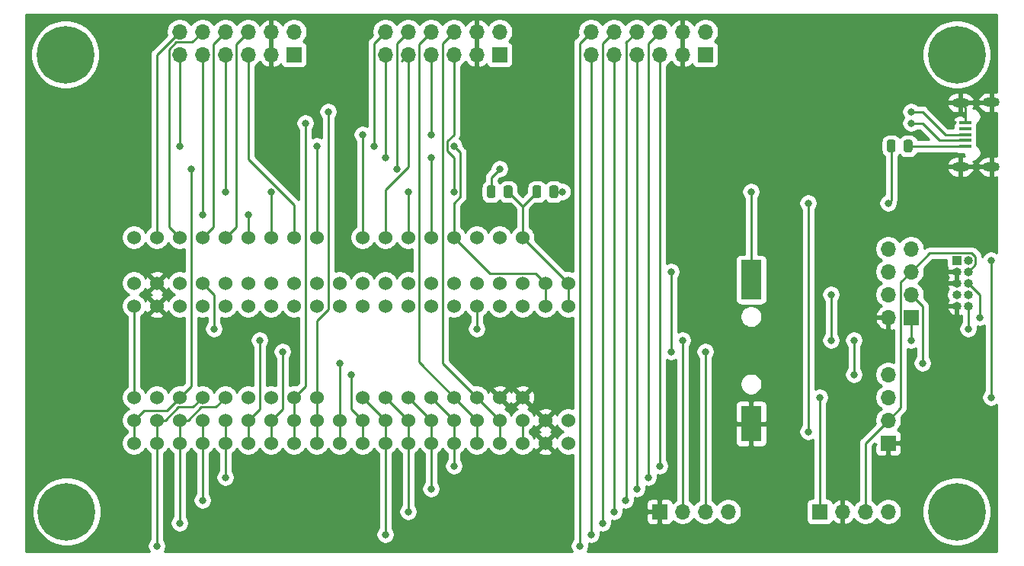
<source format=gbr>
%TF.GenerationSoftware,KiCad,Pcbnew,5.1.10*%
%TF.CreationDate,2021-12-30T14:01:41+01:00*%
%TF.ProjectId,ucdev_board,75636465-765f-4626-9f61-72642e6b6963,rev?*%
%TF.SameCoordinates,Original*%
%TF.FileFunction,Copper,L1,Top*%
%TF.FilePolarity,Positive*%
%FSLAX46Y46*%
G04 Gerber Fmt 4.6, Leading zero omitted, Abs format (unit mm)*
G04 Created by KiCad (PCBNEW 5.1.10) date 2021-12-30 14:01:41*
%MOMM*%
%LPD*%
G01*
G04 APERTURE LIST*
%TA.AperFunction,ComponentPad*%
%ADD10O,1.700000X1.700000*%
%TD*%
%TA.AperFunction,ComponentPad*%
%ADD11R,1.700000X1.700000*%
%TD*%
%TA.AperFunction,ComponentPad*%
%ADD12O,1.000000X1.000000*%
%TD*%
%TA.AperFunction,ComponentPad*%
%ADD13R,1.000000X1.000000*%
%TD*%
%TA.AperFunction,SMDPad,CuDef*%
%ADD14R,1.400000X0.400000*%
%TD*%
%TA.AperFunction,ComponentPad*%
%ADD15O,1.850000X1.050000*%
%TD*%
%TA.AperFunction,SMDPad,CuDef*%
%ADD16R,2.300000X4.400000*%
%TD*%
%TA.AperFunction,SMDPad,CuDef*%
%ADD17R,2.300000X4.000000*%
%TD*%
%TA.AperFunction,ComponentPad*%
%ADD18C,1.524000*%
%TD*%
%TA.AperFunction,ComponentPad*%
%ADD19C,0.800000*%
%TD*%
%TA.AperFunction,ComponentPad*%
%ADD20C,6.400000*%
%TD*%
%TA.AperFunction,ViaPad*%
%ADD21C,0.800000*%
%TD*%
%TA.AperFunction,Conductor*%
%ADD22C,0.250000*%
%TD*%
%TA.AperFunction,Conductor*%
%ADD23C,0.254000*%
%TD*%
%TA.AperFunction,Conductor*%
%ADD24C,0.100000*%
%TD*%
G04 APERTURE END LIST*
D10*
%TO.P,J4,4*%
%TO.N,3V3*%
X149860000Y-81280000D03*
%TO.P,J4,3*%
%TO.N,JTCK*%
X147320000Y-81280000D03*
%TO.P,J4,2*%
%TO.N,GND*%
X144780000Y-81280000D03*
D11*
%TO.P,J4,1*%
%TO.N,JTMS*%
X142240000Y-81280000D03*
%TD*%
D10*
%TO.P,J1,4*%
%TO.N,3V3*%
X132080000Y-81280000D03*
%TO.P,J1,3*%
%TO.N,A10*%
X129540000Y-81280000D03*
%TO.P,J1,2*%
%TO.N,A9*%
X127000000Y-81280000D03*
D11*
%TO.P,J1,1*%
%TO.N,GND*%
X124460000Y-81280000D03*
%TD*%
D12*
%TO.P,J5,10*%
%TO.N,~RST*%
X158750000Y-58420000D03*
%TO.P,J5,9*%
%TO.N,GND*%
X157480000Y-58420000D03*
%TO.P,J5,8*%
%TO.N,A15*%
X158750000Y-57150000D03*
%TO.P,J5,7*%
%TO.N,Net-(J5-Pad7)*%
X157480000Y-57150000D03*
%TO.P,J5,6*%
%TO.N,B3*%
X158750000Y-55880000D03*
%TO.P,J5,5*%
%TO.N,GND*%
X157480000Y-55880000D03*
%TO.P,J5,4*%
%TO.N,JTCK*%
X158750000Y-54610000D03*
%TO.P,J5,3*%
%TO.N,GND*%
X157480000Y-54610000D03*
%TO.P,J5,2*%
%TO.N,JTMS*%
X158750000Y-53340000D03*
D13*
%TO.P,J5,1*%
%TO.N,3V3*%
X157480000Y-53340000D03*
%TD*%
D10*
%TO.P,J3,8*%
%TO.N,3V3*%
X149860000Y-52070000D03*
%TO.P,J3,7*%
%TO.N,JTMS*%
X152400000Y-52070000D03*
%TO.P,J3,6*%
%TO.N,A10*%
X149860000Y-54610000D03*
%TO.P,J3,5*%
%TO.N,JTCK*%
X152400000Y-54610000D03*
%TO.P,J3,4*%
%TO.N,A9*%
X149860000Y-57150000D03*
%TO.P,J3,3*%
%TO.N,A15*%
X152400000Y-57150000D03*
%TO.P,J3,2*%
%TO.N,GND*%
X149860000Y-59690000D03*
D11*
%TO.P,J3,1*%
%TO.N,B3*%
X152400000Y-59690000D03*
%TD*%
D14*
%TO.P,J8,1*%
%TO.N,VBUS*%
X158400000Y-40670000D03*
%TO.P,J8,5*%
%TO.N,GND*%
X158400000Y-38070000D03*
%TO.P,J8,4*%
%TO.N,Net-(J8-Pad4)*%
X158400000Y-38720000D03*
%TO.P,J8,2*%
%TO.N,A11*%
X158400000Y-40020000D03*
%TO.P,J8,3*%
%TO.N,A12*%
X158400000Y-39370000D03*
D15*
%TO.P,J8,6*%
%TO.N,GND*%
X157900000Y-35820000D03*
X157900000Y-42945000D03*
X161350000Y-42945000D03*
X161350000Y-35795000D03*
%TD*%
D16*
%TO.P,BT1,1*%
%TO.N,Net-(BT1-Pad1)*%
X134620000Y-55500000D03*
D17*
%TO.P,BT1,2*%
%TO.N,GND*%
X134620000Y-71500000D03*
%TD*%
D18*
%TO.P,U2,1*%
%TO.N,5V*%
X66040000Y-58420000D03*
%TO.P,U2,2*%
%TO.N,GND*%
X68580000Y-58420000D03*
%TO.P,U2,3*%
%TO.N,3V3*%
X71120000Y-58420000D03*
%TO.P,U2,4*%
%TO.N,B10*%
X73660000Y-58420000D03*
%TO.P,U2,5*%
%TO.N,B2*%
X76200000Y-58420000D03*
%TO.P,U2,6*%
%TO.N,B1*%
X78740000Y-58420000D03*
%TO.P,U2,7*%
%TO.N,B0*%
X81280000Y-58420000D03*
%TO.P,U2,8*%
%TO.N,A7*%
X83820000Y-58420000D03*
%TO.P,U2,9*%
%TO.N,A6*%
X86360000Y-58420000D03*
%TO.P,U2,10*%
%TO.N,A5*%
X88900000Y-58420000D03*
%TO.P,U2,11*%
%TO.N,A4*%
X91440000Y-58420000D03*
%TO.P,U2,12*%
%TO.N,A3*%
X93980000Y-58420000D03*
%TO.P,U2,13*%
%TO.N,A2*%
X96520000Y-58420000D03*
%TO.P,U2,14*%
%TO.N,A1*%
X99060000Y-58420000D03*
%TO.P,U2,15*%
%TO.N,A0*%
X101600000Y-58420000D03*
%TO.P,U2,16*%
%TO.N,~RST*%
X104140000Y-58420000D03*
%TO.P,U2,17*%
%TO.N,Net-(U2-Pad17)*%
X106680000Y-58420000D03*
%TO.P,U2,18*%
%TO.N,Net-(U2-Pad18)*%
X109220000Y-58420000D03*
%TO.P,U2,19*%
%TO.N,C13*%
X111760000Y-58420000D03*
%TO.P,U2,20*%
%TO.N,VB*%
X114300000Y-58420000D03*
%TO.P,U2,21*%
%TO.N,3V3*%
X114300000Y-73660000D03*
%TO.P,U2,22*%
%TO.N,GND*%
X111760000Y-73660000D03*
%TO.P,U2,23*%
%TO.N,5V*%
X109220000Y-73660000D03*
%TO.P,U2,24*%
%TO.N,B9*%
X106680000Y-73660000D03*
%TO.P,U2,25*%
%TO.N,B8*%
X104140000Y-73660000D03*
%TO.P,U2,26*%
%TO.N,B7*%
X101600000Y-73660000D03*
%TO.P,U2,27*%
%TO.N,B6*%
X99060000Y-73660000D03*
%TO.P,U2,28*%
%TO.N,B5*%
X96520000Y-73660000D03*
%TO.P,U2,29*%
%TO.N,B4*%
X93980000Y-73660000D03*
%TO.P,U2,30*%
%TO.N,B3*%
X91440000Y-73660000D03*
%TO.P,U2,31*%
%TO.N,A15*%
X88900000Y-73660000D03*
%TO.P,U2,32*%
%TO.N,A12*%
X86360000Y-73660000D03*
%TO.P,U2,33*%
%TO.N,A11*%
X83820000Y-73660000D03*
%TO.P,U2,34*%
%TO.N,A10*%
X81280000Y-73660000D03*
%TO.P,U2,35*%
%TO.N,A9*%
X78740000Y-73660000D03*
%TO.P,U2,36*%
%TO.N,A8*%
X76200000Y-73660000D03*
%TO.P,U2,37*%
%TO.N,B15*%
X73660000Y-73660000D03*
%TO.P,U2,38*%
%TO.N,B14*%
X71120000Y-73660000D03*
%TO.P,U2,39*%
%TO.N,B13*%
X68580000Y-73660000D03*
%TO.P,U2,40*%
%TO.N,B12*%
X66040000Y-73660000D03*
%TD*%
D19*
%TO.P,H4,1*%
%TO.N,N/C*%
X159177056Y-79582944D03*
X157480000Y-78880000D03*
X155782944Y-79582944D03*
X155080000Y-81280000D03*
X155782944Y-82977056D03*
X157480000Y-83680000D03*
X159177056Y-82977056D03*
X159880000Y-81280000D03*
D20*
X157480000Y-81280000D03*
%TD*%
D19*
%TO.P,H3,1*%
%TO.N,N/C*%
X60257056Y-79582944D03*
X58560000Y-78880000D03*
X56862944Y-79582944D03*
X56160000Y-81280000D03*
X56862944Y-82977056D03*
X58560000Y-83680000D03*
X60257056Y-82977056D03*
X60960000Y-81280000D03*
D20*
X58560000Y-81280000D03*
%TD*%
D19*
%TO.P,H2,1*%
%TO.N,N/C*%
X159177056Y-28782944D03*
X157480000Y-28080000D03*
X155782944Y-28782944D03*
X155080000Y-30480000D03*
X155782944Y-32177056D03*
X157480000Y-32880000D03*
X159177056Y-32177056D03*
X159880000Y-30480000D03*
D20*
X157480000Y-30480000D03*
%TD*%
D19*
%TO.P,H1,1*%
%TO.N,N/C*%
X60117056Y-28782944D03*
X58420000Y-28080000D03*
X56722944Y-28782944D03*
X56020000Y-30480000D03*
X56722944Y-32177056D03*
X58420000Y-32880000D03*
X60117056Y-32177056D03*
X60820000Y-30480000D03*
D20*
X58420000Y-30480000D03*
%TD*%
%TO.P,D3,2*%
%TO.N,Net-(BT1-Pad1)*%
%TA.AperFunction,SMDPad,CuDef*%
G36*
G01*
X112210000Y-46176250D02*
X112210000Y-45263750D01*
G75*
G02*
X112453750Y-45020000I243750J0D01*
G01*
X112941250Y-45020000D01*
G75*
G02*
X113185000Y-45263750I0J-243750D01*
G01*
X113185000Y-46176250D01*
G75*
G02*
X112941250Y-46420000I-243750J0D01*
G01*
X112453750Y-46420000D01*
G75*
G02*
X112210000Y-46176250I0J243750D01*
G01*
G37*
%TD.AperFunction*%
%TO.P,D3,1*%
%TO.N,VB*%
%TA.AperFunction,SMDPad,CuDef*%
G36*
G01*
X110335000Y-46176250D02*
X110335000Y-45263750D01*
G75*
G02*
X110578750Y-45020000I243750J0D01*
G01*
X111066250Y-45020000D01*
G75*
G02*
X111310000Y-45263750I0J-243750D01*
G01*
X111310000Y-46176250D01*
G75*
G02*
X111066250Y-46420000I-243750J0D01*
G01*
X110578750Y-46420000D01*
G75*
G02*
X110335000Y-46176250I0J243750D01*
G01*
G37*
%TD.AperFunction*%
%TD*%
%TO.P,D2,2*%
%TO.N,3V3*%
%TA.AperFunction,SMDPad,CuDef*%
G36*
G01*
X106230000Y-45263750D02*
X106230000Y-46176250D01*
G75*
G02*
X105986250Y-46420000I-243750J0D01*
G01*
X105498750Y-46420000D01*
G75*
G02*
X105255000Y-46176250I0J243750D01*
G01*
X105255000Y-45263750D01*
G75*
G02*
X105498750Y-45020000I243750J0D01*
G01*
X105986250Y-45020000D01*
G75*
G02*
X106230000Y-45263750I0J-243750D01*
G01*
G37*
%TD.AperFunction*%
%TO.P,D2,1*%
%TO.N,VB*%
%TA.AperFunction,SMDPad,CuDef*%
G36*
G01*
X108105000Y-45263750D02*
X108105000Y-46176250D01*
G75*
G02*
X107861250Y-46420000I-243750J0D01*
G01*
X107373750Y-46420000D01*
G75*
G02*
X107130000Y-46176250I0J243750D01*
G01*
X107130000Y-45263750D01*
G75*
G02*
X107373750Y-45020000I243750J0D01*
G01*
X107861250Y-45020000D01*
G75*
G02*
X108105000Y-45263750I0J-243750D01*
G01*
G37*
%TD.AperFunction*%
%TD*%
%TO.P,D1,2*%
%TO.N,VBUS*%
%TA.AperFunction,SMDPad,CuDef*%
G36*
G01*
X151580000Y-41096250D02*
X151580000Y-40183750D01*
G75*
G02*
X151823750Y-39940000I243750J0D01*
G01*
X152311250Y-39940000D01*
G75*
G02*
X152555000Y-40183750I0J-243750D01*
G01*
X152555000Y-41096250D01*
G75*
G02*
X152311250Y-41340000I-243750J0D01*
G01*
X151823750Y-41340000D01*
G75*
G02*
X151580000Y-41096250I0J243750D01*
G01*
G37*
%TD.AperFunction*%
%TO.P,D1,1*%
%TO.N,5V*%
%TA.AperFunction,SMDPad,CuDef*%
G36*
G01*
X149705000Y-41096250D02*
X149705000Y-40183750D01*
G75*
G02*
X149948750Y-39940000I243750J0D01*
G01*
X150436250Y-39940000D01*
G75*
G02*
X150680000Y-40183750I0J-243750D01*
G01*
X150680000Y-41096250D01*
G75*
G02*
X150436250Y-41340000I-243750J0D01*
G01*
X149948750Y-41340000D01*
G75*
G02*
X149705000Y-41096250I0J243750D01*
G01*
G37*
%TD.AperFunction*%
%TD*%
D10*
%TO.P,PMOD4,12*%
%TO.N,B13*%
X116840000Y-27940000D03*
%TO.P,PMOD4,11*%
%TO.N,B4*%
X116840000Y-30480000D03*
%TO.P,PMOD4,10*%
%TO.N,B14*%
X119380000Y-27940000D03*
%TO.P,PMOD4,9*%
%TO.N,B5*%
X119380000Y-30480000D03*
%TO.P,PMOD4,8*%
%TO.N,B15*%
X121920000Y-27940000D03*
%TO.P,PMOD4,7*%
%TO.N,B6*%
X121920000Y-30480000D03*
%TO.P,PMOD4,6*%
%TO.N,A8*%
X124460000Y-27940000D03*
%TO.P,PMOD4,5*%
%TO.N,B7*%
X124460000Y-30480000D03*
%TO.P,PMOD4,4*%
%TO.N,GND*%
X127000000Y-27940000D03*
%TO.P,PMOD4,3*%
X127000000Y-30480000D03*
%TO.P,PMOD4,2*%
%TO.N,3V3*%
X129540000Y-27940000D03*
D11*
%TO.P,PMOD4,1*%
X129540000Y-30480000D03*
%TD*%
D10*
%TO.P,PMOD3,12*%
%TO.N,C13*%
X93980000Y-27940000D03*
%TO.P,PMOD3,11*%
%TO.N,A0*%
X93980000Y-30480000D03*
%TO.P,PMOD3,10*%
%TO.N,B12*%
X96520000Y-27940000D03*
%TO.P,PMOD3,9*%
%TO.N,A2*%
X96520000Y-30480000D03*
%TO.P,PMOD3,8*%
%TO.N,B8*%
X99060000Y-27940000D03*
%TO.P,PMOD3,7*%
%TO.N,A3*%
X99060000Y-30480000D03*
%TO.P,PMOD3,6*%
%TO.N,B9*%
X101600000Y-27940000D03*
%TO.P,PMOD3,5*%
%TO.N,A1*%
X101600000Y-30480000D03*
%TO.P,PMOD3,4*%
%TO.N,GND*%
X104140000Y-27940000D03*
%TO.P,PMOD3,3*%
X104140000Y-30480000D03*
%TO.P,PMOD3,2*%
%TO.N,3V3*%
X106680000Y-27940000D03*
D11*
%TO.P,PMOD3,1*%
X106680000Y-30480000D03*
%TD*%
D10*
%TO.P,PMOD2,12*%
%TO.N,B11*%
X71120000Y-27940000D03*
%TO.P,PMOD2,11*%
%TO.N,A4*%
X71120000Y-30480000D03*
%TO.P,PMOD2,10*%
%TO.N,B10*%
X73660000Y-27940000D03*
%TO.P,PMOD2,9*%
%TO.N,A7*%
X73660000Y-30480000D03*
%TO.P,PMOD2,8*%
%TO.N,B1*%
X76200000Y-27940000D03*
%TO.P,PMOD2,7*%
%TO.N,A6*%
X76200000Y-30480000D03*
%TO.P,PMOD2,6*%
%TO.N,B0*%
X78740000Y-27940000D03*
%TO.P,PMOD2,5*%
%TO.N,A5*%
X78740000Y-30480000D03*
%TO.P,PMOD2,4*%
%TO.N,GND*%
X81280000Y-27940000D03*
%TO.P,PMOD2,3*%
X81280000Y-30480000D03*
%TO.P,PMOD2,2*%
%TO.N,3V3*%
X83820000Y-27940000D03*
D11*
%TO.P,PMOD2,1*%
X83820000Y-30480000D03*
%TD*%
D10*
%TO.P,J2,4*%
%TO.N,3V3*%
X149860000Y-66040000D03*
%TO.P,J2,3*%
%TO.N,JTMS*%
X149860000Y-68580000D03*
%TO.P,J2,2*%
%TO.N,JTCK*%
X149860000Y-71120000D03*
D11*
%TO.P,J2,1*%
%TO.N,GND*%
X149860000Y-73660000D03*
%TD*%
D18*
%TO.P,U3,1*%
%TO.N,~RST*%
X66040000Y-50800000D03*
%TO.P,U3,2*%
%TO.N,B11*%
X68580000Y-50800000D03*
%TO.P,U3,3*%
%TO.N,B10*%
X71120000Y-50800000D03*
%TO.P,U3,4*%
%TO.N,B1*%
X73660000Y-50800000D03*
%TO.P,U3,5*%
%TO.N,B0*%
X76200000Y-50800000D03*
%TO.P,U3,6*%
%TO.N,A7*%
X78740000Y-50800000D03*
%TO.P,U3,7*%
%TO.N,A6*%
X81280000Y-50800000D03*
%TO.P,U3,8*%
%TO.N,A5*%
X83820000Y-50800000D03*
%TO.P,U3,9*%
%TO.N,A4*%
X86360000Y-50800000D03*
%TO.P,U3,10*%
%TO.N,A3*%
X91440000Y-50800000D03*
%TO.P,U3,11*%
%TO.N,A2*%
X93980000Y-50800000D03*
%TO.P,U3,12*%
%TO.N,A1*%
X96520000Y-50800000D03*
%TO.P,U3,13*%
%TO.N,A0*%
X99060000Y-50800000D03*
%TO.P,U3,14*%
%TO.N,C13*%
X101600000Y-50800000D03*
%TO.P,U3,15*%
%TO.N,Net-(U3-Pad15)*%
X104140000Y-50800000D03*
%TO.P,U3,16*%
%TO.N,Net-(U3-Pad16)*%
X106680000Y-50800000D03*
%TO.P,U3,17*%
%TO.N,VB*%
X109220000Y-50800000D03*
%TO.P,U3,18*%
%TO.N,GND*%
X109220000Y-68580000D03*
%TO.P,U3,19*%
X106680000Y-68580000D03*
%TO.P,U3,21*%
%TO.N,B8*%
X101600000Y-68580000D03*
%TO.P,U3,22*%
%TO.N,B7*%
X99060000Y-68580000D03*
%TO.P,U3,23*%
%TO.N,B6*%
X96520000Y-68580000D03*
%TO.P,U3,24*%
%TO.N,B5*%
X93980000Y-68580000D03*
%TO.P,U3,25*%
%TO.N,B4*%
X91440000Y-68580000D03*
%TO.P,U3,26*%
%TO.N,A12*%
X86360000Y-68580000D03*
%TO.P,U3,27*%
%TO.N,A11*%
X83820000Y-68580000D03*
%TO.P,U3,28*%
%TO.N,A8*%
X81280000Y-68580000D03*
%TO.P,U3,29*%
%TO.N,B15*%
X78740000Y-68580000D03*
%TO.P,U3,30*%
%TO.N,B14*%
X76200000Y-68580000D03*
%TO.P,U3,31*%
%TO.N,B13*%
X73660000Y-68580000D03*
%TO.P,U3,32*%
%TO.N,B12*%
X71120000Y-68580000D03*
%TO.P,U3,33*%
%TO.N,3V3*%
X68580000Y-68580000D03*
%TO.P,U3,34*%
%TO.N,5V*%
X66040000Y-68580000D03*
%TO.P,U3,20*%
%TO.N,B9*%
X104140000Y-68580000D03*
%TD*%
%TO.P,U1,1*%
%TO.N,Net-(U1-Pad1)*%
X66040000Y-55880000D03*
%TO.P,U1,2*%
%TO.N,GND*%
X68580000Y-55880000D03*
%TO.P,U1,3*%
%TO.N,3V3*%
X71120000Y-55880000D03*
%TO.P,U1,4*%
%TO.N,~RST*%
X73660000Y-55880000D03*
%TO.P,U1,5*%
%TO.N,B11*%
X76200000Y-55880000D03*
%TO.P,U1,6*%
%TO.N,B10*%
X78740000Y-55880000D03*
%TO.P,U1,7*%
%TO.N,B1*%
X81280000Y-55880000D03*
%TO.P,U1,8*%
%TO.N,B0*%
X83820000Y-55880000D03*
%TO.P,U1,9*%
%TO.N,A7*%
X86360000Y-55880000D03*
%TO.P,U1,10*%
%TO.N,A6*%
X88900000Y-55880000D03*
%TO.P,U1,11*%
%TO.N,A5*%
X91440000Y-55880000D03*
%TO.P,U1,12*%
%TO.N,A4*%
X93980000Y-55880000D03*
%TO.P,U1,13*%
%TO.N,A3*%
X96520000Y-55880000D03*
%TO.P,U1,14*%
%TO.N,A2*%
X99060000Y-55880000D03*
%TO.P,U1,15*%
%TO.N,A1*%
X101600000Y-55880000D03*
%TO.P,U1,16*%
%TO.N,A0*%
X104140000Y-55880000D03*
%TO.P,U1,17*%
%TO.N,Net-(U1-Pad17)*%
X106680000Y-55880000D03*
%TO.P,U1,18*%
%TO.N,Net-(U1-Pad18)*%
X109220000Y-55880000D03*
%TO.P,U1,19*%
%TO.N,C13*%
X111760000Y-55880000D03*
%TO.P,U1,20*%
%TO.N,VB*%
X114300000Y-55880000D03*
%TO.P,U1,21*%
%TO.N,3V3*%
X114300000Y-71120000D03*
%TO.P,U1,22*%
%TO.N,GND*%
X111760000Y-71120000D03*
%TO.P,U1,23*%
%TO.N,5V*%
X109220000Y-71120000D03*
%TO.P,U1,24*%
%TO.N,B9*%
X106680000Y-71120000D03*
%TO.P,U1,25*%
%TO.N,B8*%
X104140000Y-71120000D03*
%TO.P,U1,26*%
%TO.N,B7*%
X101600000Y-71120000D03*
%TO.P,U1,27*%
%TO.N,B6*%
X99060000Y-71120000D03*
%TO.P,U1,28*%
%TO.N,B5*%
X96520000Y-71120000D03*
%TO.P,U1,29*%
%TO.N,B4*%
X93980000Y-71120000D03*
%TO.P,U1,30*%
%TO.N,B3*%
X91440000Y-71120000D03*
%TO.P,U1,31*%
%TO.N,A15*%
X88900000Y-71120000D03*
%TO.P,U1,32*%
%TO.N,A12*%
X86360000Y-71120000D03*
%TO.P,U1,33*%
%TO.N,A11*%
X83820000Y-71120000D03*
%TO.P,U1,34*%
%TO.N,A10*%
X81280000Y-71120000D03*
%TO.P,U1,35*%
%TO.N,A9*%
X78740000Y-71120000D03*
%TO.P,U1,36*%
%TO.N,A8*%
X76200000Y-71120000D03*
%TO.P,U1,37*%
%TO.N,B15*%
X73660000Y-71120000D03*
%TO.P,U1,38*%
%TO.N,B14*%
X71120000Y-71120000D03*
%TO.P,U1,39*%
%TO.N,B13*%
X68580000Y-71120000D03*
%TO.P,U1,40*%
%TO.N,B12*%
X66040000Y-71120000D03*
%TD*%
D21*
%TO.N,B12*%
X95250000Y-43180000D03*
X72390000Y-43180000D03*
%TO.N,B13*%
X68580000Y-85090000D03*
X115570000Y-85090000D03*
%TO.N,B14*%
X118110000Y-82550000D03*
X71120000Y-82550000D03*
%TO.N,B15*%
X120650000Y-80010000D03*
X73660000Y-80010000D03*
%TO.N,A8*%
X123190000Y-77470000D03*
X76200000Y-77470000D03*
%TO.N,A9*%
X80010000Y-62230000D03*
X143510000Y-57150000D03*
X143510000Y-62230000D03*
X127000000Y-62230000D03*
%TO.N,A10*%
X82550000Y-63500000D03*
X125730000Y-54610000D03*
X125730000Y-63500000D03*
X129540000Y-63500000D03*
%TO.N,A11*%
X85090000Y-38100000D03*
X152400000Y-38100000D03*
%TO.N,A12*%
X87630000Y-36830000D03*
X152400000Y-36830000D03*
%TO.N,A15*%
X88900000Y-64770000D03*
X153670000Y-64770000D03*
%TO.N,B3*%
X90170000Y-66040000D03*
X146050000Y-66040000D03*
X146050000Y-62230000D03*
X152400000Y-62230000D03*
X160020000Y-59690000D03*
%TO.N,B4*%
X116840000Y-83820000D03*
X93980000Y-83820000D03*
%TO.N,B5*%
X119380000Y-81280000D03*
X96520000Y-81280000D03*
%TO.N,B6*%
X121920000Y-78740000D03*
X99060000Y-78740000D03*
%TO.N,B7*%
X124460000Y-76200000D03*
X101600000Y-76200000D03*
%TO.N,5V*%
X149860000Y-46990000D03*
X140970000Y-46990000D03*
X140970000Y-72390000D03*
%TO.N,GND*%
X114300000Y-68580000D03*
X71120000Y-63500000D03*
X73660000Y-63500000D03*
X113030000Y-59690000D03*
X128270000Y-59690000D03*
%TO.N,3V3*%
X106680000Y-43180000D03*
%TO.N,C13*%
X92710000Y-40640000D03*
X101600000Y-40640000D03*
%TO.N,A0*%
X93980000Y-41910000D03*
X99060000Y-41910000D03*
%TO.N,A1*%
X101600000Y-45720000D03*
X96520000Y-45720000D03*
%TO.N,A3*%
X99060000Y-39370000D03*
X91440000Y-39370000D03*
%TO.N,A4*%
X71120000Y-40640000D03*
X86360000Y-40640000D03*
%TO.N,A6*%
X81280000Y-45720000D03*
X76200000Y-45720000D03*
%TO.N,A7*%
X78740000Y-48260000D03*
X73660000Y-48260000D03*
%TO.N,~RST*%
X74930000Y-60960000D03*
X104140000Y-60960000D03*
X158750000Y-60960000D03*
%TO.N,JTMS*%
X161290000Y-68580000D03*
X161290000Y-53340000D03*
X142240000Y-68580000D03*
%TO.N,Net-(BT1-Pad1)*%
X113665000Y-45720000D03*
X134620000Y-45720000D03*
%TD*%
D22*
%TO.N,B12*%
X66040000Y-73660000D02*
X66040000Y-71120000D01*
X69667001Y-70032999D02*
X71120000Y-68580000D01*
X67127001Y-70032999D02*
X69667001Y-70032999D01*
X66040000Y-71120000D02*
X67127001Y-70032999D01*
X95250000Y-29210000D02*
X95250000Y-43180000D01*
X96520000Y-27940000D02*
X95250000Y-29210000D01*
X72390000Y-67310000D02*
X71120000Y-68580000D01*
X72390000Y-43180000D02*
X72390000Y-67310000D01*
%TO.N,B13*%
X68580000Y-73660000D02*
X68580000Y-85090000D01*
X115570000Y-29210000D02*
X115570000Y-85090000D01*
X116840000Y-27940000D02*
X115570000Y-29210000D01*
X68580000Y-73660000D02*
X68580000Y-71120000D01*
X72572999Y-69667001D02*
X73660000Y-68580000D01*
X70964237Y-69667001D02*
X72572999Y-69667001D01*
X69511238Y-71120000D02*
X70964237Y-69667001D01*
X68580000Y-71120000D02*
X69511238Y-71120000D01*
%TO.N,B14*%
X118110000Y-29210000D02*
X118110000Y-82550000D01*
X119380000Y-27940000D02*
X118110000Y-29210000D01*
X71120000Y-73660000D02*
X71120000Y-82550000D01*
X71120000Y-73660000D02*
X71120000Y-71120000D01*
X75112999Y-69667001D02*
X76200000Y-68580000D01*
X73504237Y-69667001D02*
X75112999Y-69667001D01*
X72051238Y-71120000D02*
X73504237Y-69667001D01*
X71120000Y-71120000D02*
X72051238Y-71120000D01*
%TO.N,B15*%
X121920000Y-27940000D02*
X120744999Y-29115001D01*
X120665010Y-29194990D02*
X121920000Y-27940000D01*
X120744999Y-79915001D02*
X120650000Y-80010000D01*
X120744999Y-29115001D02*
X120744999Y-79915001D01*
X73660000Y-80010000D02*
X73660000Y-73660000D01*
X73660000Y-73660000D02*
X73660000Y-71120000D01*
%TO.N,A8*%
X124460000Y-27940000D02*
X123190000Y-29210000D01*
X123190000Y-29210000D02*
X123190000Y-77470000D01*
X76200000Y-77470000D02*
X76200000Y-73660000D01*
X76200000Y-73660000D02*
X76200000Y-71120000D01*
%TO.N,A9*%
X78740000Y-73660000D02*
X78740000Y-71120000D01*
X80010000Y-69850000D02*
X80010000Y-62230000D01*
X78740000Y-71120000D02*
X80010000Y-69850000D01*
X143510000Y-57150000D02*
X143510000Y-62230000D01*
X127000000Y-81280000D02*
X127000000Y-62230000D01*
%TO.N,A10*%
X81280000Y-73660000D02*
X81280000Y-71120000D01*
X82550000Y-69850000D02*
X82550000Y-63500000D01*
X81280000Y-71120000D02*
X82550000Y-69850000D01*
X125730000Y-54610000D02*
X125730000Y-63500000D01*
X129540000Y-81280000D02*
X129540000Y-63500000D01*
%TO.N,A11*%
X83820000Y-73660000D02*
X83820000Y-71120000D01*
X83820000Y-71120000D02*
X83820000Y-68580000D01*
X158400000Y-40020000D02*
X155590000Y-40020000D01*
X85090000Y-67310000D02*
X85090000Y-38100000D01*
X83820000Y-68580000D02*
X85090000Y-67310000D01*
X153670000Y-38100000D02*
X155590000Y-40020000D01*
X152400000Y-38100000D02*
X153670000Y-38100000D01*
%TO.N,A12*%
X86360000Y-73660000D02*
X86360000Y-71120000D01*
X86360000Y-71120000D02*
X86360000Y-68580000D01*
X158400000Y-39370000D02*
X156210000Y-39370000D01*
X86360000Y-60028762D02*
X86360000Y-68580000D01*
X87630000Y-58758762D02*
X86360000Y-60028762D01*
X87630000Y-38100000D02*
X87630000Y-58758762D01*
X87630000Y-38100000D02*
X87630000Y-36830000D01*
X153670000Y-36830000D02*
X156210000Y-39370000D01*
X152400000Y-36830000D02*
X153670000Y-36830000D01*
%TO.N,A15*%
X88900000Y-73660000D02*
X88900000Y-71120000D01*
X88900000Y-71120000D02*
X88900000Y-64770000D01*
X153670000Y-58420000D02*
X152400000Y-57150000D01*
X153670000Y-64770000D02*
X153670000Y-58420000D01*
%TO.N,B3*%
X91440000Y-73660000D02*
X91440000Y-71120000D01*
X90170000Y-69850000D02*
X90170000Y-66040000D01*
X91440000Y-71120000D02*
X90170000Y-69850000D01*
X152405011Y-59695011D02*
X152400000Y-59690000D01*
X146050000Y-66040000D02*
X146050000Y-62230000D01*
X152400000Y-62230000D02*
X152400000Y-59690000D01*
X160020000Y-57150000D02*
X158750000Y-55880000D01*
X160020000Y-59690000D02*
X160020000Y-57150000D01*
%TO.N,B4*%
X116840000Y-30480000D02*
X116840000Y-83820000D01*
X93980000Y-83820000D02*
X93980000Y-73660000D01*
X93980000Y-73660000D02*
X93980000Y-71120000D01*
X93980000Y-71120000D02*
X91440000Y-68580000D01*
%TO.N,B5*%
X119380000Y-30480000D02*
X119380000Y-81280000D01*
X96520000Y-81280000D02*
X96520000Y-73660000D01*
X96520000Y-73660000D02*
X96520000Y-71120000D01*
X96520000Y-71120000D02*
X93980000Y-68580000D01*
%TO.N,B6*%
X121920000Y-30480000D02*
X121920000Y-78740000D01*
X99060000Y-73660000D02*
X99060000Y-78740000D01*
X99060000Y-71120000D02*
X96520000Y-68580000D01*
X99060000Y-73660000D02*
X99060000Y-71120000D01*
%TO.N,B7*%
X99060000Y-68580000D02*
X101600000Y-71120000D01*
X101600000Y-71120000D02*
X101600000Y-73660000D01*
X124460000Y-30480000D02*
X124460000Y-76200000D01*
X101600000Y-73660000D02*
X101600000Y-76200000D01*
%TO.N,B8*%
X99060000Y-27940000D02*
X97695001Y-29304999D01*
X97695001Y-64675001D02*
X101600000Y-68580000D01*
X97695001Y-62324999D02*
X97695001Y-64675001D01*
X97695001Y-29304999D02*
X97695001Y-62324999D01*
X97695001Y-62324999D02*
X97695001Y-63405001D01*
X101600000Y-68580000D02*
X104140000Y-71120000D01*
X104140000Y-71120000D02*
X104140000Y-73660000D01*
%TO.N,B9*%
X101600000Y-27940000D02*
X100330000Y-29210000D01*
X100330000Y-29210000D02*
X100330000Y-49530000D01*
X104140000Y-68580000D02*
X100330000Y-64770000D01*
X100330000Y-49530000D02*
X100330000Y-64770000D01*
X104140000Y-68580000D02*
X106680000Y-71120000D01*
X106680000Y-71120000D02*
X106680000Y-73660000D01*
%TO.N,5V*%
X66040000Y-58420000D02*
X66040000Y-68580000D01*
X109220000Y-71120000D02*
X109220000Y-73660000D01*
X150192500Y-46657500D02*
X149860000Y-46990000D01*
X150192500Y-40640000D02*
X150192500Y-46657500D01*
X140970000Y-46990000D02*
X140970000Y-72390000D01*
%TO.N,GND*%
X158400000Y-36320000D02*
X157900000Y-35820000D01*
X158400000Y-38070000D02*
X158400000Y-36320000D01*
%TO.N,3V3*%
X105742500Y-44117500D02*
X106680000Y-43180000D01*
X105742500Y-45720000D02*
X105742500Y-44117500D01*
%TO.N,VB*%
X114300000Y-58420000D02*
X114300000Y-55880000D01*
X114300000Y-55880000D02*
X109220000Y-50800000D01*
X109220000Y-47322500D02*
X110822500Y-45720000D01*
X109220000Y-50800000D02*
X109220000Y-47322500D01*
X109220000Y-47322500D02*
X107617500Y-45720000D01*
%TO.N,C13*%
X92710000Y-29210000D02*
X92710000Y-40640000D01*
X93980000Y-27940000D02*
X92710000Y-29210000D01*
X102325001Y-41365001D02*
X102325001Y-46264999D01*
X101600000Y-40640000D02*
X102325001Y-41365001D01*
X101600000Y-46990000D02*
X101600000Y-50800000D01*
X102325001Y-46264999D02*
X101600000Y-46990000D01*
X111760000Y-58420000D02*
X111760000Y-55880000D01*
X105592999Y-54792999D02*
X101600000Y-50800000D01*
X110672999Y-54792999D02*
X105592999Y-54792999D01*
X111760000Y-55880000D02*
X110672999Y-54792999D01*
%TO.N,A0*%
X93980000Y-30480000D02*
X93980000Y-41910000D01*
X99060000Y-41910000D02*
X99060000Y-50800000D01*
%TO.N,A1*%
X101600000Y-30480000D02*
X101600000Y-39370000D01*
X100874999Y-40095001D02*
X100874999Y-41184999D01*
X101600000Y-39370000D02*
X100874999Y-40095001D01*
X101600000Y-41910000D02*
X101600000Y-45720000D01*
X100874999Y-41184999D02*
X101600000Y-41910000D01*
X96520000Y-50800000D02*
X96520000Y-45720000D01*
%TO.N,A2*%
X95794999Y-31205001D02*
X96520000Y-30480000D01*
X96520000Y-42983002D02*
X93980000Y-45523002D01*
X96520000Y-30480000D02*
X96520000Y-42983002D01*
X93980000Y-45523002D02*
X93980000Y-50800000D01*
%TO.N,A3*%
X99060000Y-30480000D02*
X99060000Y-39370000D01*
X91440000Y-50800000D02*
X91440000Y-39370000D01*
%TO.N,A4*%
X86360000Y-50800000D02*
X86360000Y-45720000D01*
X71120000Y-40640000D02*
X71120000Y-30480000D01*
X86360000Y-45720000D02*
X86360000Y-40640000D01*
%TO.N,A5*%
X83820000Y-47186998D02*
X78740000Y-42106998D01*
X83820000Y-50800000D02*
X83820000Y-47186998D01*
X78740000Y-42106998D02*
X78740000Y-30480000D01*
%TO.N,A6*%
X81280000Y-50800000D02*
X81280000Y-45720000D01*
X76200000Y-45720000D02*
X76200000Y-30480000D01*
%TO.N,A7*%
X78740000Y-50800000D02*
X78740000Y-48260000D01*
X73660000Y-48260000D02*
X73660000Y-30480000D01*
%TO.N,B0*%
X77375001Y-29304999D02*
X78740000Y-27940000D01*
X77375001Y-49624999D02*
X77375001Y-29304999D01*
X76200000Y-50800000D02*
X77375001Y-49624999D01*
%TO.N,B1*%
X74835001Y-29304999D02*
X76200000Y-27940000D01*
X74835001Y-49624999D02*
X74835001Y-29304999D01*
X73660000Y-50800000D02*
X74835001Y-49624999D01*
%TO.N,B10*%
X69944999Y-49624999D02*
X71120000Y-50800000D01*
X69944999Y-29915999D02*
X69944999Y-49624999D01*
X70745997Y-29115001D02*
X69944999Y-29915999D01*
X72484999Y-29115001D02*
X70745997Y-29115001D01*
X73660000Y-27940000D02*
X72484999Y-29115001D01*
%TO.N,B11*%
X68580000Y-30480000D02*
X71120000Y-27940000D01*
X68580000Y-50800000D02*
X68580000Y-30480000D01*
%TO.N,~RST*%
X74930000Y-57150000D02*
X74930000Y-60960000D01*
X73660000Y-55880000D02*
X74930000Y-57150000D01*
X104140000Y-60960000D02*
X104140000Y-58420000D01*
X158750000Y-58420000D02*
X158750000Y-60960000D01*
%TO.N,JTMS*%
X161290000Y-68580000D02*
X161290000Y-53340000D01*
X142240000Y-81280000D02*
X142240000Y-68580000D01*
%TO.N,JTCK*%
X154495001Y-52514999D02*
X152400000Y-54610000D01*
X159146001Y-52514999D02*
X154495001Y-52514999D01*
X159575001Y-52943999D02*
X159146001Y-52514999D01*
X159575001Y-53784999D02*
X159575001Y-52943999D01*
X158750000Y-54610000D02*
X159575001Y-53784999D01*
X151224999Y-55785001D02*
X152400000Y-54610000D01*
X151224999Y-69755001D02*
X151224999Y-55785001D01*
X149860000Y-71120000D02*
X151224999Y-69755001D01*
X147320000Y-73660000D02*
X149860000Y-71120000D01*
X147320000Y-81280000D02*
X147320000Y-73660000D01*
%TO.N,VBUS*%
X152097500Y-40670000D02*
X152067500Y-40640000D01*
X158400000Y-40670000D02*
X152097500Y-40670000D01*
%TO.N,Net-(BT1-Pad1)*%
X112697500Y-45720000D02*
X113665000Y-45720000D01*
X134620000Y-45720000D02*
X134620000Y-55500000D01*
%TD*%
D23*
%TO.N,GND*%
X161900000Y-34639836D02*
X161877000Y-34635000D01*
X161477000Y-34635000D01*
X161477000Y-35668000D01*
X161497000Y-35668000D01*
X161497000Y-35922000D01*
X161477000Y-35922000D01*
X161477000Y-36955000D01*
X161877000Y-36955000D01*
X161900000Y-36950164D01*
X161900000Y-41789836D01*
X161877000Y-41785000D01*
X161477000Y-41785000D01*
X161477000Y-42818000D01*
X161497000Y-42818000D01*
X161497000Y-43072000D01*
X161477000Y-43072000D01*
X161477000Y-44105000D01*
X161877000Y-44105000D01*
X161900000Y-44100164D01*
X161900000Y-52502805D01*
X161780256Y-52422795D01*
X161591898Y-52344774D01*
X161391939Y-52305000D01*
X161188061Y-52305000D01*
X160988102Y-52344774D01*
X160799744Y-52422795D01*
X160630226Y-52536063D01*
X160486063Y-52680226D01*
X160372795Y-52849744D01*
X160337732Y-52934393D01*
X160324004Y-52795013D01*
X160280547Y-52651752D01*
X160209975Y-52519723D01*
X160181894Y-52485506D01*
X160115002Y-52403998D01*
X160085998Y-52380195D01*
X159709805Y-52004002D01*
X159686002Y-51974998D01*
X159570277Y-51880025D01*
X159438248Y-51809453D01*
X159294987Y-51765996D01*
X159183334Y-51754999D01*
X159183323Y-51754999D01*
X159146001Y-51751323D01*
X159108679Y-51754999D01*
X154532324Y-51754999D01*
X154495001Y-51751323D01*
X154457678Y-51754999D01*
X154457668Y-51754999D01*
X154346015Y-51765996D01*
X154202754Y-51809453D01*
X154070725Y-51880025D01*
X153955000Y-51974998D01*
X153931202Y-52003996D01*
X153885000Y-52050198D01*
X153885000Y-51923740D01*
X153827932Y-51636842D01*
X153715990Y-51366589D01*
X153553475Y-51123368D01*
X153346632Y-50916525D01*
X153103411Y-50754010D01*
X152833158Y-50642068D01*
X152546260Y-50585000D01*
X152253740Y-50585000D01*
X151966842Y-50642068D01*
X151696589Y-50754010D01*
X151453368Y-50916525D01*
X151246525Y-51123368D01*
X151130000Y-51297760D01*
X151013475Y-51123368D01*
X150806632Y-50916525D01*
X150563411Y-50754010D01*
X150293158Y-50642068D01*
X150006260Y-50585000D01*
X149713740Y-50585000D01*
X149426842Y-50642068D01*
X149156589Y-50754010D01*
X148913368Y-50916525D01*
X148706525Y-51123368D01*
X148544010Y-51366589D01*
X148432068Y-51636842D01*
X148375000Y-51923740D01*
X148375000Y-52216260D01*
X148432068Y-52503158D01*
X148544010Y-52773411D01*
X148706525Y-53016632D01*
X148913368Y-53223475D01*
X149087760Y-53340000D01*
X148913368Y-53456525D01*
X148706525Y-53663368D01*
X148544010Y-53906589D01*
X148432068Y-54176842D01*
X148375000Y-54463740D01*
X148375000Y-54756260D01*
X148432068Y-55043158D01*
X148544010Y-55313411D01*
X148706525Y-55556632D01*
X148913368Y-55763475D01*
X149087760Y-55880000D01*
X148913368Y-55996525D01*
X148706525Y-56203368D01*
X148544010Y-56446589D01*
X148432068Y-56716842D01*
X148375000Y-57003740D01*
X148375000Y-57296260D01*
X148432068Y-57583158D01*
X148544010Y-57853411D01*
X148706525Y-58096632D01*
X148913368Y-58303475D01*
X149095534Y-58425195D01*
X148978645Y-58494822D01*
X148762412Y-58689731D01*
X148588359Y-58923080D01*
X148463175Y-59185901D01*
X148418524Y-59333110D01*
X148539845Y-59563000D01*
X149733000Y-59563000D01*
X149733000Y-59543000D01*
X149987000Y-59543000D01*
X149987000Y-59563000D01*
X150007000Y-59563000D01*
X150007000Y-59817000D01*
X149987000Y-59817000D01*
X149987000Y-61010814D01*
X150216891Y-61131481D01*
X150465000Y-61043469D01*
X150464999Y-64683247D01*
X150293158Y-64612068D01*
X150006260Y-64555000D01*
X149713740Y-64555000D01*
X149426842Y-64612068D01*
X149156589Y-64724010D01*
X148913368Y-64886525D01*
X148706525Y-65093368D01*
X148544010Y-65336589D01*
X148432068Y-65606842D01*
X148375000Y-65893740D01*
X148375000Y-66186260D01*
X148432068Y-66473158D01*
X148544010Y-66743411D01*
X148706525Y-66986632D01*
X148913368Y-67193475D01*
X149087760Y-67310000D01*
X148913368Y-67426525D01*
X148706525Y-67633368D01*
X148544010Y-67876589D01*
X148432068Y-68146842D01*
X148375000Y-68433740D01*
X148375000Y-68726260D01*
X148432068Y-69013158D01*
X148544010Y-69283411D01*
X148706525Y-69526632D01*
X148913368Y-69733475D01*
X149087760Y-69850000D01*
X148913368Y-69966525D01*
X148706525Y-70173368D01*
X148544010Y-70416589D01*
X148432068Y-70686842D01*
X148375000Y-70973740D01*
X148375000Y-71266260D01*
X148418790Y-71486407D01*
X146808998Y-73096201D01*
X146780000Y-73119999D01*
X146756202Y-73148997D01*
X146756201Y-73148998D01*
X146685026Y-73235724D01*
X146614454Y-73367754D01*
X146570998Y-73511015D01*
X146556324Y-73660000D01*
X146560001Y-73697332D01*
X146560000Y-80001821D01*
X146373368Y-80126525D01*
X146166525Y-80333368D01*
X146044805Y-80515534D01*
X145975178Y-80398645D01*
X145780269Y-80182412D01*
X145546920Y-80008359D01*
X145284099Y-79883175D01*
X145136890Y-79838524D01*
X144907000Y-79959845D01*
X144907000Y-81153000D01*
X144927000Y-81153000D01*
X144927000Y-81407000D01*
X144907000Y-81407000D01*
X144907000Y-82600155D01*
X145136890Y-82721476D01*
X145284099Y-82676825D01*
X145546920Y-82551641D01*
X145780269Y-82377588D01*
X145975178Y-82161355D01*
X146044805Y-82044466D01*
X146166525Y-82226632D01*
X146373368Y-82433475D01*
X146616589Y-82595990D01*
X146886842Y-82707932D01*
X147173740Y-82765000D01*
X147466260Y-82765000D01*
X147753158Y-82707932D01*
X148023411Y-82595990D01*
X148266632Y-82433475D01*
X148473475Y-82226632D01*
X148590000Y-82052240D01*
X148706525Y-82226632D01*
X148913368Y-82433475D01*
X149156589Y-82595990D01*
X149426842Y-82707932D01*
X149713740Y-82765000D01*
X150006260Y-82765000D01*
X150293158Y-82707932D01*
X150563411Y-82595990D01*
X150806632Y-82433475D01*
X151013475Y-82226632D01*
X151175990Y-81983411D01*
X151287932Y-81713158D01*
X151345000Y-81426260D01*
X151345000Y-81133740D01*
X151298961Y-80902285D01*
X153645000Y-80902285D01*
X153645000Y-81657715D01*
X153792377Y-82398628D01*
X154081467Y-83096554D01*
X154501161Y-83724670D01*
X155035330Y-84258839D01*
X155663446Y-84678533D01*
X156361372Y-84967623D01*
X157102285Y-85115000D01*
X157857715Y-85115000D01*
X158598628Y-84967623D01*
X159296554Y-84678533D01*
X159924670Y-84258839D01*
X160458839Y-83724670D01*
X160878533Y-83096554D01*
X161167623Y-82398628D01*
X161315000Y-81657715D01*
X161315000Y-80902285D01*
X161167623Y-80161372D01*
X160878533Y-79463446D01*
X160458839Y-78835330D01*
X159924670Y-78301161D01*
X159296554Y-77881467D01*
X158598628Y-77592377D01*
X157857715Y-77445000D01*
X157102285Y-77445000D01*
X156361372Y-77592377D01*
X155663446Y-77881467D01*
X155035330Y-78301161D01*
X154501161Y-78835330D01*
X154081467Y-79463446D01*
X153792377Y-80161372D01*
X153645000Y-80902285D01*
X151298961Y-80902285D01*
X151287932Y-80846842D01*
X151175990Y-80576589D01*
X151013475Y-80333368D01*
X150806632Y-80126525D01*
X150563411Y-79964010D01*
X150293158Y-79852068D01*
X150006260Y-79795000D01*
X149713740Y-79795000D01*
X149426842Y-79852068D01*
X149156589Y-79964010D01*
X148913368Y-80126525D01*
X148706525Y-80333368D01*
X148590000Y-80507760D01*
X148473475Y-80333368D01*
X148266632Y-80126525D01*
X148080000Y-80001822D01*
X148080000Y-73974801D01*
X148375000Y-73679802D01*
X148375000Y-73787002D01*
X148533748Y-73787002D01*
X148375000Y-73945750D01*
X148371928Y-74510000D01*
X148384188Y-74634482D01*
X148420498Y-74754180D01*
X148479463Y-74864494D01*
X148558815Y-74961185D01*
X148655506Y-75040537D01*
X148765820Y-75099502D01*
X148885518Y-75135812D01*
X149010000Y-75148072D01*
X149574250Y-75145000D01*
X149733000Y-74986250D01*
X149733000Y-73787000D01*
X149987000Y-73787000D01*
X149987000Y-74986250D01*
X150145750Y-75145000D01*
X150710000Y-75148072D01*
X150834482Y-75135812D01*
X150954180Y-75099502D01*
X151064494Y-75040537D01*
X151161185Y-74961185D01*
X151240537Y-74864494D01*
X151299502Y-74754180D01*
X151335812Y-74634482D01*
X151348072Y-74510000D01*
X151345000Y-73945750D01*
X151186250Y-73787000D01*
X149987000Y-73787000D01*
X149733000Y-73787000D01*
X149713000Y-73787000D01*
X149713000Y-73533000D01*
X149733000Y-73533000D01*
X149733000Y-73513000D01*
X149987000Y-73513000D01*
X149987000Y-73533000D01*
X151186250Y-73533000D01*
X151345000Y-73374250D01*
X151348072Y-72810000D01*
X151335812Y-72685518D01*
X151299502Y-72565820D01*
X151240537Y-72455506D01*
X151161185Y-72358815D01*
X151064494Y-72279463D01*
X150954180Y-72220498D01*
X150881620Y-72198487D01*
X151013475Y-72066632D01*
X151175990Y-71823411D01*
X151287932Y-71553158D01*
X151345000Y-71266260D01*
X151345000Y-70973740D01*
X151301210Y-70753592D01*
X151736003Y-70318799D01*
X151765000Y-70295002D01*
X151791331Y-70262918D01*
X151859973Y-70179278D01*
X151930545Y-70047248D01*
X151942471Y-70007932D01*
X151974002Y-69903987D01*
X151984999Y-69792334D01*
X151984999Y-69792325D01*
X151988675Y-69755002D01*
X151984999Y-69717679D01*
X151984999Y-63178377D01*
X152098102Y-63225226D01*
X152298061Y-63265000D01*
X152501939Y-63265000D01*
X152701898Y-63225226D01*
X152890256Y-63147205D01*
X152910000Y-63134012D01*
X152910000Y-64066289D01*
X152866063Y-64110226D01*
X152752795Y-64279744D01*
X152674774Y-64468102D01*
X152635000Y-64668061D01*
X152635000Y-64871939D01*
X152674774Y-65071898D01*
X152752795Y-65260256D01*
X152866063Y-65429774D01*
X153010226Y-65573937D01*
X153179744Y-65687205D01*
X153368102Y-65765226D01*
X153568061Y-65805000D01*
X153771939Y-65805000D01*
X153971898Y-65765226D01*
X154160256Y-65687205D01*
X154329774Y-65573937D01*
X154473937Y-65429774D01*
X154587205Y-65260256D01*
X154665226Y-65071898D01*
X154705000Y-64871939D01*
X154705000Y-64668061D01*
X154665226Y-64468102D01*
X154587205Y-64279744D01*
X154473937Y-64110226D01*
X154430000Y-64066289D01*
X154430000Y-58721874D01*
X156385881Y-58721874D01*
X156402554Y-58776864D01*
X156492877Y-58980206D01*
X156621135Y-59162020D01*
X156782399Y-59315318D01*
X156970471Y-59434210D01*
X157178124Y-59514126D01*
X157353000Y-59389129D01*
X157353000Y-58547000D01*
X156512046Y-58547000D01*
X156385881Y-58721874D01*
X154430000Y-58721874D01*
X154430000Y-58457322D01*
X154433676Y-58419999D01*
X154430000Y-58382676D01*
X154430000Y-58382667D01*
X154419003Y-58271014D01*
X154375546Y-58127753D01*
X154304974Y-57995724D01*
X154210001Y-57879999D01*
X154181003Y-57856201D01*
X153841210Y-57516408D01*
X153885000Y-57296260D01*
X153885000Y-57003740D01*
X153827932Y-56716842D01*
X153715990Y-56446589D01*
X153553475Y-56203368D01*
X153346632Y-55996525D01*
X153172240Y-55880000D01*
X153346632Y-55763475D01*
X153553475Y-55556632D01*
X153715990Y-55313411D01*
X153827932Y-55043158D01*
X153854046Y-54911874D01*
X156385881Y-54911874D01*
X156402554Y-54966864D01*
X156492877Y-55170206D01*
X156545639Y-55245000D01*
X156492877Y-55319794D01*
X156402554Y-55523136D01*
X156385881Y-55578126D01*
X156512046Y-55753000D01*
X157353000Y-55753000D01*
X157353000Y-54737000D01*
X156512046Y-54737000D01*
X156385881Y-54911874D01*
X153854046Y-54911874D01*
X153885000Y-54756260D01*
X153885000Y-54463740D01*
X153841209Y-54243592D01*
X154809803Y-53274999D01*
X156341928Y-53274999D01*
X156341928Y-53840000D01*
X156354188Y-53964482D01*
X156390498Y-54084180D01*
X156438070Y-54173180D01*
X156402554Y-54253136D01*
X156385881Y-54308126D01*
X156512046Y-54483000D01*
X157353000Y-54483000D01*
X157353000Y-54478072D01*
X157607000Y-54478072D01*
X157607000Y-54483000D01*
X157618026Y-54483000D01*
X157615000Y-54498212D01*
X157615000Y-54721788D01*
X157618026Y-54737000D01*
X157607000Y-54737000D01*
X157607000Y-55753000D01*
X157618026Y-55753000D01*
X157615000Y-55768212D01*
X157615000Y-55991788D01*
X157618026Y-56007000D01*
X157607000Y-56007000D01*
X157607000Y-56018026D01*
X157591788Y-56015000D01*
X157368212Y-56015000D01*
X157353000Y-56018026D01*
X157353000Y-56007000D01*
X156512046Y-56007000D01*
X156385881Y-56181874D01*
X156402554Y-56236864D01*
X156492877Y-56440206D01*
X156542353Y-56510342D01*
X156474176Y-56612376D01*
X156388617Y-56818933D01*
X156345000Y-57038212D01*
X156345000Y-57261788D01*
X156388617Y-57481067D01*
X156474176Y-57687624D01*
X156542353Y-57789658D01*
X156492877Y-57859794D01*
X156402554Y-58063136D01*
X156385881Y-58118126D01*
X156512046Y-58293000D01*
X157353000Y-58293000D01*
X157353000Y-58281974D01*
X157368212Y-58285000D01*
X157591788Y-58285000D01*
X157607000Y-58281974D01*
X157607000Y-58293000D01*
X157618026Y-58293000D01*
X157615000Y-58308212D01*
X157615000Y-58531788D01*
X157618026Y-58547000D01*
X157607000Y-58547000D01*
X157607000Y-59389129D01*
X157781876Y-59514126D01*
X157989529Y-59434210D01*
X157990000Y-59433912D01*
X157990001Y-60256288D01*
X157946063Y-60300226D01*
X157832795Y-60469744D01*
X157754774Y-60658102D01*
X157715000Y-60858061D01*
X157715000Y-61061939D01*
X157754774Y-61261898D01*
X157832795Y-61450256D01*
X157946063Y-61619774D01*
X158090226Y-61763937D01*
X158259744Y-61877205D01*
X158448102Y-61955226D01*
X158648061Y-61995000D01*
X158851939Y-61995000D01*
X159051898Y-61955226D01*
X159240256Y-61877205D01*
X159409774Y-61763937D01*
X159553937Y-61619774D01*
X159667205Y-61450256D01*
X159745226Y-61261898D01*
X159785000Y-61061939D01*
X159785000Y-60858061D01*
X159751961Y-60691961D01*
X159918061Y-60725000D01*
X160121939Y-60725000D01*
X160321898Y-60685226D01*
X160510256Y-60607205D01*
X160530001Y-60594012D01*
X160530000Y-67876289D01*
X160486063Y-67920226D01*
X160372795Y-68089744D01*
X160294774Y-68278102D01*
X160255000Y-68478061D01*
X160255000Y-68681939D01*
X160294774Y-68881898D01*
X160372795Y-69070256D01*
X160486063Y-69239774D01*
X160630226Y-69383937D01*
X160799744Y-69497205D01*
X160988102Y-69575226D01*
X161188061Y-69615000D01*
X161391939Y-69615000D01*
X161591898Y-69575226D01*
X161780256Y-69497205D01*
X161900001Y-69417194D01*
X161900001Y-85700000D01*
X116407195Y-85700000D01*
X116487205Y-85580256D01*
X116565226Y-85391898D01*
X116605000Y-85191939D01*
X116605000Y-84988061D01*
X116571961Y-84821961D01*
X116738061Y-84855000D01*
X116941939Y-84855000D01*
X117141898Y-84815226D01*
X117330256Y-84737205D01*
X117499774Y-84623937D01*
X117643937Y-84479774D01*
X117757205Y-84310256D01*
X117835226Y-84121898D01*
X117875000Y-83921939D01*
X117875000Y-83718061D01*
X117841961Y-83551961D01*
X118008061Y-83585000D01*
X118211939Y-83585000D01*
X118411898Y-83545226D01*
X118600256Y-83467205D01*
X118769774Y-83353937D01*
X118913937Y-83209774D01*
X119027205Y-83040256D01*
X119105226Y-82851898D01*
X119145000Y-82651939D01*
X119145000Y-82448061D01*
X119111961Y-82281961D01*
X119278061Y-82315000D01*
X119481939Y-82315000D01*
X119681898Y-82275226D01*
X119870256Y-82197205D01*
X119970835Y-82130000D01*
X122971928Y-82130000D01*
X122984188Y-82254482D01*
X123020498Y-82374180D01*
X123079463Y-82484494D01*
X123158815Y-82581185D01*
X123255506Y-82660537D01*
X123365820Y-82719502D01*
X123485518Y-82755812D01*
X123610000Y-82768072D01*
X124174250Y-82765000D01*
X124333000Y-82606250D01*
X124333000Y-81407000D01*
X123133750Y-81407000D01*
X122975000Y-81565750D01*
X122971928Y-82130000D01*
X119970835Y-82130000D01*
X120039774Y-82083937D01*
X120183937Y-81939774D01*
X120297205Y-81770256D01*
X120375226Y-81581898D01*
X120415000Y-81381939D01*
X120415000Y-81178061D01*
X120381961Y-81011961D01*
X120548061Y-81045000D01*
X120751939Y-81045000D01*
X120951898Y-81005226D01*
X121140256Y-80927205D01*
X121309774Y-80813937D01*
X121453937Y-80669774D01*
X121567205Y-80500256D01*
X121596306Y-80430000D01*
X122971928Y-80430000D01*
X122975000Y-80994250D01*
X123133750Y-81153000D01*
X124333000Y-81153000D01*
X124333000Y-79953750D01*
X124174250Y-79795000D01*
X123610000Y-79791928D01*
X123485518Y-79804188D01*
X123365820Y-79840498D01*
X123255506Y-79899463D01*
X123158815Y-79978815D01*
X123079463Y-80075506D01*
X123020498Y-80185820D01*
X122984188Y-80305518D01*
X122971928Y-80430000D01*
X121596306Y-80430000D01*
X121645226Y-80311898D01*
X121685000Y-80111939D01*
X121685000Y-79908061D01*
X121651961Y-79741961D01*
X121818061Y-79775000D01*
X122021939Y-79775000D01*
X122221898Y-79735226D01*
X122410256Y-79657205D01*
X122579774Y-79543937D01*
X122723937Y-79399774D01*
X122837205Y-79230256D01*
X122915226Y-79041898D01*
X122955000Y-78841939D01*
X122955000Y-78638061D01*
X122921961Y-78471961D01*
X123088061Y-78505000D01*
X123291939Y-78505000D01*
X123491898Y-78465226D01*
X123680256Y-78387205D01*
X123849774Y-78273937D01*
X123993937Y-78129774D01*
X124107205Y-77960256D01*
X124185226Y-77771898D01*
X124225000Y-77571939D01*
X124225000Y-77368061D01*
X124191961Y-77201961D01*
X124358061Y-77235000D01*
X124561939Y-77235000D01*
X124761898Y-77195226D01*
X124950256Y-77117205D01*
X125119774Y-77003937D01*
X125263937Y-76859774D01*
X125377205Y-76690256D01*
X125455226Y-76501898D01*
X125495000Y-76301939D01*
X125495000Y-76098061D01*
X125455226Y-75898102D01*
X125377205Y-75709744D01*
X125263937Y-75540226D01*
X125220000Y-75496289D01*
X125220000Y-64404013D01*
X125239744Y-64417205D01*
X125428102Y-64495226D01*
X125628061Y-64535000D01*
X125831939Y-64535000D01*
X126031898Y-64495226D01*
X126220256Y-64417205D01*
X126240001Y-64404012D01*
X126240000Y-80001821D01*
X126053368Y-80126525D01*
X125921513Y-80258380D01*
X125899502Y-80185820D01*
X125840537Y-80075506D01*
X125761185Y-79978815D01*
X125664494Y-79899463D01*
X125554180Y-79840498D01*
X125434482Y-79804188D01*
X125310000Y-79791928D01*
X124745750Y-79795000D01*
X124587000Y-79953750D01*
X124587000Y-81153000D01*
X124607000Y-81153000D01*
X124607000Y-81407000D01*
X124587000Y-81407000D01*
X124587000Y-82606250D01*
X124745750Y-82765000D01*
X125310000Y-82768072D01*
X125434482Y-82755812D01*
X125554180Y-82719502D01*
X125664494Y-82660537D01*
X125761185Y-82581185D01*
X125840537Y-82484494D01*
X125899502Y-82374180D01*
X125921513Y-82301620D01*
X126053368Y-82433475D01*
X126296589Y-82595990D01*
X126566842Y-82707932D01*
X126853740Y-82765000D01*
X127146260Y-82765000D01*
X127433158Y-82707932D01*
X127703411Y-82595990D01*
X127946632Y-82433475D01*
X128153475Y-82226632D01*
X128270000Y-82052240D01*
X128386525Y-82226632D01*
X128593368Y-82433475D01*
X128836589Y-82595990D01*
X129106842Y-82707932D01*
X129393740Y-82765000D01*
X129686260Y-82765000D01*
X129973158Y-82707932D01*
X130243411Y-82595990D01*
X130486632Y-82433475D01*
X130693475Y-82226632D01*
X130810000Y-82052240D01*
X130926525Y-82226632D01*
X131133368Y-82433475D01*
X131376589Y-82595990D01*
X131646842Y-82707932D01*
X131933740Y-82765000D01*
X132226260Y-82765000D01*
X132513158Y-82707932D01*
X132783411Y-82595990D01*
X133026632Y-82433475D01*
X133233475Y-82226632D01*
X133395990Y-81983411D01*
X133507932Y-81713158D01*
X133565000Y-81426260D01*
X133565000Y-81133740D01*
X133507932Y-80846842D01*
X133395990Y-80576589D01*
X133233475Y-80333368D01*
X133026632Y-80126525D01*
X132783411Y-79964010D01*
X132513158Y-79852068D01*
X132226260Y-79795000D01*
X131933740Y-79795000D01*
X131646842Y-79852068D01*
X131376589Y-79964010D01*
X131133368Y-80126525D01*
X130926525Y-80333368D01*
X130810000Y-80507760D01*
X130693475Y-80333368D01*
X130486632Y-80126525D01*
X130300000Y-80001822D01*
X130300000Y-73500000D01*
X132831928Y-73500000D01*
X132844188Y-73624482D01*
X132880498Y-73744180D01*
X132939463Y-73854494D01*
X133018815Y-73951185D01*
X133115506Y-74030537D01*
X133225820Y-74089502D01*
X133345518Y-74125812D01*
X133470000Y-74138072D01*
X134334250Y-74135000D01*
X134493000Y-73976250D01*
X134493000Y-71627000D01*
X134747000Y-71627000D01*
X134747000Y-73976250D01*
X134905750Y-74135000D01*
X135770000Y-74138072D01*
X135894482Y-74125812D01*
X136014180Y-74089502D01*
X136124494Y-74030537D01*
X136221185Y-73951185D01*
X136300537Y-73854494D01*
X136359502Y-73744180D01*
X136395812Y-73624482D01*
X136408072Y-73500000D01*
X136405000Y-71785750D01*
X136246250Y-71627000D01*
X134747000Y-71627000D01*
X134493000Y-71627000D01*
X132993750Y-71627000D01*
X132835000Y-71785750D01*
X132831928Y-73500000D01*
X130300000Y-73500000D01*
X130300000Y-69500000D01*
X132831928Y-69500000D01*
X132835000Y-71214250D01*
X132993750Y-71373000D01*
X134493000Y-71373000D01*
X134493000Y-69023750D01*
X134747000Y-69023750D01*
X134747000Y-71373000D01*
X136246250Y-71373000D01*
X136405000Y-71214250D01*
X136408072Y-69500000D01*
X136395812Y-69375518D01*
X136359502Y-69255820D01*
X136300537Y-69145506D01*
X136221185Y-69048815D01*
X136124494Y-68969463D01*
X136014180Y-68910498D01*
X135894482Y-68874188D01*
X135770000Y-68861928D01*
X134905750Y-68865000D01*
X134747000Y-69023750D01*
X134493000Y-69023750D01*
X134334250Y-68865000D01*
X133470000Y-68861928D01*
X133345518Y-68874188D01*
X133225820Y-68910498D01*
X133115506Y-68969463D01*
X133018815Y-69048815D01*
X132939463Y-69145506D01*
X132880498Y-69255820D01*
X132844188Y-69375518D01*
X132831928Y-69500000D01*
X130300000Y-69500000D01*
X130300000Y-66978363D01*
X133385000Y-66978363D01*
X133385000Y-67221637D01*
X133432460Y-67460236D01*
X133525557Y-67684992D01*
X133660713Y-67887267D01*
X133832733Y-68059287D01*
X134035008Y-68194443D01*
X134259764Y-68287540D01*
X134498363Y-68335000D01*
X134741637Y-68335000D01*
X134980236Y-68287540D01*
X135204992Y-68194443D01*
X135407267Y-68059287D01*
X135579287Y-67887267D01*
X135714443Y-67684992D01*
X135807540Y-67460236D01*
X135855000Y-67221637D01*
X135855000Y-66978363D01*
X135807540Y-66739764D01*
X135714443Y-66515008D01*
X135579287Y-66312733D01*
X135407267Y-66140713D01*
X135204992Y-66005557D01*
X134980236Y-65912460D01*
X134741637Y-65865000D01*
X134498363Y-65865000D01*
X134259764Y-65912460D01*
X134035008Y-66005557D01*
X133832733Y-66140713D01*
X133660713Y-66312733D01*
X133525557Y-66515008D01*
X133432460Y-66739764D01*
X133385000Y-66978363D01*
X130300000Y-66978363D01*
X130300000Y-64203711D01*
X130343937Y-64159774D01*
X130457205Y-63990256D01*
X130535226Y-63801898D01*
X130575000Y-63601939D01*
X130575000Y-63398061D01*
X130535226Y-63198102D01*
X130457205Y-63009744D01*
X130343937Y-62840226D01*
X130199774Y-62696063D01*
X130030256Y-62582795D01*
X129841898Y-62504774D01*
X129641939Y-62465000D01*
X129438061Y-62465000D01*
X129238102Y-62504774D01*
X129049744Y-62582795D01*
X128880226Y-62696063D01*
X128736063Y-62840226D01*
X128622795Y-63009744D01*
X128544774Y-63198102D01*
X128505000Y-63398061D01*
X128505000Y-63601939D01*
X128544774Y-63801898D01*
X128622795Y-63990256D01*
X128736063Y-64159774D01*
X128780001Y-64203712D01*
X128780000Y-80001821D01*
X128593368Y-80126525D01*
X128386525Y-80333368D01*
X128270000Y-80507760D01*
X128153475Y-80333368D01*
X127946632Y-80126525D01*
X127760000Y-80001822D01*
X127760000Y-62933711D01*
X127803937Y-62889774D01*
X127917205Y-62720256D01*
X127995226Y-62531898D01*
X128035000Y-62331939D01*
X128035000Y-62128061D01*
X127995226Y-61928102D01*
X127917205Y-61739744D01*
X127803937Y-61570226D01*
X127659774Y-61426063D01*
X127490256Y-61312795D01*
X127301898Y-61234774D01*
X127101939Y-61195000D01*
X126898061Y-61195000D01*
X126698102Y-61234774D01*
X126509744Y-61312795D01*
X126490000Y-61325987D01*
X126490000Y-59478363D01*
X133385000Y-59478363D01*
X133385000Y-59721637D01*
X133432460Y-59960236D01*
X133525557Y-60184992D01*
X133660713Y-60387267D01*
X133832733Y-60559287D01*
X134035008Y-60694443D01*
X134259764Y-60787540D01*
X134498363Y-60835000D01*
X134741637Y-60835000D01*
X134980236Y-60787540D01*
X135204992Y-60694443D01*
X135407267Y-60559287D01*
X135579287Y-60387267D01*
X135714443Y-60184992D01*
X135807540Y-59960236D01*
X135855000Y-59721637D01*
X135855000Y-59478363D01*
X135807540Y-59239764D01*
X135714443Y-59015008D01*
X135579287Y-58812733D01*
X135407267Y-58640713D01*
X135204992Y-58505557D01*
X134980236Y-58412460D01*
X134741637Y-58365000D01*
X134498363Y-58365000D01*
X134259764Y-58412460D01*
X134035008Y-58505557D01*
X133832733Y-58640713D01*
X133660713Y-58812733D01*
X133525557Y-59015008D01*
X133432460Y-59239764D01*
X133385000Y-59478363D01*
X126490000Y-59478363D01*
X126490000Y-55313711D01*
X126533937Y-55269774D01*
X126647205Y-55100256D01*
X126725226Y-54911898D01*
X126765000Y-54711939D01*
X126765000Y-54508061D01*
X126725226Y-54308102D01*
X126647205Y-54119744D01*
X126533937Y-53950226D01*
X126389774Y-53806063D01*
X126220256Y-53692795D01*
X126031898Y-53614774D01*
X125831939Y-53575000D01*
X125628061Y-53575000D01*
X125428102Y-53614774D01*
X125239744Y-53692795D01*
X125220000Y-53705987D01*
X125220000Y-53300000D01*
X132831928Y-53300000D01*
X132831928Y-57700000D01*
X132844188Y-57824482D01*
X132880498Y-57944180D01*
X132939463Y-58054494D01*
X133018815Y-58151185D01*
X133115506Y-58230537D01*
X133225820Y-58289502D01*
X133345518Y-58325812D01*
X133470000Y-58338072D01*
X135770000Y-58338072D01*
X135894482Y-58325812D01*
X136014180Y-58289502D01*
X136124494Y-58230537D01*
X136221185Y-58151185D01*
X136300537Y-58054494D01*
X136359502Y-57944180D01*
X136395812Y-57824482D01*
X136408072Y-57700000D01*
X136408072Y-53300000D01*
X136395812Y-53175518D01*
X136359502Y-53055820D01*
X136300537Y-52945506D01*
X136221185Y-52848815D01*
X136124494Y-52769463D01*
X136014180Y-52710498D01*
X135894482Y-52674188D01*
X135770000Y-52661928D01*
X135380000Y-52661928D01*
X135380000Y-46888061D01*
X139935000Y-46888061D01*
X139935000Y-47091939D01*
X139974774Y-47291898D01*
X140052795Y-47480256D01*
X140166063Y-47649774D01*
X140210000Y-47693711D01*
X140210001Y-71686288D01*
X140166063Y-71730226D01*
X140052795Y-71899744D01*
X139974774Y-72088102D01*
X139935000Y-72288061D01*
X139935000Y-72491939D01*
X139974774Y-72691898D01*
X140052795Y-72880256D01*
X140166063Y-73049774D01*
X140310226Y-73193937D01*
X140479744Y-73307205D01*
X140668102Y-73385226D01*
X140868061Y-73425000D01*
X141071939Y-73425000D01*
X141271898Y-73385226D01*
X141460256Y-73307205D01*
X141480001Y-73294012D01*
X141480000Y-79791928D01*
X141390000Y-79791928D01*
X141265518Y-79804188D01*
X141145820Y-79840498D01*
X141035506Y-79899463D01*
X140938815Y-79978815D01*
X140859463Y-80075506D01*
X140800498Y-80185820D01*
X140764188Y-80305518D01*
X140751928Y-80430000D01*
X140751928Y-82130000D01*
X140764188Y-82254482D01*
X140800498Y-82374180D01*
X140859463Y-82484494D01*
X140938815Y-82581185D01*
X141035506Y-82660537D01*
X141145820Y-82719502D01*
X141265518Y-82755812D01*
X141390000Y-82768072D01*
X143090000Y-82768072D01*
X143214482Y-82755812D01*
X143334180Y-82719502D01*
X143444494Y-82660537D01*
X143541185Y-82581185D01*
X143620537Y-82484494D01*
X143679502Y-82374180D01*
X143703966Y-82293534D01*
X143779731Y-82377588D01*
X144013080Y-82551641D01*
X144275901Y-82676825D01*
X144423110Y-82721476D01*
X144653000Y-82600155D01*
X144653000Y-81407000D01*
X144633000Y-81407000D01*
X144633000Y-81153000D01*
X144653000Y-81153000D01*
X144653000Y-79959845D01*
X144423110Y-79838524D01*
X144275901Y-79883175D01*
X144013080Y-80008359D01*
X143779731Y-80182412D01*
X143703966Y-80266466D01*
X143679502Y-80185820D01*
X143620537Y-80075506D01*
X143541185Y-79978815D01*
X143444494Y-79899463D01*
X143334180Y-79840498D01*
X143214482Y-79804188D01*
X143090000Y-79791928D01*
X143000000Y-79791928D01*
X143000000Y-69283711D01*
X143043937Y-69239774D01*
X143157205Y-69070256D01*
X143235226Y-68881898D01*
X143275000Y-68681939D01*
X143275000Y-68478061D01*
X143235226Y-68278102D01*
X143157205Y-68089744D01*
X143043937Y-67920226D01*
X142899774Y-67776063D01*
X142730256Y-67662795D01*
X142541898Y-67584774D01*
X142341939Y-67545000D01*
X142138061Y-67545000D01*
X141938102Y-67584774D01*
X141749744Y-67662795D01*
X141730000Y-67675987D01*
X141730000Y-57048061D01*
X142475000Y-57048061D01*
X142475000Y-57251939D01*
X142514774Y-57451898D01*
X142592795Y-57640256D01*
X142706063Y-57809774D01*
X142750000Y-57853711D01*
X142750001Y-61526288D01*
X142706063Y-61570226D01*
X142592795Y-61739744D01*
X142514774Y-61928102D01*
X142475000Y-62128061D01*
X142475000Y-62331939D01*
X142514774Y-62531898D01*
X142592795Y-62720256D01*
X142706063Y-62889774D01*
X142850226Y-63033937D01*
X143019744Y-63147205D01*
X143208102Y-63225226D01*
X143408061Y-63265000D01*
X143611939Y-63265000D01*
X143811898Y-63225226D01*
X144000256Y-63147205D01*
X144169774Y-63033937D01*
X144313937Y-62889774D01*
X144427205Y-62720256D01*
X144505226Y-62531898D01*
X144545000Y-62331939D01*
X144545000Y-62128061D01*
X145015000Y-62128061D01*
X145015000Y-62331939D01*
X145054774Y-62531898D01*
X145132795Y-62720256D01*
X145246063Y-62889774D01*
X145290001Y-62933712D01*
X145290000Y-65336289D01*
X145246063Y-65380226D01*
X145132795Y-65549744D01*
X145054774Y-65738102D01*
X145015000Y-65938061D01*
X145015000Y-66141939D01*
X145054774Y-66341898D01*
X145132795Y-66530256D01*
X145246063Y-66699774D01*
X145390226Y-66843937D01*
X145559744Y-66957205D01*
X145748102Y-67035226D01*
X145948061Y-67075000D01*
X146151939Y-67075000D01*
X146351898Y-67035226D01*
X146540256Y-66957205D01*
X146709774Y-66843937D01*
X146853937Y-66699774D01*
X146967205Y-66530256D01*
X147045226Y-66341898D01*
X147085000Y-66141939D01*
X147085000Y-65938061D01*
X147045226Y-65738102D01*
X146967205Y-65549744D01*
X146853937Y-65380226D01*
X146810000Y-65336289D01*
X146810000Y-62933711D01*
X146853937Y-62889774D01*
X146967205Y-62720256D01*
X147045226Y-62531898D01*
X147085000Y-62331939D01*
X147085000Y-62128061D01*
X147045226Y-61928102D01*
X146967205Y-61739744D01*
X146853937Y-61570226D01*
X146709774Y-61426063D01*
X146540256Y-61312795D01*
X146351898Y-61234774D01*
X146151939Y-61195000D01*
X145948061Y-61195000D01*
X145748102Y-61234774D01*
X145559744Y-61312795D01*
X145390226Y-61426063D01*
X145246063Y-61570226D01*
X145132795Y-61739744D01*
X145054774Y-61928102D01*
X145015000Y-62128061D01*
X144545000Y-62128061D01*
X144505226Y-61928102D01*
X144427205Y-61739744D01*
X144313937Y-61570226D01*
X144270000Y-61526289D01*
X144270000Y-60046890D01*
X148418524Y-60046890D01*
X148463175Y-60194099D01*
X148588359Y-60456920D01*
X148762412Y-60690269D01*
X148978645Y-60885178D01*
X149228748Y-61034157D01*
X149503109Y-61131481D01*
X149733000Y-61010814D01*
X149733000Y-59817000D01*
X148539845Y-59817000D01*
X148418524Y-60046890D01*
X144270000Y-60046890D01*
X144270000Y-57853711D01*
X144313937Y-57809774D01*
X144427205Y-57640256D01*
X144505226Y-57451898D01*
X144545000Y-57251939D01*
X144545000Y-57048061D01*
X144505226Y-56848102D01*
X144427205Y-56659744D01*
X144313937Y-56490226D01*
X144169774Y-56346063D01*
X144000256Y-56232795D01*
X143811898Y-56154774D01*
X143611939Y-56115000D01*
X143408061Y-56115000D01*
X143208102Y-56154774D01*
X143019744Y-56232795D01*
X142850226Y-56346063D01*
X142706063Y-56490226D01*
X142592795Y-56659744D01*
X142514774Y-56848102D01*
X142475000Y-57048061D01*
X141730000Y-57048061D01*
X141730000Y-47693711D01*
X141773937Y-47649774D01*
X141887205Y-47480256D01*
X141965226Y-47291898D01*
X142005000Y-47091939D01*
X142005000Y-46888061D01*
X148825000Y-46888061D01*
X148825000Y-47091939D01*
X148864774Y-47291898D01*
X148942795Y-47480256D01*
X149056063Y-47649774D01*
X149200226Y-47793937D01*
X149369744Y-47907205D01*
X149558102Y-47985226D01*
X149758061Y-48025000D01*
X149961939Y-48025000D01*
X150161898Y-47985226D01*
X150350256Y-47907205D01*
X150519774Y-47793937D01*
X150663937Y-47649774D01*
X150777205Y-47480256D01*
X150855226Y-47291898D01*
X150895000Y-47091939D01*
X150895000Y-46955446D01*
X150898046Y-46949747D01*
X150941503Y-46806486D01*
X150952500Y-46694833D01*
X150952500Y-46694823D01*
X150956176Y-46657501D01*
X150952500Y-46620178D01*
X150952500Y-43250810D01*
X156381036Y-43250810D01*
X156464937Y-43483864D01*
X156589953Y-43675441D01*
X156749941Y-43838947D01*
X156938754Y-43968099D01*
X157149135Y-44057934D01*
X157373000Y-44105000D01*
X157773000Y-44105000D01*
X157773000Y-43072000D01*
X158027000Y-43072000D01*
X158027000Y-44105000D01*
X158427000Y-44105000D01*
X158650865Y-44057934D01*
X158861246Y-43968099D01*
X159050059Y-43838947D01*
X159210047Y-43675441D01*
X159335063Y-43483864D01*
X159418964Y-43250810D01*
X159831036Y-43250810D01*
X159914937Y-43483864D01*
X160039953Y-43675441D01*
X160199941Y-43838947D01*
X160388754Y-43968099D01*
X160599135Y-44057934D01*
X160823000Y-44105000D01*
X161223000Y-44105000D01*
X161223000Y-43072000D01*
X159956837Y-43072000D01*
X159831036Y-43250810D01*
X159418964Y-43250810D01*
X159293163Y-43072000D01*
X158027000Y-43072000D01*
X157773000Y-43072000D01*
X156506837Y-43072000D01*
X156381036Y-43250810D01*
X150952500Y-43250810D01*
X150952500Y-42639190D01*
X156381036Y-42639190D01*
X156506837Y-42818000D01*
X157773000Y-42818000D01*
X157773000Y-41785000D01*
X157373000Y-41785000D01*
X157149135Y-41832066D01*
X156938754Y-41921901D01*
X156749941Y-42051053D01*
X156589953Y-42214559D01*
X156464937Y-42406136D01*
X156381036Y-42639190D01*
X150952500Y-42639190D01*
X150952500Y-41807845D01*
X151059792Y-41719792D01*
X151130000Y-41634244D01*
X151200208Y-41719792D01*
X151333836Y-41829458D01*
X151486291Y-41910947D01*
X151651715Y-41961128D01*
X151823750Y-41978072D01*
X152311250Y-41978072D01*
X152483285Y-41961128D01*
X152648709Y-41910947D01*
X152801164Y-41829458D01*
X152934792Y-41719792D01*
X153044458Y-41586164D01*
X153125947Y-41433709D01*
X153127072Y-41430000D01*
X157400627Y-41430000D01*
X157455820Y-41459502D01*
X157575518Y-41495812D01*
X157700000Y-41508072D01*
X158268657Y-41508072D01*
X158296892Y-41650022D01*
X158352802Y-41785000D01*
X158027000Y-41785000D01*
X158027000Y-42818000D01*
X159293163Y-42818000D01*
X159418964Y-42639190D01*
X159831036Y-42639190D01*
X159956837Y-42818000D01*
X161223000Y-42818000D01*
X161223000Y-41785000D01*
X160823000Y-41785000D01*
X160599135Y-41832066D01*
X160388754Y-41921901D01*
X160199941Y-42051053D01*
X160039953Y-42214559D01*
X159914937Y-42406136D01*
X159831036Y-42639190D01*
X159418964Y-42639190D01*
X159335063Y-42406136D01*
X159285379Y-42330000D01*
X159314552Y-42330000D01*
X159500022Y-42293108D01*
X159674731Y-42220741D01*
X159831964Y-42115681D01*
X159965681Y-41981964D01*
X160070741Y-41824731D01*
X160143108Y-41650022D01*
X160180000Y-41464552D01*
X160180000Y-41275448D01*
X160143108Y-41089978D01*
X160070741Y-40915269D01*
X159965681Y-40758036D01*
X159831964Y-40624319D01*
X159738072Y-40561582D01*
X159738072Y-40470000D01*
X159725812Y-40345518D01*
X159725655Y-40345000D01*
X159725812Y-40344482D01*
X159738072Y-40220000D01*
X159738072Y-39820000D01*
X159725812Y-39695518D01*
X159725655Y-39695000D01*
X159725812Y-39694482D01*
X159738072Y-39570000D01*
X159738072Y-39170000D01*
X159725812Y-39045518D01*
X159725655Y-39045000D01*
X159725812Y-39044482D01*
X159738072Y-38920000D01*
X159738072Y-38520000D01*
X159725812Y-38395518D01*
X159725029Y-38392936D01*
X159735000Y-38301750D01*
X159667032Y-38233782D01*
X159662720Y-38225716D01*
X159674731Y-38220741D01*
X159710259Y-38197002D01*
X159735000Y-38197002D01*
X159735000Y-38180470D01*
X159831964Y-38115681D01*
X159965681Y-37981964D01*
X160070741Y-37824731D01*
X160143108Y-37650022D01*
X160180000Y-37464552D01*
X160180000Y-37275448D01*
X160143108Y-37089978D01*
X160070741Y-36915269D01*
X159965681Y-36758036D01*
X159831964Y-36624319D01*
X159674731Y-36519259D01*
X159500022Y-36446892D01*
X159314552Y-36410000D01*
X159301694Y-36410000D01*
X159335063Y-36358864D01*
X159418964Y-36125810D01*
X159401376Y-36100810D01*
X159831036Y-36100810D01*
X159914937Y-36333864D01*
X160039953Y-36525441D01*
X160199941Y-36688947D01*
X160388754Y-36818099D01*
X160599135Y-36907934D01*
X160823000Y-36955000D01*
X161223000Y-36955000D01*
X161223000Y-35922000D01*
X159956837Y-35922000D01*
X159831036Y-36100810D01*
X159401376Y-36100810D01*
X159293163Y-35947000D01*
X158027000Y-35947000D01*
X158027000Y-36980000D01*
X158342446Y-36980000D01*
X158296892Y-37089978D01*
X158260000Y-37275448D01*
X158260000Y-37380750D01*
X158114250Y-37235000D01*
X157709954Y-37232006D01*
X157585296Y-37242323D01*
X157465046Y-37276761D01*
X157353826Y-37333997D01*
X157255908Y-37411831D01*
X157175057Y-37507273D01*
X157114379Y-37616654D01*
X157076206Y-37735771D01*
X157065000Y-37838250D01*
X157223750Y-37997000D01*
X157336322Y-37997000D01*
X157248815Y-38068815D01*
X157169463Y-38165506D01*
X157132968Y-38233782D01*
X157065000Y-38301750D01*
X157074971Y-38392936D01*
X157074188Y-38395518D01*
X157061928Y-38520000D01*
X157061928Y-38610000D01*
X156524803Y-38610000D01*
X154233804Y-36319003D01*
X154210001Y-36289999D01*
X154094276Y-36195026D01*
X153964784Y-36125810D01*
X156381036Y-36125810D01*
X156464937Y-36358864D01*
X156589953Y-36550441D01*
X156749941Y-36713947D01*
X156938754Y-36843099D01*
X157149135Y-36932934D01*
X157373000Y-36980000D01*
X157773000Y-36980000D01*
X157773000Y-35947000D01*
X156506837Y-35947000D01*
X156381036Y-36125810D01*
X153964784Y-36125810D01*
X153962247Y-36124454D01*
X153818986Y-36080997D01*
X153707333Y-36070000D01*
X153707322Y-36070000D01*
X153670000Y-36066324D01*
X153632678Y-36070000D01*
X153103711Y-36070000D01*
X153059774Y-36026063D01*
X152890256Y-35912795D01*
X152701898Y-35834774D01*
X152501939Y-35795000D01*
X152298061Y-35795000D01*
X152098102Y-35834774D01*
X151909744Y-35912795D01*
X151740226Y-36026063D01*
X151596063Y-36170226D01*
X151482795Y-36339744D01*
X151404774Y-36528102D01*
X151365000Y-36728061D01*
X151365000Y-36931939D01*
X151404774Y-37131898D01*
X151482795Y-37320256D01*
X151579510Y-37465000D01*
X151482795Y-37609744D01*
X151404774Y-37798102D01*
X151365000Y-37998061D01*
X151365000Y-38201939D01*
X151404774Y-38401898D01*
X151482795Y-38590256D01*
X151596063Y-38759774D01*
X151740226Y-38903937D01*
X151909744Y-39017205D01*
X152098102Y-39095226D01*
X152298061Y-39135000D01*
X152501939Y-39135000D01*
X152701898Y-39095226D01*
X152890256Y-39017205D01*
X153059774Y-38903937D01*
X153103711Y-38860000D01*
X153355199Y-38860000D01*
X154405198Y-39910000D01*
X153145273Y-39910000D01*
X153125947Y-39846291D01*
X153044458Y-39693836D01*
X152934792Y-39560208D01*
X152801164Y-39450542D01*
X152648709Y-39369053D01*
X152483285Y-39318872D01*
X152311250Y-39301928D01*
X151823750Y-39301928D01*
X151651715Y-39318872D01*
X151486291Y-39369053D01*
X151333836Y-39450542D01*
X151200208Y-39560208D01*
X151130000Y-39645756D01*
X151059792Y-39560208D01*
X150926164Y-39450542D01*
X150773709Y-39369053D01*
X150608285Y-39318872D01*
X150436250Y-39301928D01*
X149948750Y-39301928D01*
X149776715Y-39318872D01*
X149611291Y-39369053D01*
X149458836Y-39450542D01*
X149325208Y-39560208D01*
X149215542Y-39693836D01*
X149134053Y-39846291D01*
X149083872Y-40011715D01*
X149066928Y-40183750D01*
X149066928Y-41096250D01*
X149083872Y-41268285D01*
X149134053Y-41433709D01*
X149215542Y-41586164D01*
X149325208Y-41719792D01*
X149432500Y-41807845D01*
X149432501Y-46046800D01*
X149369744Y-46072795D01*
X149200226Y-46186063D01*
X149056063Y-46330226D01*
X148942795Y-46499744D01*
X148864774Y-46688102D01*
X148825000Y-46888061D01*
X142005000Y-46888061D01*
X141965226Y-46688102D01*
X141887205Y-46499744D01*
X141773937Y-46330226D01*
X141629774Y-46186063D01*
X141460256Y-46072795D01*
X141271898Y-45994774D01*
X141071939Y-45955000D01*
X140868061Y-45955000D01*
X140668102Y-45994774D01*
X140479744Y-46072795D01*
X140310226Y-46186063D01*
X140166063Y-46330226D01*
X140052795Y-46499744D01*
X139974774Y-46688102D01*
X139935000Y-46888061D01*
X135380000Y-46888061D01*
X135380000Y-46423711D01*
X135423937Y-46379774D01*
X135537205Y-46210256D01*
X135615226Y-46021898D01*
X135655000Y-45821939D01*
X135655000Y-45618061D01*
X135615226Y-45418102D01*
X135537205Y-45229744D01*
X135423937Y-45060226D01*
X135279774Y-44916063D01*
X135110256Y-44802795D01*
X134921898Y-44724774D01*
X134721939Y-44685000D01*
X134518061Y-44685000D01*
X134318102Y-44724774D01*
X134129744Y-44802795D01*
X133960226Y-44916063D01*
X133816063Y-45060226D01*
X133702795Y-45229744D01*
X133624774Y-45418102D01*
X133585000Y-45618061D01*
X133585000Y-45821939D01*
X133624774Y-46021898D01*
X133702795Y-46210256D01*
X133816063Y-46379774D01*
X133860000Y-46423711D01*
X133860001Y-52661928D01*
X133470000Y-52661928D01*
X133345518Y-52674188D01*
X133225820Y-52710498D01*
X133115506Y-52769463D01*
X133018815Y-52848815D01*
X132939463Y-52945506D01*
X132880498Y-53055820D01*
X132844188Y-53175518D01*
X132831928Y-53300000D01*
X125220000Y-53300000D01*
X125220000Y-35514190D01*
X156381036Y-35514190D01*
X156506837Y-35693000D01*
X157773000Y-35693000D01*
X157773000Y-34660000D01*
X158027000Y-34660000D01*
X158027000Y-35693000D01*
X159293163Y-35693000D01*
X159418964Y-35514190D01*
X159409964Y-35489190D01*
X159831036Y-35489190D01*
X159956837Y-35668000D01*
X161223000Y-35668000D01*
X161223000Y-34635000D01*
X160823000Y-34635000D01*
X160599135Y-34682066D01*
X160388754Y-34771901D01*
X160199941Y-34901053D01*
X160039953Y-35064559D01*
X159914937Y-35256136D01*
X159831036Y-35489190D01*
X159409964Y-35489190D01*
X159335063Y-35281136D01*
X159210047Y-35089559D01*
X159050059Y-34926053D01*
X158861246Y-34796901D01*
X158650865Y-34707066D01*
X158427000Y-34660000D01*
X158027000Y-34660000D01*
X157773000Y-34660000D01*
X157373000Y-34660000D01*
X157149135Y-34707066D01*
X156938754Y-34796901D01*
X156749941Y-34926053D01*
X156589953Y-35089559D01*
X156464937Y-35281136D01*
X156381036Y-35514190D01*
X125220000Y-35514190D01*
X125220000Y-31758178D01*
X125406632Y-31633475D01*
X125613475Y-31426632D01*
X125735195Y-31244466D01*
X125804822Y-31361355D01*
X125999731Y-31577588D01*
X126233080Y-31751641D01*
X126495901Y-31876825D01*
X126643110Y-31921476D01*
X126873000Y-31800155D01*
X126873000Y-30607000D01*
X126853000Y-30607000D01*
X126853000Y-30353000D01*
X126873000Y-30353000D01*
X126873000Y-28067000D01*
X126853000Y-28067000D01*
X126853000Y-27813000D01*
X126873000Y-27813000D01*
X126873000Y-26619845D01*
X127127000Y-26619845D01*
X127127000Y-27813000D01*
X127147000Y-27813000D01*
X127147000Y-28067000D01*
X127127000Y-28067000D01*
X127127000Y-30353000D01*
X127147000Y-30353000D01*
X127147000Y-30607000D01*
X127127000Y-30607000D01*
X127127000Y-31800155D01*
X127356890Y-31921476D01*
X127504099Y-31876825D01*
X127766920Y-31751641D01*
X128000269Y-31577588D01*
X128076034Y-31493534D01*
X128100498Y-31574180D01*
X128159463Y-31684494D01*
X128238815Y-31781185D01*
X128335506Y-31860537D01*
X128445820Y-31919502D01*
X128565518Y-31955812D01*
X128690000Y-31968072D01*
X130390000Y-31968072D01*
X130514482Y-31955812D01*
X130634180Y-31919502D01*
X130744494Y-31860537D01*
X130841185Y-31781185D01*
X130920537Y-31684494D01*
X130979502Y-31574180D01*
X131015812Y-31454482D01*
X131028072Y-31330000D01*
X131028072Y-30102285D01*
X153645000Y-30102285D01*
X153645000Y-30857715D01*
X153792377Y-31598628D01*
X154081467Y-32296554D01*
X154501161Y-32924670D01*
X155035330Y-33458839D01*
X155663446Y-33878533D01*
X156361372Y-34167623D01*
X157102285Y-34315000D01*
X157857715Y-34315000D01*
X158598628Y-34167623D01*
X159296554Y-33878533D01*
X159924670Y-33458839D01*
X160458839Y-32924670D01*
X160878533Y-32296554D01*
X161167623Y-31598628D01*
X161315000Y-30857715D01*
X161315000Y-30102285D01*
X161167623Y-29361372D01*
X160878533Y-28663446D01*
X160458839Y-28035330D01*
X159924670Y-27501161D01*
X159296554Y-27081467D01*
X158598628Y-26792377D01*
X157857715Y-26645000D01*
X157102285Y-26645000D01*
X156361372Y-26792377D01*
X155663446Y-27081467D01*
X155035330Y-27501161D01*
X154501161Y-28035330D01*
X154081467Y-28663446D01*
X153792377Y-29361372D01*
X153645000Y-30102285D01*
X131028072Y-30102285D01*
X131028072Y-29630000D01*
X131015812Y-29505518D01*
X130979502Y-29385820D01*
X130920537Y-29275506D01*
X130841185Y-29178815D01*
X130744494Y-29099463D01*
X130634180Y-29040498D01*
X130561620Y-29018487D01*
X130693475Y-28886632D01*
X130855990Y-28643411D01*
X130967932Y-28373158D01*
X131025000Y-28086260D01*
X131025000Y-27793740D01*
X130967932Y-27506842D01*
X130855990Y-27236589D01*
X130693475Y-26993368D01*
X130486632Y-26786525D01*
X130243411Y-26624010D01*
X129973158Y-26512068D01*
X129686260Y-26455000D01*
X129393740Y-26455000D01*
X129106842Y-26512068D01*
X128836589Y-26624010D01*
X128593368Y-26786525D01*
X128386525Y-26993368D01*
X128264805Y-27175534D01*
X128195178Y-27058645D01*
X128000269Y-26842412D01*
X127766920Y-26668359D01*
X127504099Y-26543175D01*
X127356890Y-26498524D01*
X127127000Y-26619845D01*
X126873000Y-26619845D01*
X126643110Y-26498524D01*
X126495901Y-26543175D01*
X126233080Y-26668359D01*
X125999731Y-26842412D01*
X125804822Y-27058645D01*
X125735195Y-27175534D01*
X125613475Y-26993368D01*
X125406632Y-26786525D01*
X125163411Y-26624010D01*
X124893158Y-26512068D01*
X124606260Y-26455000D01*
X124313740Y-26455000D01*
X124026842Y-26512068D01*
X123756589Y-26624010D01*
X123513368Y-26786525D01*
X123306525Y-26993368D01*
X123190000Y-27167760D01*
X123073475Y-26993368D01*
X122866632Y-26786525D01*
X122623411Y-26624010D01*
X122353158Y-26512068D01*
X122066260Y-26455000D01*
X121773740Y-26455000D01*
X121486842Y-26512068D01*
X121216589Y-26624010D01*
X120973368Y-26786525D01*
X120766525Y-26993368D01*
X120650000Y-27167760D01*
X120533475Y-26993368D01*
X120326632Y-26786525D01*
X120083411Y-26624010D01*
X119813158Y-26512068D01*
X119526260Y-26455000D01*
X119233740Y-26455000D01*
X118946842Y-26512068D01*
X118676589Y-26624010D01*
X118433368Y-26786525D01*
X118226525Y-26993368D01*
X118110000Y-27167760D01*
X117993475Y-26993368D01*
X117786632Y-26786525D01*
X117543411Y-26624010D01*
X117273158Y-26512068D01*
X116986260Y-26455000D01*
X116693740Y-26455000D01*
X116406842Y-26512068D01*
X116136589Y-26624010D01*
X115893368Y-26786525D01*
X115686525Y-26993368D01*
X115524010Y-27236589D01*
X115412068Y-27506842D01*
X115355000Y-27793740D01*
X115355000Y-28086260D01*
X115398791Y-28306408D01*
X115059003Y-28646196D01*
X115029999Y-28669999D01*
X114974871Y-28737174D01*
X114935026Y-28785724D01*
X114884248Y-28880723D01*
X114864454Y-28917754D01*
X114820997Y-29061015D01*
X114810000Y-29172668D01*
X114810000Y-29172678D01*
X114806324Y-29210000D01*
X114810000Y-29247322D01*
X114810000Y-54579147D01*
X114707490Y-54536686D01*
X114437592Y-54483000D01*
X114162408Y-54483000D01*
X114008430Y-54513628D01*
X110586372Y-51091571D01*
X110617000Y-50937592D01*
X110617000Y-50662408D01*
X110563314Y-50392510D01*
X110458005Y-50138273D01*
X110305120Y-49909465D01*
X110110535Y-49714880D01*
X109980000Y-49627659D01*
X109980000Y-47637301D01*
X110560980Y-47056322D01*
X110578750Y-47058072D01*
X111066250Y-47058072D01*
X111238285Y-47041128D01*
X111403709Y-46990947D01*
X111556164Y-46909458D01*
X111689792Y-46799792D01*
X111760000Y-46714244D01*
X111830208Y-46799792D01*
X111963836Y-46909458D01*
X112116291Y-46990947D01*
X112281715Y-47041128D01*
X112453750Y-47058072D01*
X112941250Y-47058072D01*
X113113285Y-47041128D01*
X113278709Y-46990947D01*
X113431164Y-46909458D01*
X113564792Y-46799792D01*
X113601552Y-46755000D01*
X113766939Y-46755000D01*
X113966898Y-46715226D01*
X114155256Y-46637205D01*
X114324774Y-46523937D01*
X114468937Y-46379774D01*
X114582205Y-46210256D01*
X114660226Y-46021898D01*
X114700000Y-45821939D01*
X114700000Y-45618061D01*
X114660226Y-45418102D01*
X114582205Y-45229744D01*
X114468937Y-45060226D01*
X114324774Y-44916063D01*
X114155256Y-44802795D01*
X113966898Y-44724774D01*
X113766939Y-44685000D01*
X113601552Y-44685000D01*
X113564792Y-44640208D01*
X113431164Y-44530542D01*
X113278709Y-44449053D01*
X113113285Y-44398872D01*
X112941250Y-44381928D01*
X112453750Y-44381928D01*
X112281715Y-44398872D01*
X112116291Y-44449053D01*
X111963836Y-44530542D01*
X111830208Y-44640208D01*
X111760000Y-44725756D01*
X111689792Y-44640208D01*
X111556164Y-44530542D01*
X111403709Y-44449053D01*
X111238285Y-44398872D01*
X111066250Y-44381928D01*
X110578750Y-44381928D01*
X110406715Y-44398872D01*
X110241291Y-44449053D01*
X110088836Y-44530542D01*
X109955208Y-44640208D01*
X109845542Y-44773836D01*
X109764053Y-44926291D01*
X109713872Y-45091715D01*
X109696928Y-45263750D01*
X109696928Y-45770770D01*
X109220000Y-46247698D01*
X108743072Y-45770771D01*
X108743072Y-45263750D01*
X108726128Y-45091715D01*
X108675947Y-44926291D01*
X108594458Y-44773836D01*
X108484792Y-44640208D01*
X108351164Y-44530542D01*
X108198709Y-44449053D01*
X108033285Y-44398872D01*
X107861250Y-44381928D01*
X107373750Y-44381928D01*
X107201715Y-44398872D01*
X107036291Y-44449053D01*
X106883836Y-44530542D01*
X106750208Y-44640208D01*
X106680000Y-44725756D01*
X106609792Y-44640208D01*
X106502500Y-44552155D01*
X106502500Y-44432301D01*
X106719801Y-44215000D01*
X106781939Y-44215000D01*
X106981898Y-44175226D01*
X107170256Y-44097205D01*
X107339774Y-43983937D01*
X107483937Y-43839774D01*
X107597205Y-43670256D01*
X107675226Y-43481898D01*
X107715000Y-43281939D01*
X107715000Y-43078061D01*
X107675226Y-42878102D01*
X107597205Y-42689744D01*
X107483937Y-42520226D01*
X107339774Y-42376063D01*
X107170256Y-42262795D01*
X106981898Y-42184774D01*
X106781939Y-42145000D01*
X106578061Y-42145000D01*
X106378102Y-42184774D01*
X106189744Y-42262795D01*
X106020226Y-42376063D01*
X105876063Y-42520226D01*
X105762795Y-42689744D01*
X105684774Y-42878102D01*
X105645000Y-43078061D01*
X105645000Y-43140199D01*
X105231498Y-43553701D01*
X105202500Y-43577499D01*
X105178702Y-43606497D01*
X105178701Y-43606498D01*
X105107526Y-43693224D01*
X105036954Y-43825254D01*
X104993498Y-43968515D01*
X104978824Y-44117500D01*
X104982501Y-44154832D01*
X104982501Y-44552155D01*
X104875208Y-44640208D01*
X104765542Y-44773836D01*
X104684053Y-44926291D01*
X104633872Y-45091715D01*
X104616928Y-45263750D01*
X104616928Y-46176250D01*
X104633872Y-46348285D01*
X104684053Y-46513709D01*
X104765542Y-46666164D01*
X104875208Y-46799792D01*
X105008836Y-46909458D01*
X105161291Y-46990947D01*
X105326715Y-47041128D01*
X105498750Y-47058072D01*
X105986250Y-47058072D01*
X106158285Y-47041128D01*
X106323709Y-46990947D01*
X106476164Y-46909458D01*
X106609792Y-46799792D01*
X106680000Y-46714244D01*
X106750208Y-46799792D01*
X106883836Y-46909458D01*
X107036291Y-46990947D01*
X107201715Y-47041128D01*
X107373750Y-47058072D01*
X107861250Y-47058072D01*
X107879020Y-47056322D01*
X108460001Y-47637303D01*
X108460000Y-49627659D01*
X108329465Y-49714880D01*
X108134880Y-49909465D01*
X107981995Y-50138273D01*
X107950000Y-50215515D01*
X107918005Y-50138273D01*
X107765120Y-49909465D01*
X107570535Y-49714880D01*
X107341727Y-49561995D01*
X107087490Y-49456686D01*
X106817592Y-49403000D01*
X106542408Y-49403000D01*
X106272510Y-49456686D01*
X106018273Y-49561995D01*
X105789465Y-49714880D01*
X105594880Y-49909465D01*
X105441995Y-50138273D01*
X105410000Y-50215515D01*
X105378005Y-50138273D01*
X105225120Y-49909465D01*
X105030535Y-49714880D01*
X104801727Y-49561995D01*
X104547490Y-49456686D01*
X104277592Y-49403000D01*
X104002408Y-49403000D01*
X103732510Y-49456686D01*
X103478273Y-49561995D01*
X103249465Y-49714880D01*
X103054880Y-49909465D01*
X102901995Y-50138273D01*
X102870000Y-50215515D01*
X102838005Y-50138273D01*
X102685120Y-49909465D01*
X102490535Y-49714880D01*
X102360000Y-49627659D01*
X102360000Y-47304801D01*
X102836003Y-46828798D01*
X102865002Y-46805000D01*
X102959975Y-46689275D01*
X103030547Y-46557246D01*
X103074004Y-46413985D01*
X103085001Y-46302332D01*
X103085001Y-46302323D01*
X103088677Y-46265000D01*
X103085001Y-46227677D01*
X103085001Y-41402323D01*
X103088677Y-41365000D01*
X103085001Y-41327677D01*
X103085001Y-41327668D01*
X103074004Y-41216015D01*
X103030547Y-41072754D01*
X102959975Y-40940725D01*
X102865002Y-40825000D01*
X102836005Y-40801203D01*
X102635000Y-40600198D01*
X102635000Y-40538061D01*
X102595226Y-40338102D01*
X102517205Y-40149744D01*
X102403937Y-39980226D01*
X102259774Y-39836063D01*
X102221609Y-39810562D01*
X102234974Y-39794276D01*
X102305546Y-39662247D01*
X102349003Y-39518986D01*
X102360000Y-39407333D01*
X102360000Y-39407324D01*
X102363676Y-39370001D01*
X102360000Y-39332678D01*
X102360000Y-31758178D01*
X102546632Y-31633475D01*
X102753475Y-31426632D01*
X102875195Y-31244466D01*
X102944822Y-31361355D01*
X103139731Y-31577588D01*
X103373080Y-31751641D01*
X103635901Y-31876825D01*
X103783110Y-31921476D01*
X104013000Y-31800155D01*
X104013000Y-30607000D01*
X103993000Y-30607000D01*
X103993000Y-30353000D01*
X104013000Y-30353000D01*
X104013000Y-28067000D01*
X103993000Y-28067000D01*
X103993000Y-27813000D01*
X104013000Y-27813000D01*
X104013000Y-26619845D01*
X104267000Y-26619845D01*
X104267000Y-27813000D01*
X104287000Y-27813000D01*
X104287000Y-28067000D01*
X104267000Y-28067000D01*
X104267000Y-30353000D01*
X104287000Y-30353000D01*
X104287000Y-30607000D01*
X104267000Y-30607000D01*
X104267000Y-31800155D01*
X104496890Y-31921476D01*
X104644099Y-31876825D01*
X104906920Y-31751641D01*
X105140269Y-31577588D01*
X105216034Y-31493534D01*
X105240498Y-31574180D01*
X105299463Y-31684494D01*
X105378815Y-31781185D01*
X105475506Y-31860537D01*
X105585820Y-31919502D01*
X105705518Y-31955812D01*
X105830000Y-31968072D01*
X107530000Y-31968072D01*
X107654482Y-31955812D01*
X107774180Y-31919502D01*
X107884494Y-31860537D01*
X107981185Y-31781185D01*
X108060537Y-31684494D01*
X108119502Y-31574180D01*
X108155812Y-31454482D01*
X108168072Y-31330000D01*
X108168072Y-29630000D01*
X108155812Y-29505518D01*
X108119502Y-29385820D01*
X108060537Y-29275506D01*
X107981185Y-29178815D01*
X107884494Y-29099463D01*
X107774180Y-29040498D01*
X107701620Y-29018487D01*
X107833475Y-28886632D01*
X107995990Y-28643411D01*
X108107932Y-28373158D01*
X108165000Y-28086260D01*
X108165000Y-27793740D01*
X108107932Y-27506842D01*
X107995990Y-27236589D01*
X107833475Y-26993368D01*
X107626632Y-26786525D01*
X107383411Y-26624010D01*
X107113158Y-26512068D01*
X106826260Y-26455000D01*
X106533740Y-26455000D01*
X106246842Y-26512068D01*
X105976589Y-26624010D01*
X105733368Y-26786525D01*
X105526525Y-26993368D01*
X105404805Y-27175534D01*
X105335178Y-27058645D01*
X105140269Y-26842412D01*
X104906920Y-26668359D01*
X104644099Y-26543175D01*
X104496890Y-26498524D01*
X104267000Y-26619845D01*
X104013000Y-26619845D01*
X103783110Y-26498524D01*
X103635901Y-26543175D01*
X103373080Y-26668359D01*
X103139731Y-26842412D01*
X102944822Y-27058645D01*
X102875195Y-27175534D01*
X102753475Y-26993368D01*
X102546632Y-26786525D01*
X102303411Y-26624010D01*
X102033158Y-26512068D01*
X101746260Y-26455000D01*
X101453740Y-26455000D01*
X101166842Y-26512068D01*
X100896589Y-26624010D01*
X100653368Y-26786525D01*
X100446525Y-26993368D01*
X100330000Y-27167760D01*
X100213475Y-26993368D01*
X100006632Y-26786525D01*
X99763411Y-26624010D01*
X99493158Y-26512068D01*
X99206260Y-26455000D01*
X98913740Y-26455000D01*
X98626842Y-26512068D01*
X98356589Y-26624010D01*
X98113368Y-26786525D01*
X97906525Y-26993368D01*
X97790000Y-27167760D01*
X97673475Y-26993368D01*
X97466632Y-26786525D01*
X97223411Y-26624010D01*
X96953158Y-26512068D01*
X96666260Y-26455000D01*
X96373740Y-26455000D01*
X96086842Y-26512068D01*
X95816589Y-26624010D01*
X95573368Y-26786525D01*
X95366525Y-26993368D01*
X95250000Y-27167760D01*
X95133475Y-26993368D01*
X94926632Y-26786525D01*
X94683411Y-26624010D01*
X94413158Y-26512068D01*
X94126260Y-26455000D01*
X93833740Y-26455000D01*
X93546842Y-26512068D01*
X93276589Y-26624010D01*
X93033368Y-26786525D01*
X92826525Y-26993368D01*
X92664010Y-27236589D01*
X92552068Y-27506842D01*
X92495000Y-27793740D01*
X92495000Y-28086260D01*
X92538791Y-28306408D01*
X92199003Y-28646196D01*
X92169999Y-28669999D01*
X92114871Y-28737174D01*
X92075026Y-28785724D01*
X92024248Y-28880723D01*
X92004454Y-28917754D01*
X91960997Y-29061015D01*
X91950000Y-29172668D01*
X91950000Y-29172678D01*
X91946324Y-29210000D01*
X91950000Y-29247322D01*
X91950001Y-38465988D01*
X91930256Y-38452795D01*
X91741898Y-38374774D01*
X91541939Y-38335000D01*
X91338061Y-38335000D01*
X91138102Y-38374774D01*
X90949744Y-38452795D01*
X90780226Y-38566063D01*
X90636063Y-38710226D01*
X90522795Y-38879744D01*
X90444774Y-39068102D01*
X90405000Y-39268061D01*
X90405000Y-39471939D01*
X90444774Y-39671898D01*
X90522795Y-39860256D01*
X90636063Y-40029774D01*
X90680001Y-40073712D01*
X90680000Y-49627659D01*
X90549465Y-49714880D01*
X90354880Y-49909465D01*
X90201995Y-50138273D01*
X90096686Y-50392510D01*
X90043000Y-50662408D01*
X90043000Y-50937592D01*
X90096686Y-51207490D01*
X90201995Y-51461727D01*
X90354880Y-51690535D01*
X90549465Y-51885120D01*
X90778273Y-52038005D01*
X91032510Y-52143314D01*
X91302408Y-52197000D01*
X91577592Y-52197000D01*
X91847490Y-52143314D01*
X92101727Y-52038005D01*
X92330535Y-51885120D01*
X92525120Y-51690535D01*
X92678005Y-51461727D01*
X92710000Y-51384485D01*
X92741995Y-51461727D01*
X92894880Y-51690535D01*
X93089465Y-51885120D01*
X93318273Y-52038005D01*
X93572510Y-52143314D01*
X93842408Y-52197000D01*
X94117592Y-52197000D01*
X94387490Y-52143314D01*
X94641727Y-52038005D01*
X94870535Y-51885120D01*
X95065120Y-51690535D01*
X95218005Y-51461727D01*
X95250000Y-51384485D01*
X95281995Y-51461727D01*
X95434880Y-51690535D01*
X95629465Y-51885120D01*
X95858273Y-52038005D01*
X96112510Y-52143314D01*
X96382408Y-52197000D01*
X96657592Y-52197000D01*
X96927490Y-52143314D01*
X96935002Y-52140203D01*
X96935002Y-54539797D01*
X96927490Y-54536686D01*
X96657592Y-54483000D01*
X96382408Y-54483000D01*
X96112510Y-54536686D01*
X95858273Y-54641995D01*
X95629465Y-54794880D01*
X95434880Y-54989465D01*
X95281995Y-55218273D01*
X95250000Y-55295515D01*
X95218005Y-55218273D01*
X95065120Y-54989465D01*
X94870535Y-54794880D01*
X94641727Y-54641995D01*
X94387490Y-54536686D01*
X94117592Y-54483000D01*
X93842408Y-54483000D01*
X93572510Y-54536686D01*
X93318273Y-54641995D01*
X93089465Y-54794880D01*
X92894880Y-54989465D01*
X92741995Y-55218273D01*
X92710000Y-55295515D01*
X92678005Y-55218273D01*
X92525120Y-54989465D01*
X92330535Y-54794880D01*
X92101727Y-54641995D01*
X91847490Y-54536686D01*
X91577592Y-54483000D01*
X91302408Y-54483000D01*
X91032510Y-54536686D01*
X90778273Y-54641995D01*
X90549465Y-54794880D01*
X90354880Y-54989465D01*
X90201995Y-55218273D01*
X90170000Y-55295515D01*
X90138005Y-55218273D01*
X89985120Y-54989465D01*
X89790535Y-54794880D01*
X89561727Y-54641995D01*
X89307490Y-54536686D01*
X89037592Y-54483000D01*
X88762408Y-54483000D01*
X88492510Y-54536686D01*
X88390000Y-54579147D01*
X88390000Y-37533711D01*
X88433937Y-37489774D01*
X88547205Y-37320256D01*
X88625226Y-37131898D01*
X88665000Y-36931939D01*
X88665000Y-36728061D01*
X88625226Y-36528102D01*
X88547205Y-36339744D01*
X88433937Y-36170226D01*
X88289774Y-36026063D01*
X88120256Y-35912795D01*
X87931898Y-35834774D01*
X87731939Y-35795000D01*
X87528061Y-35795000D01*
X87328102Y-35834774D01*
X87139744Y-35912795D01*
X86970226Y-36026063D01*
X86826063Y-36170226D01*
X86712795Y-36339744D01*
X86634774Y-36528102D01*
X86595000Y-36728061D01*
X86595000Y-36931939D01*
X86634774Y-37131898D01*
X86712795Y-37320256D01*
X86826063Y-37489774D01*
X86870000Y-37533711D01*
X86870000Y-39735988D01*
X86850256Y-39722795D01*
X86661898Y-39644774D01*
X86461939Y-39605000D01*
X86258061Y-39605000D01*
X86058102Y-39644774D01*
X85869744Y-39722795D01*
X85850000Y-39735987D01*
X85850000Y-38803711D01*
X85893937Y-38759774D01*
X86007205Y-38590256D01*
X86085226Y-38401898D01*
X86125000Y-38201939D01*
X86125000Y-37998061D01*
X86085226Y-37798102D01*
X86007205Y-37609744D01*
X85893937Y-37440226D01*
X85749774Y-37296063D01*
X85580256Y-37182795D01*
X85391898Y-37104774D01*
X85191939Y-37065000D01*
X84988061Y-37065000D01*
X84788102Y-37104774D01*
X84599744Y-37182795D01*
X84430226Y-37296063D01*
X84286063Y-37440226D01*
X84172795Y-37609744D01*
X84094774Y-37798102D01*
X84055000Y-37998061D01*
X84055000Y-38201939D01*
X84094774Y-38401898D01*
X84172795Y-38590256D01*
X84286063Y-38759774D01*
X84330001Y-38803712D01*
X84330001Y-46622197D01*
X79500000Y-41792197D01*
X79500000Y-31758178D01*
X79686632Y-31633475D01*
X79893475Y-31426632D01*
X80015195Y-31244466D01*
X80084822Y-31361355D01*
X80279731Y-31577588D01*
X80513080Y-31751641D01*
X80775901Y-31876825D01*
X80923110Y-31921476D01*
X81153000Y-31800155D01*
X81153000Y-30607000D01*
X81133000Y-30607000D01*
X81133000Y-30353000D01*
X81153000Y-30353000D01*
X81153000Y-28067000D01*
X81133000Y-28067000D01*
X81133000Y-27813000D01*
X81153000Y-27813000D01*
X81153000Y-26619845D01*
X81407000Y-26619845D01*
X81407000Y-27813000D01*
X81427000Y-27813000D01*
X81427000Y-28067000D01*
X81407000Y-28067000D01*
X81407000Y-30353000D01*
X81427000Y-30353000D01*
X81427000Y-30607000D01*
X81407000Y-30607000D01*
X81407000Y-31800155D01*
X81636890Y-31921476D01*
X81784099Y-31876825D01*
X82046920Y-31751641D01*
X82280269Y-31577588D01*
X82356034Y-31493534D01*
X82380498Y-31574180D01*
X82439463Y-31684494D01*
X82518815Y-31781185D01*
X82615506Y-31860537D01*
X82725820Y-31919502D01*
X82845518Y-31955812D01*
X82970000Y-31968072D01*
X84670000Y-31968072D01*
X84794482Y-31955812D01*
X84914180Y-31919502D01*
X85024494Y-31860537D01*
X85121185Y-31781185D01*
X85200537Y-31684494D01*
X85259502Y-31574180D01*
X85295812Y-31454482D01*
X85308072Y-31330000D01*
X85308072Y-29630000D01*
X85295812Y-29505518D01*
X85259502Y-29385820D01*
X85200537Y-29275506D01*
X85121185Y-29178815D01*
X85024494Y-29099463D01*
X84914180Y-29040498D01*
X84841620Y-29018487D01*
X84973475Y-28886632D01*
X85135990Y-28643411D01*
X85247932Y-28373158D01*
X85305000Y-28086260D01*
X85305000Y-27793740D01*
X85247932Y-27506842D01*
X85135990Y-27236589D01*
X84973475Y-26993368D01*
X84766632Y-26786525D01*
X84523411Y-26624010D01*
X84253158Y-26512068D01*
X83966260Y-26455000D01*
X83673740Y-26455000D01*
X83386842Y-26512068D01*
X83116589Y-26624010D01*
X82873368Y-26786525D01*
X82666525Y-26993368D01*
X82544805Y-27175534D01*
X82475178Y-27058645D01*
X82280269Y-26842412D01*
X82046920Y-26668359D01*
X81784099Y-26543175D01*
X81636890Y-26498524D01*
X81407000Y-26619845D01*
X81153000Y-26619845D01*
X80923110Y-26498524D01*
X80775901Y-26543175D01*
X80513080Y-26668359D01*
X80279731Y-26842412D01*
X80084822Y-27058645D01*
X80015195Y-27175534D01*
X79893475Y-26993368D01*
X79686632Y-26786525D01*
X79443411Y-26624010D01*
X79173158Y-26512068D01*
X78886260Y-26455000D01*
X78593740Y-26455000D01*
X78306842Y-26512068D01*
X78036589Y-26624010D01*
X77793368Y-26786525D01*
X77586525Y-26993368D01*
X77470000Y-27167760D01*
X77353475Y-26993368D01*
X77146632Y-26786525D01*
X76903411Y-26624010D01*
X76633158Y-26512068D01*
X76346260Y-26455000D01*
X76053740Y-26455000D01*
X75766842Y-26512068D01*
X75496589Y-26624010D01*
X75253368Y-26786525D01*
X75046525Y-26993368D01*
X74930000Y-27167760D01*
X74813475Y-26993368D01*
X74606632Y-26786525D01*
X74363411Y-26624010D01*
X74093158Y-26512068D01*
X73806260Y-26455000D01*
X73513740Y-26455000D01*
X73226842Y-26512068D01*
X72956589Y-26624010D01*
X72713368Y-26786525D01*
X72506525Y-26993368D01*
X72390000Y-27167760D01*
X72273475Y-26993368D01*
X72066632Y-26786525D01*
X71823411Y-26624010D01*
X71553158Y-26512068D01*
X71266260Y-26455000D01*
X70973740Y-26455000D01*
X70686842Y-26512068D01*
X70416589Y-26624010D01*
X70173368Y-26786525D01*
X69966525Y-26993368D01*
X69804010Y-27236589D01*
X69692068Y-27506842D01*
X69635000Y-27793740D01*
X69635000Y-28086260D01*
X69678790Y-28306407D01*
X68068998Y-29916201D01*
X68040000Y-29939999D01*
X68016202Y-29968997D01*
X68016201Y-29968998D01*
X67945026Y-30055724D01*
X67874454Y-30187754D01*
X67830998Y-30331015D01*
X67816324Y-30480000D01*
X67820001Y-30517333D01*
X67820000Y-49627659D01*
X67689465Y-49714880D01*
X67494880Y-49909465D01*
X67341995Y-50138273D01*
X67310000Y-50215515D01*
X67278005Y-50138273D01*
X67125120Y-49909465D01*
X66930535Y-49714880D01*
X66701727Y-49561995D01*
X66447490Y-49456686D01*
X66177592Y-49403000D01*
X65902408Y-49403000D01*
X65632510Y-49456686D01*
X65378273Y-49561995D01*
X65149465Y-49714880D01*
X64954880Y-49909465D01*
X64801995Y-50138273D01*
X64696686Y-50392510D01*
X64643000Y-50662408D01*
X64643000Y-50937592D01*
X64696686Y-51207490D01*
X64801995Y-51461727D01*
X64954880Y-51690535D01*
X65149465Y-51885120D01*
X65378273Y-52038005D01*
X65632510Y-52143314D01*
X65902408Y-52197000D01*
X66177592Y-52197000D01*
X66447490Y-52143314D01*
X66701727Y-52038005D01*
X66930535Y-51885120D01*
X67125120Y-51690535D01*
X67278005Y-51461727D01*
X67310000Y-51384485D01*
X67341995Y-51461727D01*
X67494880Y-51690535D01*
X67689465Y-51885120D01*
X67918273Y-52038005D01*
X68172510Y-52143314D01*
X68442408Y-52197000D01*
X68717592Y-52197000D01*
X68987490Y-52143314D01*
X69241727Y-52038005D01*
X69470535Y-51885120D01*
X69665120Y-51690535D01*
X69818005Y-51461727D01*
X69850000Y-51384485D01*
X69881995Y-51461727D01*
X70034880Y-51690535D01*
X70229465Y-51885120D01*
X70458273Y-52038005D01*
X70712510Y-52143314D01*
X70982408Y-52197000D01*
X71257592Y-52197000D01*
X71527490Y-52143314D01*
X71630000Y-52100853D01*
X71630000Y-54579147D01*
X71527490Y-54536686D01*
X71257592Y-54483000D01*
X70982408Y-54483000D01*
X70712510Y-54536686D01*
X70458273Y-54641995D01*
X70229465Y-54794880D01*
X70034880Y-54989465D01*
X69881995Y-55218273D01*
X69852308Y-55289943D01*
X69847636Y-55276977D01*
X69785656Y-55161020D01*
X69545565Y-55094040D01*
X68759605Y-55880000D01*
X69545565Y-56665960D01*
X69785656Y-56598980D01*
X69849485Y-56463240D01*
X69881995Y-56541727D01*
X70034880Y-56770535D01*
X70229465Y-56965120D01*
X70458273Y-57118005D01*
X70535515Y-57150000D01*
X70458273Y-57181995D01*
X70229465Y-57334880D01*
X70034880Y-57529465D01*
X69881995Y-57758273D01*
X69852308Y-57829943D01*
X69847636Y-57816977D01*
X69785656Y-57701020D01*
X69545565Y-57634040D01*
X68759605Y-58420000D01*
X69545565Y-59205960D01*
X69785656Y-59138980D01*
X69849485Y-59003240D01*
X69881995Y-59081727D01*
X70034880Y-59310535D01*
X70229465Y-59505120D01*
X70458273Y-59658005D01*
X70712510Y-59763314D01*
X70982408Y-59817000D01*
X71257592Y-59817000D01*
X71527490Y-59763314D01*
X71630001Y-59720852D01*
X71630001Y-66995197D01*
X71411570Y-67213628D01*
X71257592Y-67183000D01*
X70982408Y-67183000D01*
X70712510Y-67236686D01*
X70458273Y-67341995D01*
X70229465Y-67494880D01*
X70034880Y-67689465D01*
X69881995Y-67918273D01*
X69850000Y-67995515D01*
X69818005Y-67918273D01*
X69665120Y-67689465D01*
X69470535Y-67494880D01*
X69241727Y-67341995D01*
X68987490Y-67236686D01*
X68717592Y-67183000D01*
X68442408Y-67183000D01*
X68172510Y-67236686D01*
X67918273Y-67341995D01*
X67689465Y-67494880D01*
X67494880Y-67689465D01*
X67341995Y-67918273D01*
X67310000Y-67995515D01*
X67278005Y-67918273D01*
X67125120Y-67689465D01*
X66930535Y-67494880D01*
X66800000Y-67407659D01*
X66800000Y-59592341D01*
X66930535Y-59505120D01*
X67050090Y-59385565D01*
X67794040Y-59385565D01*
X67861020Y-59625656D01*
X68110048Y-59742756D01*
X68377135Y-59809023D01*
X68652017Y-59821910D01*
X68924133Y-59780922D01*
X69183023Y-59687636D01*
X69298980Y-59625656D01*
X69365960Y-59385565D01*
X68580000Y-58599605D01*
X67794040Y-59385565D01*
X67050090Y-59385565D01*
X67125120Y-59310535D01*
X67278005Y-59081727D01*
X67307692Y-59010057D01*
X67312364Y-59023023D01*
X67374344Y-59138980D01*
X67614435Y-59205960D01*
X68400395Y-58420000D01*
X67614435Y-57634040D01*
X67374344Y-57701020D01*
X67310515Y-57836760D01*
X67278005Y-57758273D01*
X67125120Y-57529465D01*
X66930535Y-57334880D01*
X66701727Y-57181995D01*
X66624485Y-57150000D01*
X66701727Y-57118005D01*
X66930535Y-56965120D01*
X67050090Y-56845565D01*
X67794040Y-56845565D01*
X67861020Y-57085656D01*
X67991644Y-57147079D01*
X67976977Y-57152364D01*
X67861020Y-57214344D01*
X67794040Y-57454435D01*
X68580000Y-58240395D01*
X69365960Y-57454435D01*
X69298980Y-57214344D01*
X69168356Y-57152921D01*
X69183023Y-57147636D01*
X69298980Y-57085656D01*
X69365960Y-56845565D01*
X68580000Y-56059605D01*
X67794040Y-56845565D01*
X67050090Y-56845565D01*
X67125120Y-56770535D01*
X67278005Y-56541727D01*
X67307692Y-56470057D01*
X67312364Y-56483023D01*
X67374344Y-56598980D01*
X67614435Y-56665960D01*
X68400395Y-55880000D01*
X67614435Y-55094040D01*
X67374344Y-55161020D01*
X67310515Y-55296760D01*
X67278005Y-55218273D01*
X67125120Y-54989465D01*
X67050090Y-54914435D01*
X67794040Y-54914435D01*
X68580000Y-55700395D01*
X69365960Y-54914435D01*
X69298980Y-54674344D01*
X69049952Y-54557244D01*
X68782865Y-54490977D01*
X68507983Y-54478090D01*
X68235867Y-54519078D01*
X67976977Y-54612364D01*
X67861020Y-54674344D01*
X67794040Y-54914435D01*
X67050090Y-54914435D01*
X66930535Y-54794880D01*
X66701727Y-54641995D01*
X66447490Y-54536686D01*
X66177592Y-54483000D01*
X65902408Y-54483000D01*
X65632510Y-54536686D01*
X65378273Y-54641995D01*
X65149465Y-54794880D01*
X64954880Y-54989465D01*
X64801995Y-55218273D01*
X64696686Y-55472510D01*
X64643000Y-55742408D01*
X64643000Y-56017592D01*
X64696686Y-56287490D01*
X64801995Y-56541727D01*
X64954880Y-56770535D01*
X65149465Y-56965120D01*
X65378273Y-57118005D01*
X65455515Y-57150000D01*
X65378273Y-57181995D01*
X65149465Y-57334880D01*
X64954880Y-57529465D01*
X64801995Y-57758273D01*
X64696686Y-58012510D01*
X64643000Y-58282408D01*
X64643000Y-58557592D01*
X64696686Y-58827490D01*
X64801995Y-59081727D01*
X64954880Y-59310535D01*
X65149465Y-59505120D01*
X65280000Y-59592341D01*
X65280001Y-67407658D01*
X65149465Y-67494880D01*
X64954880Y-67689465D01*
X64801995Y-67918273D01*
X64696686Y-68172510D01*
X64643000Y-68442408D01*
X64643000Y-68717592D01*
X64696686Y-68987490D01*
X64801995Y-69241727D01*
X64954880Y-69470535D01*
X65149465Y-69665120D01*
X65378273Y-69818005D01*
X65455515Y-69850000D01*
X65378273Y-69881995D01*
X65149465Y-70034880D01*
X64954880Y-70229465D01*
X64801995Y-70458273D01*
X64696686Y-70712510D01*
X64643000Y-70982408D01*
X64643000Y-71257592D01*
X64696686Y-71527490D01*
X64801995Y-71781727D01*
X64954880Y-72010535D01*
X65149465Y-72205120D01*
X65280001Y-72292341D01*
X65280000Y-72487659D01*
X65149465Y-72574880D01*
X64954880Y-72769465D01*
X64801995Y-72998273D01*
X64696686Y-73252510D01*
X64643000Y-73522408D01*
X64643000Y-73797592D01*
X64696686Y-74067490D01*
X64801995Y-74321727D01*
X64954880Y-74550535D01*
X65149465Y-74745120D01*
X65378273Y-74898005D01*
X65632510Y-75003314D01*
X65902408Y-75057000D01*
X66177592Y-75057000D01*
X66447490Y-75003314D01*
X66701727Y-74898005D01*
X66930535Y-74745120D01*
X67125120Y-74550535D01*
X67278005Y-74321727D01*
X67310000Y-74244485D01*
X67341995Y-74321727D01*
X67494880Y-74550535D01*
X67689465Y-74745120D01*
X67820000Y-74832341D01*
X67820001Y-84386288D01*
X67776063Y-84430226D01*
X67662795Y-84599744D01*
X67584774Y-84788102D01*
X67545000Y-84988061D01*
X67545000Y-85191939D01*
X67584774Y-85391898D01*
X67662795Y-85580256D01*
X67742805Y-85700000D01*
X54000000Y-85700000D01*
X54000000Y-80902285D01*
X54725000Y-80902285D01*
X54725000Y-81657715D01*
X54872377Y-82398628D01*
X55161467Y-83096554D01*
X55581161Y-83724670D01*
X56115330Y-84258839D01*
X56743446Y-84678533D01*
X57441372Y-84967623D01*
X58182285Y-85115000D01*
X58937715Y-85115000D01*
X59678628Y-84967623D01*
X60376554Y-84678533D01*
X61004670Y-84258839D01*
X61538839Y-83724670D01*
X61958533Y-83096554D01*
X62247623Y-82398628D01*
X62395000Y-81657715D01*
X62395000Y-80902285D01*
X62247623Y-80161372D01*
X61958533Y-79463446D01*
X61538839Y-78835330D01*
X61004670Y-78301161D01*
X60376554Y-77881467D01*
X59678628Y-77592377D01*
X58937715Y-77445000D01*
X58182285Y-77445000D01*
X57441372Y-77592377D01*
X56743446Y-77881467D01*
X56115330Y-78301161D01*
X55581161Y-78835330D01*
X55161467Y-79463446D01*
X54872377Y-80161372D01*
X54725000Y-80902285D01*
X54000000Y-80902285D01*
X54000000Y-30102285D01*
X54585000Y-30102285D01*
X54585000Y-30857715D01*
X54732377Y-31598628D01*
X55021467Y-32296554D01*
X55441161Y-32924670D01*
X55975330Y-33458839D01*
X56603446Y-33878533D01*
X57301372Y-34167623D01*
X58042285Y-34315000D01*
X58797715Y-34315000D01*
X59538628Y-34167623D01*
X60236554Y-33878533D01*
X60864670Y-33458839D01*
X61398839Y-32924670D01*
X61818533Y-32296554D01*
X62107623Y-31598628D01*
X62255000Y-30857715D01*
X62255000Y-30102285D01*
X62107623Y-29361372D01*
X61818533Y-28663446D01*
X61398839Y-28035330D01*
X60864670Y-27501161D01*
X60236554Y-27081467D01*
X59538628Y-26792377D01*
X58797715Y-26645000D01*
X58042285Y-26645000D01*
X57301372Y-26792377D01*
X56603446Y-27081467D01*
X55975330Y-27501161D01*
X55441161Y-28035330D01*
X55021467Y-28663446D01*
X54732377Y-29361372D01*
X54585000Y-30102285D01*
X54000000Y-30102285D01*
X54000000Y-26060000D01*
X161900000Y-26060000D01*
X161900000Y-34639836D01*
%TA.AperFunction,Conductor*%
D24*
G36*
X161900000Y-34639836D02*
G01*
X161877000Y-34635000D01*
X161477000Y-34635000D01*
X161477000Y-35668000D01*
X161497000Y-35668000D01*
X161497000Y-35922000D01*
X161477000Y-35922000D01*
X161477000Y-36955000D01*
X161877000Y-36955000D01*
X161900000Y-36950164D01*
X161900000Y-41789836D01*
X161877000Y-41785000D01*
X161477000Y-41785000D01*
X161477000Y-42818000D01*
X161497000Y-42818000D01*
X161497000Y-43072000D01*
X161477000Y-43072000D01*
X161477000Y-44105000D01*
X161877000Y-44105000D01*
X161900000Y-44100164D01*
X161900000Y-52502805D01*
X161780256Y-52422795D01*
X161591898Y-52344774D01*
X161391939Y-52305000D01*
X161188061Y-52305000D01*
X160988102Y-52344774D01*
X160799744Y-52422795D01*
X160630226Y-52536063D01*
X160486063Y-52680226D01*
X160372795Y-52849744D01*
X160337732Y-52934393D01*
X160324004Y-52795013D01*
X160280547Y-52651752D01*
X160209975Y-52519723D01*
X160181894Y-52485506D01*
X160115002Y-52403998D01*
X160085998Y-52380195D01*
X159709805Y-52004002D01*
X159686002Y-51974998D01*
X159570277Y-51880025D01*
X159438248Y-51809453D01*
X159294987Y-51765996D01*
X159183334Y-51754999D01*
X159183323Y-51754999D01*
X159146001Y-51751323D01*
X159108679Y-51754999D01*
X154532324Y-51754999D01*
X154495001Y-51751323D01*
X154457678Y-51754999D01*
X154457668Y-51754999D01*
X154346015Y-51765996D01*
X154202754Y-51809453D01*
X154070725Y-51880025D01*
X153955000Y-51974998D01*
X153931202Y-52003996D01*
X153885000Y-52050198D01*
X153885000Y-51923740D01*
X153827932Y-51636842D01*
X153715990Y-51366589D01*
X153553475Y-51123368D01*
X153346632Y-50916525D01*
X153103411Y-50754010D01*
X152833158Y-50642068D01*
X152546260Y-50585000D01*
X152253740Y-50585000D01*
X151966842Y-50642068D01*
X151696589Y-50754010D01*
X151453368Y-50916525D01*
X151246525Y-51123368D01*
X151130000Y-51297760D01*
X151013475Y-51123368D01*
X150806632Y-50916525D01*
X150563411Y-50754010D01*
X150293158Y-50642068D01*
X150006260Y-50585000D01*
X149713740Y-50585000D01*
X149426842Y-50642068D01*
X149156589Y-50754010D01*
X148913368Y-50916525D01*
X148706525Y-51123368D01*
X148544010Y-51366589D01*
X148432068Y-51636842D01*
X148375000Y-51923740D01*
X148375000Y-52216260D01*
X148432068Y-52503158D01*
X148544010Y-52773411D01*
X148706525Y-53016632D01*
X148913368Y-53223475D01*
X149087760Y-53340000D01*
X148913368Y-53456525D01*
X148706525Y-53663368D01*
X148544010Y-53906589D01*
X148432068Y-54176842D01*
X148375000Y-54463740D01*
X148375000Y-54756260D01*
X148432068Y-55043158D01*
X148544010Y-55313411D01*
X148706525Y-55556632D01*
X148913368Y-55763475D01*
X149087760Y-55880000D01*
X148913368Y-55996525D01*
X148706525Y-56203368D01*
X148544010Y-56446589D01*
X148432068Y-56716842D01*
X148375000Y-57003740D01*
X148375000Y-57296260D01*
X148432068Y-57583158D01*
X148544010Y-57853411D01*
X148706525Y-58096632D01*
X148913368Y-58303475D01*
X149095534Y-58425195D01*
X148978645Y-58494822D01*
X148762412Y-58689731D01*
X148588359Y-58923080D01*
X148463175Y-59185901D01*
X148418524Y-59333110D01*
X148539845Y-59563000D01*
X149733000Y-59563000D01*
X149733000Y-59543000D01*
X149987000Y-59543000D01*
X149987000Y-59563000D01*
X150007000Y-59563000D01*
X150007000Y-59817000D01*
X149987000Y-59817000D01*
X149987000Y-61010814D01*
X150216891Y-61131481D01*
X150465000Y-61043469D01*
X150464999Y-64683247D01*
X150293158Y-64612068D01*
X150006260Y-64555000D01*
X149713740Y-64555000D01*
X149426842Y-64612068D01*
X149156589Y-64724010D01*
X148913368Y-64886525D01*
X148706525Y-65093368D01*
X148544010Y-65336589D01*
X148432068Y-65606842D01*
X148375000Y-65893740D01*
X148375000Y-66186260D01*
X148432068Y-66473158D01*
X148544010Y-66743411D01*
X148706525Y-66986632D01*
X148913368Y-67193475D01*
X149087760Y-67310000D01*
X148913368Y-67426525D01*
X148706525Y-67633368D01*
X148544010Y-67876589D01*
X148432068Y-68146842D01*
X148375000Y-68433740D01*
X148375000Y-68726260D01*
X148432068Y-69013158D01*
X148544010Y-69283411D01*
X148706525Y-69526632D01*
X148913368Y-69733475D01*
X149087760Y-69850000D01*
X148913368Y-69966525D01*
X148706525Y-70173368D01*
X148544010Y-70416589D01*
X148432068Y-70686842D01*
X148375000Y-70973740D01*
X148375000Y-71266260D01*
X148418790Y-71486407D01*
X146808998Y-73096201D01*
X146780000Y-73119999D01*
X146756202Y-73148997D01*
X146756201Y-73148998D01*
X146685026Y-73235724D01*
X146614454Y-73367754D01*
X146570998Y-73511015D01*
X146556324Y-73660000D01*
X146560001Y-73697332D01*
X146560000Y-80001821D01*
X146373368Y-80126525D01*
X146166525Y-80333368D01*
X146044805Y-80515534D01*
X145975178Y-80398645D01*
X145780269Y-80182412D01*
X145546920Y-80008359D01*
X145284099Y-79883175D01*
X145136890Y-79838524D01*
X144907000Y-79959845D01*
X144907000Y-81153000D01*
X144927000Y-81153000D01*
X144927000Y-81407000D01*
X144907000Y-81407000D01*
X144907000Y-82600155D01*
X145136890Y-82721476D01*
X145284099Y-82676825D01*
X145546920Y-82551641D01*
X145780269Y-82377588D01*
X145975178Y-82161355D01*
X146044805Y-82044466D01*
X146166525Y-82226632D01*
X146373368Y-82433475D01*
X146616589Y-82595990D01*
X146886842Y-82707932D01*
X147173740Y-82765000D01*
X147466260Y-82765000D01*
X147753158Y-82707932D01*
X148023411Y-82595990D01*
X148266632Y-82433475D01*
X148473475Y-82226632D01*
X148590000Y-82052240D01*
X148706525Y-82226632D01*
X148913368Y-82433475D01*
X149156589Y-82595990D01*
X149426842Y-82707932D01*
X149713740Y-82765000D01*
X150006260Y-82765000D01*
X150293158Y-82707932D01*
X150563411Y-82595990D01*
X150806632Y-82433475D01*
X151013475Y-82226632D01*
X151175990Y-81983411D01*
X151287932Y-81713158D01*
X151345000Y-81426260D01*
X151345000Y-81133740D01*
X151298961Y-80902285D01*
X153645000Y-80902285D01*
X153645000Y-81657715D01*
X153792377Y-82398628D01*
X154081467Y-83096554D01*
X154501161Y-83724670D01*
X155035330Y-84258839D01*
X155663446Y-84678533D01*
X156361372Y-84967623D01*
X157102285Y-85115000D01*
X157857715Y-85115000D01*
X158598628Y-84967623D01*
X159296554Y-84678533D01*
X159924670Y-84258839D01*
X160458839Y-83724670D01*
X160878533Y-83096554D01*
X161167623Y-82398628D01*
X161315000Y-81657715D01*
X161315000Y-80902285D01*
X161167623Y-80161372D01*
X160878533Y-79463446D01*
X160458839Y-78835330D01*
X159924670Y-78301161D01*
X159296554Y-77881467D01*
X158598628Y-77592377D01*
X157857715Y-77445000D01*
X157102285Y-77445000D01*
X156361372Y-77592377D01*
X155663446Y-77881467D01*
X155035330Y-78301161D01*
X154501161Y-78835330D01*
X154081467Y-79463446D01*
X153792377Y-80161372D01*
X153645000Y-80902285D01*
X151298961Y-80902285D01*
X151287932Y-80846842D01*
X151175990Y-80576589D01*
X151013475Y-80333368D01*
X150806632Y-80126525D01*
X150563411Y-79964010D01*
X150293158Y-79852068D01*
X150006260Y-79795000D01*
X149713740Y-79795000D01*
X149426842Y-79852068D01*
X149156589Y-79964010D01*
X148913368Y-80126525D01*
X148706525Y-80333368D01*
X148590000Y-80507760D01*
X148473475Y-80333368D01*
X148266632Y-80126525D01*
X148080000Y-80001822D01*
X148080000Y-73974801D01*
X148375000Y-73679802D01*
X148375000Y-73787002D01*
X148533748Y-73787002D01*
X148375000Y-73945750D01*
X148371928Y-74510000D01*
X148384188Y-74634482D01*
X148420498Y-74754180D01*
X148479463Y-74864494D01*
X148558815Y-74961185D01*
X148655506Y-75040537D01*
X148765820Y-75099502D01*
X148885518Y-75135812D01*
X149010000Y-75148072D01*
X149574250Y-75145000D01*
X149733000Y-74986250D01*
X149733000Y-73787000D01*
X149987000Y-73787000D01*
X149987000Y-74986250D01*
X150145750Y-75145000D01*
X150710000Y-75148072D01*
X150834482Y-75135812D01*
X150954180Y-75099502D01*
X151064494Y-75040537D01*
X151161185Y-74961185D01*
X151240537Y-74864494D01*
X151299502Y-74754180D01*
X151335812Y-74634482D01*
X151348072Y-74510000D01*
X151345000Y-73945750D01*
X151186250Y-73787000D01*
X149987000Y-73787000D01*
X149733000Y-73787000D01*
X149713000Y-73787000D01*
X149713000Y-73533000D01*
X149733000Y-73533000D01*
X149733000Y-73513000D01*
X149987000Y-73513000D01*
X149987000Y-73533000D01*
X151186250Y-73533000D01*
X151345000Y-73374250D01*
X151348072Y-72810000D01*
X151335812Y-72685518D01*
X151299502Y-72565820D01*
X151240537Y-72455506D01*
X151161185Y-72358815D01*
X151064494Y-72279463D01*
X150954180Y-72220498D01*
X150881620Y-72198487D01*
X151013475Y-72066632D01*
X151175990Y-71823411D01*
X151287932Y-71553158D01*
X151345000Y-71266260D01*
X151345000Y-70973740D01*
X151301210Y-70753592D01*
X151736003Y-70318799D01*
X151765000Y-70295002D01*
X151791331Y-70262918D01*
X151859973Y-70179278D01*
X151930545Y-70047248D01*
X151942471Y-70007932D01*
X151974002Y-69903987D01*
X151984999Y-69792334D01*
X151984999Y-69792325D01*
X151988675Y-69755002D01*
X151984999Y-69717679D01*
X151984999Y-63178377D01*
X152098102Y-63225226D01*
X152298061Y-63265000D01*
X152501939Y-63265000D01*
X152701898Y-63225226D01*
X152890256Y-63147205D01*
X152910000Y-63134012D01*
X152910000Y-64066289D01*
X152866063Y-64110226D01*
X152752795Y-64279744D01*
X152674774Y-64468102D01*
X152635000Y-64668061D01*
X152635000Y-64871939D01*
X152674774Y-65071898D01*
X152752795Y-65260256D01*
X152866063Y-65429774D01*
X153010226Y-65573937D01*
X153179744Y-65687205D01*
X153368102Y-65765226D01*
X153568061Y-65805000D01*
X153771939Y-65805000D01*
X153971898Y-65765226D01*
X154160256Y-65687205D01*
X154329774Y-65573937D01*
X154473937Y-65429774D01*
X154587205Y-65260256D01*
X154665226Y-65071898D01*
X154705000Y-64871939D01*
X154705000Y-64668061D01*
X154665226Y-64468102D01*
X154587205Y-64279744D01*
X154473937Y-64110226D01*
X154430000Y-64066289D01*
X154430000Y-58721874D01*
X156385881Y-58721874D01*
X156402554Y-58776864D01*
X156492877Y-58980206D01*
X156621135Y-59162020D01*
X156782399Y-59315318D01*
X156970471Y-59434210D01*
X157178124Y-59514126D01*
X157353000Y-59389129D01*
X157353000Y-58547000D01*
X156512046Y-58547000D01*
X156385881Y-58721874D01*
X154430000Y-58721874D01*
X154430000Y-58457322D01*
X154433676Y-58419999D01*
X154430000Y-58382676D01*
X154430000Y-58382667D01*
X154419003Y-58271014D01*
X154375546Y-58127753D01*
X154304974Y-57995724D01*
X154210001Y-57879999D01*
X154181003Y-57856201D01*
X153841210Y-57516408D01*
X153885000Y-57296260D01*
X153885000Y-57003740D01*
X153827932Y-56716842D01*
X153715990Y-56446589D01*
X153553475Y-56203368D01*
X153346632Y-55996525D01*
X153172240Y-55880000D01*
X153346632Y-55763475D01*
X153553475Y-55556632D01*
X153715990Y-55313411D01*
X153827932Y-55043158D01*
X153854046Y-54911874D01*
X156385881Y-54911874D01*
X156402554Y-54966864D01*
X156492877Y-55170206D01*
X156545639Y-55245000D01*
X156492877Y-55319794D01*
X156402554Y-55523136D01*
X156385881Y-55578126D01*
X156512046Y-55753000D01*
X157353000Y-55753000D01*
X157353000Y-54737000D01*
X156512046Y-54737000D01*
X156385881Y-54911874D01*
X153854046Y-54911874D01*
X153885000Y-54756260D01*
X153885000Y-54463740D01*
X153841209Y-54243592D01*
X154809803Y-53274999D01*
X156341928Y-53274999D01*
X156341928Y-53840000D01*
X156354188Y-53964482D01*
X156390498Y-54084180D01*
X156438070Y-54173180D01*
X156402554Y-54253136D01*
X156385881Y-54308126D01*
X156512046Y-54483000D01*
X157353000Y-54483000D01*
X157353000Y-54478072D01*
X157607000Y-54478072D01*
X157607000Y-54483000D01*
X157618026Y-54483000D01*
X157615000Y-54498212D01*
X157615000Y-54721788D01*
X157618026Y-54737000D01*
X157607000Y-54737000D01*
X157607000Y-55753000D01*
X157618026Y-55753000D01*
X157615000Y-55768212D01*
X157615000Y-55991788D01*
X157618026Y-56007000D01*
X157607000Y-56007000D01*
X157607000Y-56018026D01*
X157591788Y-56015000D01*
X157368212Y-56015000D01*
X157353000Y-56018026D01*
X157353000Y-56007000D01*
X156512046Y-56007000D01*
X156385881Y-56181874D01*
X156402554Y-56236864D01*
X156492877Y-56440206D01*
X156542353Y-56510342D01*
X156474176Y-56612376D01*
X156388617Y-56818933D01*
X156345000Y-57038212D01*
X156345000Y-57261788D01*
X156388617Y-57481067D01*
X156474176Y-57687624D01*
X156542353Y-57789658D01*
X156492877Y-57859794D01*
X156402554Y-58063136D01*
X156385881Y-58118126D01*
X156512046Y-58293000D01*
X157353000Y-58293000D01*
X157353000Y-58281974D01*
X157368212Y-58285000D01*
X157591788Y-58285000D01*
X157607000Y-58281974D01*
X157607000Y-58293000D01*
X157618026Y-58293000D01*
X157615000Y-58308212D01*
X157615000Y-58531788D01*
X157618026Y-58547000D01*
X157607000Y-58547000D01*
X157607000Y-59389129D01*
X157781876Y-59514126D01*
X157989529Y-59434210D01*
X157990000Y-59433912D01*
X157990001Y-60256288D01*
X157946063Y-60300226D01*
X157832795Y-60469744D01*
X157754774Y-60658102D01*
X157715000Y-60858061D01*
X157715000Y-61061939D01*
X157754774Y-61261898D01*
X157832795Y-61450256D01*
X157946063Y-61619774D01*
X158090226Y-61763937D01*
X158259744Y-61877205D01*
X158448102Y-61955226D01*
X158648061Y-61995000D01*
X158851939Y-61995000D01*
X159051898Y-61955226D01*
X159240256Y-61877205D01*
X159409774Y-61763937D01*
X159553937Y-61619774D01*
X159667205Y-61450256D01*
X159745226Y-61261898D01*
X159785000Y-61061939D01*
X159785000Y-60858061D01*
X159751961Y-60691961D01*
X159918061Y-60725000D01*
X160121939Y-60725000D01*
X160321898Y-60685226D01*
X160510256Y-60607205D01*
X160530001Y-60594012D01*
X160530000Y-67876289D01*
X160486063Y-67920226D01*
X160372795Y-68089744D01*
X160294774Y-68278102D01*
X160255000Y-68478061D01*
X160255000Y-68681939D01*
X160294774Y-68881898D01*
X160372795Y-69070256D01*
X160486063Y-69239774D01*
X160630226Y-69383937D01*
X160799744Y-69497205D01*
X160988102Y-69575226D01*
X161188061Y-69615000D01*
X161391939Y-69615000D01*
X161591898Y-69575226D01*
X161780256Y-69497205D01*
X161900001Y-69417194D01*
X161900001Y-85700000D01*
X116407195Y-85700000D01*
X116487205Y-85580256D01*
X116565226Y-85391898D01*
X116605000Y-85191939D01*
X116605000Y-84988061D01*
X116571961Y-84821961D01*
X116738061Y-84855000D01*
X116941939Y-84855000D01*
X117141898Y-84815226D01*
X117330256Y-84737205D01*
X117499774Y-84623937D01*
X117643937Y-84479774D01*
X117757205Y-84310256D01*
X117835226Y-84121898D01*
X117875000Y-83921939D01*
X117875000Y-83718061D01*
X117841961Y-83551961D01*
X118008061Y-83585000D01*
X118211939Y-83585000D01*
X118411898Y-83545226D01*
X118600256Y-83467205D01*
X118769774Y-83353937D01*
X118913937Y-83209774D01*
X119027205Y-83040256D01*
X119105226Y-82851898D01*
X119145000Y-82651939D01*
X119145000Y-82448061D01*
X119111961Y-82281961D01*
X119278061Y-82315000D01*
X119481939Y-82315000D01*
X119681898Y-82275226D01*
X119870256Y-82197205D01*
X119970835Y-82130000D01*
X122971928Y-82130000D01*
X122984188Y-82254482D01*
X123020498Y-82374180D01*
X123079463Y-82484494D01*
X123158815Y-82581185D01*
X123255506Y-82660537D01*
X123365820Y-82719502D01*
X123485518Y-82755812D01*
X123610000Y-82768072D01*
X124174250Y-82765000D01*
X124333000Y-82606250D01*
X124333000Y-81407000D01*
X123133750Y-81407000D01*
X122975000Y-81565750D01*
X122971928Y-82130000D01*
X119970835Y-82130000D01*
X120039774Y-82083937D01*
X120183937Y-81939774D01*
X120297205Y-81770256D01*
X120375226Y-81581898D01*
X120415000Y-81381939D01*
X120415000Y-81178061D01*
X120381961Y-81011961D01*
X120548061Y-81045000D01*
X120751939Y-81045000D01*
X120951898Y-81005226D01*
X121140256Y-80927205D01*
X121309774Y-80813937D01*
X121453937Y-80669774D01*
X121567205Y-80500256D01*
X121596306Y-80430000D01*
X122971928Y-80430000D01*
X122975000Y-80994250D01*
X123133750Y-81153000D01*
X124333000Y-81153000D01*
X124333000Y-79953750D01*
X124174250Y-79795000D01*
X123610000Y-79791928D01*
X123485518Y-79804188D01*
X123365820Y-79840498D01*
X123255506Y-79899463D01*
X123158815Y-79978815D01*
X123079463Y-80075506D01*
X123020498Y-80185820D01*
X122984188Y-80305518D01*
X122971928Y-80430000D01*
X121596306Y-80430000D01*
X121645226Y-80311898D01*
X121685000Y-80111939D01*
X121685000Y-79908061D01*
X121651961Y-79741961D01*
X121818061Y-79775000D01*
X122021939Y-79775000D01*
X122221898Y-79735226D01*
X122410256Y-79657205D01*
X122579774Y-79543937D01*
X122723937Y-79399774D01*
X122837205Y-79230256D01*
X122915226Y-79041898D01*
X122955000Y-78841939D01*
X122955000Y-78638061D01*
X122921961Y-78471961D01*
X123088061Y-78505000D01*
X123291939Y-78505000D01*
X123491898Y-78465226D01*
X123680256Y-78387205D01*
X123849774Y-78273937D01*
X123993937Y-78129774D01*
X124107205Y-77960256D01*
X124185226Y-77771898D01*
X124225000Y-77571939D01*
X124225000Y-77368061D01*
X124191961Y-77201961D01*
X124358061Y-77235000D01*
X124561939Y-77235000D01*
X124761898Y-77195226D01*
X124950256Y-77117205D01*
X125119774Y-77003937D01*
X125263937Y-76859774D01*
X125377205Y-76690256D01*
X125455226Y-76501898D01*
X125495000Y-76301939D01*
X125495000Y-76098061D01*
X125455226Y-75898102D01*
X125377205Y-75709744D01*
X125263937Y-75540226D01*
X125220000Y-75496289D01*
X125220000Y-64404013D01*
X125239744Y-64417205D01*
X125428102Y-64495226D01*
X125628061Y-64535000D01*
X125831939Y-64535000D01*
X126031898Y-64495226D01*
X126220256Y-64417205D01*
X126240001Y-64404012D01*
X126240000Y-80001821D01*
X126053368Y-80126525D01*
X125921513Y-80258380D01*
X125899502Y-80185820D01*
X125840537Y-80075506D01*
X125761185Y-79978815D01*
X125664494Y-79899463D01*
X125554180Y-79840498D01*
X125434482Y-79804188D01*
X125310000Y-79791928D01*
X124745750Y-79795000D01*
X124587000Y-79953750D01*
X124587000Y-81153000D01*
X124607000Y-81153000D01*
X124607000Y-81407000D01*
X124587000Y-81407000D01*
X124587000Y-82606250D01*
X124745750Y-82765000D01*
X125310000Y-82768072D01*
X125434482Y-82755812D01*
X125554180Y-82719502D01*
X125664494Y-82660537D01*
X125761185Y-82581185D01*
X125840537Y-82484494D01*
X125899502Y-82374180D01*
X125921513Y-82301620D01*
X126053368Y-82433475D01*
X126296589Y-82595990D01*
X126566842Y-82707932D01*
X126853740Y-82765000D01*
X127146260Y-82765000D01*
X127433158Y-82707932D01*
X127703411Y-82595990D01*
X127946632Y-82433475D01*
X128153475Y-82226632D01*
X128270000Y-82052240D01*
X128386525Y-82226632D01*
X128593368Y-82433475D01*
X128836589Y-82595990D01*
X129106842Y-82707932D01*
X129393740Y-82765000D01*
X129686260Y-82765000D01*
X129973158Y-82707932D01*
X130243411Y-82595990D01*
X130486632Y-82433475D01*
X130693475Y-82226632D01*
X130810000Y-82052240D01*
X130926525Y-82226632D01*
X131133368Y-82433475D01*
X131376589Y-82595990D01*
X131646842Y-82707932D01*
X131933740Y-82765000D01*
X132226260Y-82765000D01*
X132513158Y-82707932D01*
X132783411Y-82595990D01*
X133026632Y-82433475D01*
X133233475Y-82226632D01*
X133395990Y-81983411D01*
X133507932Y-81713158D01*
X133565000Y-81426260D01*
X133565000Y-81133740D01*
X133507932Y-80846842D01*
X133395990Y-80576589D01*
X133233475Y-80333368D01*
X133026632Y-80126525D01*
X132783411Y-79964010D01*
X132513158Y-79852068D01*
X132226260Y-79795000D01*
X131933740Y-79795000D01*
X131646842Y-79852068D01*
X131376589Y-79964010D01*
X131133368Y-80126525D01*
X130926525Y-80333368D01*
X130810000Y-80507760D01*
X130693475Y-80333368D01*
X130486632Y-80126525D01*
X130300000Y-80001822D01*
X130300000Y-73500000D01*
X132831928Y-73500000D01*
X132844188Y-73624482D01*
X132880498Y-73744180D01*
X132939463Y-73854494D01*
X133018815Y-73951185D01*
X133115506Y-74030537D01*
X133225820Y-74089502D01*
X133345518Y-74125812D01*
X133470000Y-74138072D01*
X134334250Y-74135000D01*
X134493000Y-73976250D01*
X134493000Y-71627000D01*
X134747000Y-71627000D01*
X134747000Y-73976250D01*
X134905750Y-74135000D01*
X135770000Y-74138072D01*
X135894482Y-74125812D01*
X136014180Y-74089502D01*
X136124494Y-74030537D01*
X136221185Y-73951185D01*
X136300537Y-73854494D01*
X136359502Y-73744180D01*
X136395812Y-73624482D01*
X136408072Y-73500000D01*
X136405000Y-71785750D01*
X136246250Y-71627000D01*
X134747000Y-71627000D01*
X134493000Y-71627000D01*
X132993750Y-71627000D01*
X132835000Y-71785750D01*
X132831928Y-73500000D01*
X130300000Y-73500000D01*
X130300000Y-69500000D01*
X132831928Y-69500000D01*
X132835000Y-71214250D01*
X132993750Y-71373000D01*
X134493000Y-71373000D01*
X134493000Y-69023750D01*
X134747000Y-69023750D01*
X134747000Y-71373000D01*
X136246250Y-71373000D01*
X136405000Y-71214250D01*
X136408072Y-69500000D01*
X136395812Y-69375518D01*
X136359502Y-69255820D01*
X136300537Y-69145506D01*
X136221185Y-69048815D01*
X136124494Y-68969463D01*
X136014180Y-68910498D01*
X135894482Y-68874188D01*
X135770000Y-68861928D01*
X134905750Y-68865000D01*
X134747000Y-69023750D01*
X134493000Y-69023750D01*
X134334250Y-68865000D01*
X133470000Y-68861928D01*
X133345518Y-68874188D01*
X133225820Y-68910498D01*
X133115506Y-68969463D01*
X133018815Y-69048815D01*
X132939463Y-69145506D01*
X132880498Y-69255820D01*
X132844188Y-69375518D01*
X132831928Y-69500000D01*
X130300000Y-69500000D01*
X130300000Y-66978363D01*
X133385000Y-66978363D01*
X133385000Y-67221637D01*
X133432460Y-67460236D01*
X133525557Y-67684992D01*
X133660713Y-67887267D01*
X133832733Y-68059287D01*
X134035008Y-68194443D01*
X134259764Y-68287540D01*
X134498363Y-68335000D01*
X134741637Y-68335000D01*
X134980236Y-68287540D01*
X135204992Y-68194443D01*
X135407267Y-68059287D01*
X135579287Y-67887267D01*
X135714443Y-67684992D01*
X135807540Y-67460236D01*
X135855000Y-67221637D01*
X135855000Y-66978363D01*
X135807540Y-66739764D01*
X135714443Y-66515008D01*
X135579287Y-66312733D01*
X135407267Y-66140713D01*
X135204992Y-66005557D01*
X134980236Y-65912460D01*
X134741637Y-65865000D01*
X134498363Y-65865000D01*
X134259764Y-65912460D01*
X134035008Y-66005557D01*
X133832733Y-66140713D01*
X133660713Y-66312733D01*
X133525557Y-66515008D01*
X133432460Y-66739764D01*
X133385000Y-66978363D01*
X130300000Y-66978363D01*
X130300000Y-64203711D01*
X130343937Y-64159774D01*
X130457205Y-63990256D01*
X130535226Y-63801898D01*
X130575000Y-63601939D01*
X130575000Y-63398061D01*
X130535226Y-63198102D01*
X130457205Y-63009744D01*
X130343937Y-62840226D01*
X130199774Y-62696063D01*
X130030256Y-62582795D01*
X129841898Y-62504774D01*
X129641939Y-62465000D01*
X129438061Y-62465000D01*
X129238102Y-62504774D01*
X129049744Y-62582795D01*
X128880226Y-62696063D01*
X128736063Y-62840226D01*
X128622795Y-63009744D01*
X128544774Y-63198102D01*
X128505000Y-63398061D01*
X128505000Y-63601939D01*
X128544774Y-63801898D01*
X128622795Y-63990256D01*
X128736063Y-64159774D01*
X128780001Y-64203712D01*
X128780000Y-80001821D01*
X128593368Y-80126525D01*
X128386525Y-80333368D01*
X128270000Y-80507760D01*
X128153475Y-80333368D01*
X127946632Y-80126525D01*
X127760000Y-80001822D01*
X127760000Y-62933711D01*
X127803937Y-62889774D01*
X127917205Y-62720256D01*
X127995226Y-62531898D01*
X128035000Y-62331939D01*
X128035000Y-62128061D01*
X127995226Y-61928102D01*
X127917205Y-61739744D01*
X127803937Y-61570226D01*
X127659774Y-61426063D01*
X127490256Y-61312795D01*
X127301898Y-61234774D01*
X127101939Y-61195000D01*
X126898061Y-61195000D01*
X126698102Y-61234774D01*
X126509744Y-61312795D01*
X126490000Y-61325987D01*
X126490000Y-59478363D01*
X133385000Y-59478363D01*
X133385000Y-59721637D01*
X133432460Y-59960236D01*
X133525557Y-60184992D01*
X133660713Y-60387267D01*
X133832733Y-60559287D01*
X134035008Y-60694443D01*
X134259764Y-60787540D01*
X134498363Y-60835000D01*
X134741637Y-60835000D01*
X134980236Y-60787540D01*
X135204992Y-60694443D01*
X135407267Y-60559287D01*
X135579287Y-60387267D01*
X135714443Y-60184992D01*
X135807540Y-59960236D01*
X135855000Y-59721637D01*
X135855000Y-59478363D01*
X135807540Y-59239764D01*
X135714443Y-59015008D01*
X135579287Y-58812733D01*
X135407267Y-58640713D01*
X135204992Y-58505557D01*
X134980236Y-58412460D01*
X134741637Y-58365000D01*
X134498363Y-58365000D01*
X134259764Y-58412460D01*
X134035008Y-58505557D01*
X133832733Y-58640713D01*
X133660713Y-58812733D01*
X133525557Y-59015008D01*
X133432460Y-59239764D01*
X133385000Y-59478363D01*
X126490000Y-59478363D01*
X126490000Y-55313711D01*
X126533937Y-55269774D01*
X126647205Y-55100256D01*
X126725226Y-54911898D01*
X126765000Y-54711939D01*
X126765000Y-54508061D01*
X126725226Y-54308102D01*
X126647205Y-54119744D01*
X126533937Y-53950226D01*
X126389774Y-53806063D01*
X126220256Y-53692795D01*
X126031898Y-53614774D01*
X125831939Y-53575000D01*
X125628061Y-53575000D01*
X125428102Y-53614774D01*
X125239744Y-53692795D01*
X125220000Y-53705987D01*
X125220000Y-53300000D01*
X132831928Y-53300000D01*
X132831928Y-57700000D01*
X132844188Y-57824482D01*
X132880498Y-57944180D01*
X132939463Y-58054494D01*
X133018815Y-58151185D01*
X133115506Y-58230537D01*
X133225820Y-58289502D01*
X133345518Y-58325812D01*
X133470000Y-58338072D01*
X135770000Y-58338072D01*
X135894482Y-58325812D01*
X136014180Y-58289502D01*
X136124494Y-58230537D01*
X136221185Y-58151185D01*
X136300537Y-58054494D01*
X136359502Y-57944180D01*
X136395812Y-57824482D01*
X136408072Y-57700000D01*
X136408072Y-53300000D01*
X136395812Y-53175518D01*
X136359502Y-53055820D01*
X136300537Y-52945506D01*
X136221185Y-52848815D01*
X136124494Y-52769463D01*
X136014180Y-52710498D01*
X135894482Y-52674188D01*
X135770000Y-52661928D01*
X135380000Y-52661928D01*
X135380000Y-46888061D01*
X139935000Y-46888061D01*
X139935000Y-47091939D01*
X139974774Y-47291898D01*
X140052795Y-47480256D01*
X140166063Y-47649774D01*
X140210000Y-47693711D01*
X140210001Y-71686288D01*
X140166063Y-71730226D01*
X140052795Y-71899744D01*
X139974774Y-72088102D01*
X139935000Y-72288061D01*
X139935000Y-72491939D01*
X139974774Y-72691898D01*
X140052795Y-72880256D01*
X140166063Y-73049774D01*
X140310226Y-73193937D01*
X140479744Y-73307205D01*
X140668102Y-73385226D01*
X140868061Y-73425000D01*
X141071939Y-73425000D01*
X141271898Y-73385226D01*
X141460256Y-73307205D01*
X141480001Y-73294012D01*
X141480000Y-79791928D01*
X141390000Y-79791928D01*
X141265518Y-79804188D01*
X141145820Y-79840498D01*
X141035506Y-79899463D01*
X140938815Y-79978815D01*
X140859463Y-80075506D01*
X140800498Y-80185820D01*
X140764188Y-80305518D01*
X140751928Y-80430000D01*
X140751928Y-82130000D01*
X140764188Y-82254482D01*
X140800498Y-82374180D01*
X140859463Y-82484494D01*
X140938815Y-82581185D01*
X141035506Y-82660537D01*
X141145820Y-82719502D01*
X141265518Y-82755812D01*
X141390000Y-82768072D01*
X143090000Y-82768072D01*
X143214482Y-82755812D01*
X143334180Y-82719502D01*
X143444494Y-82660537D01*
X143541185Y-82581185D01*
X143620537Y-82484494D01*
X143679502Y-82374180D01*
X143703966Y-82293534D01*
X143779731Y-82377588D01*
X144013080Y-82551641D01*
X144275901Y-82676825D01*
X144423110Y-82721476D01*
X144653000Y-82600155D01*
X144653000Y-81407000D01*
X144633000Y-81407000D01*
X144633000Y-81153000D01*
X144653000Y-81153000D01*
X144653000Y-79959845D01*
X144423110Y-79838524D01*
X144275901Y-79883175D01*
X144013080Y-80008359D01*
X143779731Y-80182412D01*
X143703966Y-80266466D01*
X143679502Y-80185820D01*
X143620537Y-80075506D01*
X143541185Y-79978815D01*
X143444494Y-79899463D01*
X143334180Y-79840498D01*
X143214482Y-79804188D01*
X143090000Y-79791928D01*
X143000000Y-79791928D01*
X143000000Y-69283711D01*
X143043937Y-69239774D01*
X143157205Y-69070256D01*
X143235226Y-68881898D01*
X143275000Y-68681939D01*
X143275000Y-68478061D01*
X143235226Y-68278102D01*
X143157205Y-68089744D01*
X143043937Y-67920226D01*
X142899774Y-67776063D01*
X142730256Y-67662795D01*
X142541898Y-67584774D01*
X142341939Y-67545000D01*
X142138061Y-67545000D01*
X141938102Y-67584774D01*
X141749744Y-67662795D01*
X141730000Y-67675987D01*
X141730000Y-57048061D01*
X142475000Y-57048061D01*
X142475000Y-57251939D01*
X142514774Y-57451898D01*
X142592795Y-57640256D01*
X142706063Y-57809774D01*
X142750000Y-57853711D01*
X142750001Y-61526288D01*
X142706063Y-61570226D01*
X142592795Y-61739744D01*
X142514774Y-61928102D01*
X142475000Y-62128061D01*
X142475000Y-62331939D01*
X142514774Y-62531898D01*
X142592795Y-62720256D01*
X142706063Y-62889774D01*
X142850226Y-63033937D01*
X143019744Y-63147205D01*
X143208102Y-63225226D01*
X143408061Y-63265000D01*
X143611939Y-63265000D01*
X143811898Y-63225226D01*
X144000256Y-63147205D01*
X144169774Y-63033937D01*
X144313937Y-62889774D01*
X144427205Y-62720256D01*
X144505226Y-62531898D01*
X144545000Y-62331939D01*
X144545000Y-62128061D01*
X145015000Y-62128061D01*
X145015000Y-62331939D01*
X145054774Y-62531898D01*
X145132795Y-62720256D01*
X145246063Y-62889774D01*
X145290001Y-62933712D01*
X145290000Y-65336289D01*
X145246063Y-65380226D01*
X145132795Y-65549744D01*
X145054774Y-65738102D01*
X145015000Y-65938061D01*
X145015000Y-66141939D01*
X145054774Y-66341898D01*
X145132795Y-66530256D01*
X145246063Y-66699774D01*
X145390226Y-66843937D01*
X145559744Y-66957205D01*
X145748102Y-67035226D01*
X145948061Y-67075000D01*
X146151939Y-67075000D01*
X146351898Y-67035226D01*
X146540256Y-66957205D01*
X146709774Y-66843937D01*
X146853937Y-66699774D01*
X146967205Y-66530256D01*
X147045226Y-66341898D01*
X147085000Y-66141939D01*
X147085000Y-65938061D01*
X147045226Y-65738102D01*
X146967205Y-65549744D01*
X146853937Y-65380226D01*
X146810000Y-65336289D01*
X146810000Y-62933711D01*
X146853937Y-62889774D01*
X146967205Y-62720256D01*
X147045226Y-62531898D01*
X147085000Y-62331939D01*
X147085000Y-62128061D01*
X147045226Y-61928102D01*
X146967205Y-61739744D01*
X146853937Y-61570226D01*
X146709774Y-61426063D01*
X146540256Y-61312795D01*
X146351898Y-61234774D01*
X146151939Y-61195000D01*
X145948061Y-61195000D01*
X145748102Y-61234774D01*
X145559744Y-61312795D01*
X145390226Y-61426063D01*
X145246063Y-61570226D01*
X145132795Y-61739744D01*
X145054774Y-61928102D01*
X145015000Y-62128061D01*
X144545000Y-62128061D01*
X144505226Y-61928102D01*
X144427205Y-61739744D01*
X144313937Y-61570226D01*
X144270000Y-61526289D01*
X144270000Y-60046890D01*
X148418524Y-60046890D01*
X148463175Y-60194099D01*
X148588359Y-60456920D01*
X148762412Y-60690269D01*
X148978645Y-60885178D01*
X149228748Y-61034157D01*
X149503109Y-61131481D01*
X149733000Y-61010814D01*
X149733000Y-59817000D01*
X148539845Y-59817000D01*
X148418524Y-60046890D01*
X144270000Y-60046890D01*
X144270000Y-57853711D01*
X144313937Y-57809774D01*
X144427205Y-57640256D01*
X144505226Y-57451898D01*
X144545000Y-57251939D01*
X144545000Y-57048061D01*
X144505226Y-56848102D01*
X144427205Y-56659744D01*
X144313937Y-56490226D01*
X144169774Y-56346063D01*
X144000256Y-56232795D01*
X143811898Y-56154774D01*
X143611939Y-56115000D01*
X143408061Y-56115000D01*
X143208102Y-56154774D01*
X143019744Y-56232795D01*
X142850226Y-56346063D01*
X142706063Y-56490226D01*
X142592795Y-56659744D01*
X142514774Y-56848102D01*
X142475000Y-57048061D01*
X141730000Y-57048061D01*
X141730000Y-47693711D01*
X141773937Y-47649774D01*
X141887205Y-47480256D01*
X141965226Y-47291898D01*
X142005000Y-47091939D01*
X142005000Y-46888061D01*
X148825000Y-46888061D01*
X148825000Y-47091939D01*
X148864774Y-47291898D01*
X148942795Y-47480256D01*
X149056063Y-47649774D01*
X149200226Y-47793937D01*
X149369744Y-47907205D01*
X149558102Y-47985226D01*
X149758061Y-48025000D01*
X149961939Y-48025000D01*
X150161898Y-47985226D01*
X150350256Y-47907205D01*
X150519774Y-47793937D01*
X150663937Y-47649774D01*
X150777205Y-47480256D01*
X150855226Y-47291898D01*
X150895000Y-47091939D01*
X150895000Y-46955446D01*
X150898046Y-46949747D01*
X150941503Y-46806486D01*
X150952500Y-46694833D01*
X150952500Y-46694823D01*
X150956176Y-46657501D01*
X150952500Y-46620178D01*
X150952500Y-43250810D01*
X156381036Y-43250810D01*
X156464937Y-43483864D01*
X156589953Y-43675441D01*
X156749941Y-43838947D01*
X156938754Y-43968099D01*
X157149135Y-44057934D01*
X157373000Y-44105000D01*
X157773000Y-44105000D01*
X157773000Y-43072000D01*
X158027000Y-43072000D01*
X158027000Y-44105000D01*
X158427000Y-44105000D01*
X158650865Y-44057934D01*
X158861246Y-43968099D01*
X159050059Y-43838947D01*
X159210047Y-43675441D01*
X159335063Y-43483864D01*
X159418964Y-43250810D01*
X159831036Y-43250810D01*
X159914937Y-43483864D01*
X160039953Y-43675441D01*
X160199941Y-43838947D01*
X160388754Y-43968099D01*
X160599135Y-44057934D01*
X160823000Y-44105000D01*
X161223000Y-44105000D01*
X161223000Y-43072000D01*
X159956837Y-43072000D01*
X159831036Y-43250810D01*
X159418964Y-43250810D01*
X159293163Y-43072000D01*
X158027000Y-43072000D01*
X157773000Y-43072000D01*
X156506837Y-43072000D01*
X156381036Y-43250810D01*
X150952500Y-43250810D01*
X150952500Y-42639190D01*
X156381036Y-42639190D01*
X156506837Y-42818000D01*
X157773000Y-42818000D01*
X157773000Y-41785000D01*
X157373000Y-41785000D01*
X157149135Y-41832066D01*
X156938754Y-41921901D01*
X156749941Y-42051053D01*
X156589953Y-42214559D01*
X156464937Y-42406136D01*
X156381036Y-42639190D01*
X150952500Y-42639190D01*
X150952500Y-41807845D01*
X151059792Y-41719792D01*
X151130000Y-41634244D01*
X151200208Y-41719792D01*
X151333836Y-41829458D01*
X151486291Y-41910947D01*
X151651715Y-41961128D01*
X151823750Y-41978072D01*
X152311250Y-41978072D01*
X152483285Y-41961128D01*
X152648709Y-41910947D01*
X152801164Y-41829458D01*
X152934792Y-41719792D01*
X153044458Y-41586164D01*
X153125947Y-41433709D01*
X153127072Y-41430000D01*
X157400627Y-41430000D01*
X157455820Y-41459502D01*
X157575518Y-41495812D01*
X157700000Y-41508072D01*
X158268657Y-41508072D01*
X158296892Y-41650022D01*
X158352802Y-41785000D01*
X158027000Y-41785000D01*
X158027000Y-42818000D01*
X159293163Y-42818000D01*
X159418964Y-42639190D01*
X159831036Y-42639190D01*
X159956837Y-42818000D01*
X161223000Y-42818000D01*
X161223000Y-41785000D01*
X160823000Y-41785000D01*
X160599135Y-41832066D01*
X160388754Y-41921901D01*
X160199941Y-42051053D01*
X160039953Y-42214559D01*
X159914937Y-42406136D01*
X159831036Y-42639190D01*
X159418964Y-42639190D01*
X159335063Y-42406136D01*
X159285379Y-42330000D01*
X159314552Y-42330000D01*
X159500022Y-42293108D01*
X159674731Y-42220741D01*
X159831964Y-42115681D01*
X159965681Y-41981964D01*
X160070741Y-41824731D01*
X160143108Y-41650022D01*
X160180000Y-41464552D01*
X160180000Y-41275448D01*
X160143108Y-41089978D01*
X160070741Y-40915269D01*
X159965681Y-40758036D01*
X159831964Y-40624319D01*
X159738072Y-40561582D01*
X159738072Y-40470000D01*
X159725812Y-40345518D01*
X159725655Y-40345000D01*
X159725812Y-40344482D01*
X159738072Y-40220000D01*
X159738072Y-39820000D01*
X159725812Y-39695518D01*
X159725655Y-39695000D01*
X159725812Y-39694482D01*
X159738072Y-39570000D01*
X159738072Y-39170000D01*
X159725812Y-39045518D01*
X159725655Y-39045000D01*
X159725812Y-39044482D01*
X159738072Y-38920000D01*
X159738072Y-38520000D01*
X159725812Y-38395518D01*
X159725029Y-38392936D01*
X159735000Y-38301750D01*
X159667032Y-38233782D01*
X159662720Y-38225716D01*
X159674731Y-38220741D01*
X159710259Y-38197002D01*
X159735000Y-38197002D01*
X159735000Y-38180470D01*
X159831964Y-38115681D01*
X159965681Y-37981964D01*
X160070741Y-37824731D01*
X160143108Y-37650022D01*
X160180000Y-37464552D01*
X160180000Y-37275448D01*
X160143108Y-37089978D01*
X160070741Y-36915269D01*
X159965681Y-36758036D01*
X159831964Y-36624319D01*
X159674731Y-36519259D01*
X159500022Y-36446892D01*
X159314552Y-36410000D01*
X159301694Y-36410000D01*
X159335063Y-36358864D01*
X159418964Y-36125810D01*
X159401376Y-36100810D01*
X159831036Y-36100810D01*
X159914937Y-36333864D01*
X160039953Y-36525441D01*
X160199941Y-36688947D01*
X160388754Y-36818099D01*
X160599135Y-36907934D01*
X160823000Y-36955000D01*
X161223000Y-36955000D01*
X161223000Y-35922000D01*
X159956837Y-35922000D01*
X159831036Y-36100810D01*
X159401376Y-36100810D01*
X159293163Y-35947000D01*
X158027000Y-35947000D01*
X158027000Y-36980000D01*
X158342446Y-36980000D01*
X158296892Y-37089978D01*
X158260000Y-37275448D01*
X158260000Y-37380750D01*
X158114250Y-37235000D01*
X157709954Y-37232006D01*
X157585296Y-37242323D01*
X157465046Y-37276761D01*
X157353826Y-37333997D01*
X157255908Y-37411831D01*
X157175057Y-37507273D01*
X157114379Y-37616654D01*
X157076206Y-37735771D01*
X157065000Y-37838250D01*
X157223750Y-37997000D01*
X157336322Y-37997000D01*
X157248815Y-38068815D01*
X157169463Y-38165506D01*
X157132968Y-38233782D01*
X157065000Y-38301750D01*
X157074971Y-38392936D01*
X157074188Y-38395518D01*
X157061928Y-38520000D01*
X157061928Y-38610000D01*
X156524803Y-38610000D01*
X154233804Y-36319003D01*
X154210001Y-36289999D01*
X154094276Y-36195026D01*
X153964784Y-36125810D01*
X156381036Y-36125810D01*
X156464937Y-36358864D01*
X156589953Y-36550441D01*
X156749941Y-36713947D01*
X156938754Y-36843099D01*
X157149135Y-36932934D01*
X157373000Y-36980000D01*
X157773000Y-36980000D01*
X157773000Y-35947000D01*
X156506837Y-35947000D01*
X156381036Y-36125810D01*
X153964784Y-36125810D01*
X153962247Y-36124454D01*
X153818986Y-36080997D01*
X153707333Y-36070000D01*
X153707322Y-36070000D01*
X153670000Y-36066324D01*
X153632678Y-36070000D01*
X153103711Y-36070000D01*
X153059774Y-36026063D01*
X152890256Y-35912795D01*
X152701898Y-35834774D01*
X152501939Y-35795000D01*
X152298061Y-35795000D01*
X152098102Y-35834774D01*
X151909744Y-35912795D01*
X151740226Y-36026063D01*
X151596063Y-36170226D01*
X151482795Y-36339744D01*
X151404774Y-36528102D01*
X151365000Y-36728061D01*
X151365000Y-36931939D01*
X151404774Y-37131898D01*
X151482795Y-37320256D01*
X151579510Y-37465000D01*
X151482795Y-37609744D01*
X151404774Y-37798102D01*
X151365000Y-37998061D01*
X151365000Y-38201939D01*
X151404774Y-38401898D01*
X151482795Y-38590256D01*
X151596063Y-38759774D01*
X151740226Y-38903937D01*
X151909744Y-39017205D01*
X152098102Y-39095226D01*
X152298061Y-39135000D01*
X152501939Y-39135000D01*
X152701898Y-39095226D01*
X152890256Y-39017205D01*
X153059774Y-38903937D01*
X153103711Y-38860000D01*
X153355199Y-38860000D01*
X154405198Y-39910000D01*
X153145273Y-39910000D01*
X153125947Y-39846291D01*
X153044458Y-39693836D01*
X152934792Y-39560208D01*
X152801164Y-39450542D01*
X152648709Y-39369053D01*
X152483285Y-39318872D01*
X152311250Y-39301928D01*
X151823750Y-39301928D01*
X151651715Y-39318872D01*
X151486291Y-39369053D01*
X151333836Y-39450542D01*
X151200208Y-39560208D01*
X151130000Y-39645756D01*
X151059792Y-39560208D01*
X150926164Y-39450542D01*
X150773709Y-39369053D01*
X150608285Y-39318872D01*
X150436250Y-39301928D01*
X149948750Y-39301928D01*
X149776715Y-39318872D01*
X149611291Y-39369053D01*
X149458836Y-39450542D01*
X149325208Y-39560208D01*
X149215542Y-39693836D01*
X149134053Y-39846291D01*
X149083872Y-40011715D01*
X149066928Y-40183750D01*
X149066928Y-41096250D01*
X149083872Y-41268285D01*
X149134053Y-41433709D01*
X149215542Y-41586164D01*
X149325208Y-41719792D01*
X149432500Y-41807845D01*
X149432501Y-46046800D01*
X149369744Y-46072795D01*
X149200226Y-46186063D01*
X149056063Y-46330226D01*
X148942795Y-46499744D01*
X148864774Y-46688102D01*
X148825000Y-46888061D01*
X142005000Y-46888061D01*
X141965226Y-46688102D01*
X141887205Y-46499744D01*
X141773937Y-46330226D01*
X141629774Y-46186063D01*
X141460256Y-46072795D01*
X141271898Y-45994774D01*
X141071939Y-45955000D01*
X140868061Y-45955000D01*
X140668102Y-45994774D01*
X140479744Y-46072795D01*
X140310226Y-46186063D01*
X140166063Y-46330226D01*
X140052795Y-46499744D01*
X139974774Y-46688102D01*
X139935000Y-46888061D01*
X135380000Y-46888061D01*
X135380000Y-46423711D01*
X135423937Y-46379774D01*
X135537205Y-46210256D01*
X135615226Y-46021898D01*
X135655000Y-45821939D01*
X135655000Y-45618061D01*
X135615226Y-45418102D01*
X135537205Y-45229744D01*
X135423937Y-45060226D01*
X135279774Y-44916063D01*
X135110256Y-44802795D01*
X134921898Y-44724774D01*
X134721939Y-44685000D01*
X134518061Y-44685000D01*
X134318102Y-44724774D01*
X134129744Y-44802795D01*
X133960226Y-44916063D01*
X133816063Y-45060226D01*
X133702795Y-45229744D01*
X133624774Y-45418102D01*
X133585000Y-45618061D01*
X133585000Y-45821939D01*
X133624774Y-46021898D01*
X133702795Y-46210256D01*
X133816063Y-46379774D01*
X133860000Y-46423711D01*
X133860001Y-52661928D01*
X133470000Y-52661928D01*
X133345518Y-52674188D01*
X133225820Y-52710498D01*
X133115506Y-52769463D01*
X133018815Y-52848815D01*
X132939463Y-52945506D01*
X132880498Y-53055820D01*
X132844188Y-53175518D01*
X132831928Y-53300000D01*
X125220000Y-53300000D01*
X125220000Y-35514190D01*
X156381036Y-35514190D01*
X156506837Y-35693000D01*
X157773000Y-35693000D01*
X157773000Y-34660000D01*
X158027000Y-34660000D01*
X158027000Y-35693000D01*
X159293163Y-35693000D01*
X159418964Y-35514190D01*
X159409964Y-35489190D01*
X159831036Y-35489190D01*
X159956837Y-35668000D01*
X161223000Y-35668000D01*
X161223000Y-34635000D01*
X160823000Y-34635000D01*
X160599135Y-34682066D01*
X160388754Y-34771901D01*
X160199941Y-34901053D01*
X160039953Y-35064559D01*
X159914937Y-35256136D01*
X159831036Y-35489190D01*
X159409964Y-35489190D01*
X159335063Y-35281136D01*
X159210047Y-35089559D01*
X159050059Y-34926053D01*
X158861246Y-34796901D01*
X158650865Y-34707066D01*
X158427000Y-34660000D01*
X158027000Y-34660000D01*
X157773000Y-34660000D01*
X157373000Y-34660000D01*
X157149135Y-34707066D01*
X156938754Y-34796901D01*
X156749941Y-34926053D01*
X156589953Y-35089559D01*
X156464937Y-35281136D01*
X156381036Y-35514190D01*
X125220000Y-35514190D01*
X125220000Y-31758178D01*
X125406632Y-31633475D01*
X125613475Y-31426632D01*
X125735195Y-31244466D01*
X125804822Y-31361355D01*
X125999731Y-31577588D01*
X126233080Y-31751641D01*
X126495901Y-31876825D01*
X126643110Y-31921476D01*
X126873000Y-31800155D01*
X126873000Y-30607000D01*
X126853000Y-30607000D01*
X126853000Y-30353000D01*
X126873000Y-30353000D01*
X126873000Y-28067000D01*
X126853000Y-28067000D01*
X126853000Y-27813000D01*
X126873000Y-27813000D01*
X126873000Y-26619845D01*
X127127000Y-26619845D01*
X127127000Y-27813000D01*
X127147000Y-27813000D01*
X127147000Y-28067000D01*
X127127000Y-28067000D01*
X127127000Y-30353000D01*
X127147000Y-30353000D01*
X127147000Y-30607000D01*
X127127000Y-30607000D01*
X127127000Y-31800155D01*
X127356890Y-31921476D01*
X127504099Y-31876825D01*
X127766920Y-31751641D01*
X128000269Y-31577588D01*
X128076034Y-31493534D01*
X128100498Y-31574180D01*
X128159463Y-31684494D01*
X128238815Y-31781185D01*
X128335506Y-31860537D01*
X128445820Y-31919502D01*
X128565518Y-31955812D01*
X128690000Y-31968072D01*
X130390000Y-31968072D01*
X130514482Y-31955812D01*
X130634180Y-31919502D01*
X130744494Y-31860537D01*
X130841185Y-31781185D01*
X130920537Y-31684494D01*
X130979502Y-31574180D01*
X131015812Y-31454482D01*
X131028072Y-31330000D01*
X131028072Y-30102285D01*
X153645000Y-30102285D01*
X153645000Y-30857715D01*
X153792377Y-31598628D01*
X154081467Y-32296554D01*
X154501161Y-32924670D01*
X155035330Y-33458839D01*
X155663446Y-33878533D01*
X156361372Y-34167623D01*
X157102285Y-34315000D01*
X157857715Y-34315000D01*
X158598628Y-34167623D01*
X159296554Y-33878533D01*
X159924670Y-33458839D01*
X160458839Y-32924670D01*
X160878533Y-32296554D01*
X161167623Y-31598628D01*
X161315000Y-30857715D01*
X161315000Y-30102285D01*
X161167623Y-29361372D01*
X160878533Y-28663446D01*
X160458839Y-28035330D01*
X159924670Y-27501161D01*
X159296554Y-27081467D01*
X158598628Y-26792377D01*
X157857715Y-26645000D01*
X157102285Y-26645000D01*
X156361372Y-26792377D01*
X155663446Y-27081467D01*
X155035330Y-27501161D01*
X154501161Y-28035330D01*
X154081467Y-28663446D01*
X153792377Y-29361372D01*
X153645000Y-30102285D01*
X131028072Y-30102285D01*
X131028072Y-29630000D01*
X131015812Y-29505518D01*
X130979502Y-29385820D01*
X130920537Y-29275506D01*
X130841185Y-29178815D01*
X130744494Y-29099463D01*
X130634180Y-29040498D01*
X130561620Y-29018487D01*
X130693475Y-28886632D01*
X130855990Y-28643411D01*
X130967932Y-28373158D01*
X131025000Y-28086260D01*
X131025000Y-27793740D01*
X130967932Y-27506842D01*
X130855990Y-27236589D01*
X130693475Y-26993368D01*
X130486632Y-26786525D01*
X130243411Y-26624010D01*
X129973158Y-26512068D01*
X129686260Y-26455000D01*
X129393740Y-26455000D01*
X129106842Y-26512068D01*
X128836589Y-26624010D01*
X128593368Y-26786525D01*
X128386525Y-26993368D01*
X128264805Y-27175534D01*
X128195178Y-27058645D01*
X128000269Y-26842412D01*
X127766920Y-26668359D01*
X127504099Y-26543175D01*
X127356890Y-26498524D01*
X127127000Y-26619845D01*
X126873000Y-26619845D01*
X126643110Y-26498524D01*
X126495901Y-26543175D01*
X126233080Y-26668359D01*
X125999731Y-26842412D01*
X125804822Y-27058645D01*
X125735195Y-27175534D01*
X125613475Y-26993368D01*
X125406632Y-26786525D01*
X125163411Y-26624010D01*
X124893158Y-26512068D01*
X124606260Y-26455000D01*
X124313740Y-26455000D01*
X124026842Y-26512068D01*
X123756589Y-26624010D01*
X123513368Y-26786525D01*
X123306525Y-26993368D01*
X123190000Y-27167760D01*
X123073475Y-26993368D01*
X122866632Y-26786525D01*
X122623411Y-26624010D01*
X122353158Y-26512068D01*
X122066260Y-26455000D01*
X121773740Y-26455000D01*
X121486842Y-26512068D01*
X121216589Y-26624010D01*
X120973368Y-26786525D01*
X120766525Y-26993368D01*
X120650000Y-27167760D01*
X120533475Y-26993368D01*
X120326632Y-26786525D01*
X120083411Y-26624010D01*
X119813158Y-26512068D01*
X119526260Y-26455000D01*
X119233740Y-26455000D01*
X118946842Y-26512068D01*
X118676589Y-26624010D01*
X118433368Y-26786525D01*
X118226525Y-26993368D01*
X118110000Y-27167760D01*
X117993475Y-26993368D01*
X117786632Y-26786525D01*
X117543411Y-26624010D01*
X117273158Y-26512068D01*
X116986260Y-26455000D01*
X116693740Y-26455000D01*
X116406842Y-26512068D01*
X116136589Y-26624010D01*
X115893368Y-26786525D01*
X115686525Y-26993368D01*
X115524010Y-27236589D01*
X115412068Y-27506842D01*
X115355000Y-27793740D01*
X115355000Y-28086260D01*
X115398791Y-28306408D01*
X115059003Y-28646196D01*
X115029999Y-28669999D01*
X114974871Y-28737174D01*
X114935026Y-28785724D01*
X114884248Y-28880723D01*
X114864454Y-28917754D01*
X114820997Y-29061015D01*
X114810000Y-29172668D01*
X114810000Y-29172678D01*
X114806324Y-29210000D01*
X114810000Y-29247322D01*
X114810000Y-54579147D01*
X114707490Y-54536686D01*
X114437592Y-54483000D01*
X114162408Y-54483000D01*
X114008430Y-54513628D01*
X110586372Y-51091571D01*
X110617000Y-50937592D01*
X110617000Y-50662408D01*
X110563314Y-50392510D01*
X110458005Y-50138273D01*
X110305120Y-49909465D01*
X110110535Y-49714880D01*
X109980000Y-49627659D01*
X109980000Y-47637301D01*
X110560980Y-47056322D01*
X110578750Y-47058072D01*
X111066250Y-47058072D01*
X111238285Y-47041128D01*
X111403709Y-46990947D01*
X111556164Y-46909458D01*
X111689792Y-46799792D01*
X111760000Y-46714244D01*
X111830208Y-46799792D01*
X111963836Y-46909458D01*
X112116291Y-46990947D01*
X112281715Y-47041128D01*
X112453750Y-47058072D01*
X112941250Y-47058072D01*
X113113285Y-47041128D01*
X113278709Y-46990947D01*
X113431164Y-46909458D01*
X113564792Y-46799792D01*
X113601552Y-46755000D01*
X113766939Y-46755000D01*
X113966898Y-46715226D01*
X114155256Y-46637205D01*
X114324774Y-46523937D01*
X114468937Y-46379774D01*
X114582205Y-46210256D01*
X114660226Y-46021898D01*
X114700000Y-45821939D01*
X114700000Y-45618061D01*
X114660226Y-45418102D01*
X114582205Y-45229744D01*
X114468937Y-45060226D01*
X114324774Y-44916063D01*
X114155256Y-44802795D01*
X113966898Y-44724774D01*
X113766939Y-44685000D01*
X113601552Y-44685000D01*
X113564792Y-44640208D01*
X113431164Y-44530542D01*
X113278709Y-44449053D01*
X113113285Y-44398872D01*
X112941250Y-44381928D01*
X112453750Y-44381928D01*
X112281715Y-44398872D01*
X112116291Y-44449053D01*
X111963836Y-44530542D01*
X111830208Y-44640208D01*
X111760000Y-44725756D01*
X111689792Y-44640208D01*
X111556164Y-44530542D01*
X111403709Y-44449053D01*
X111238285Y-44398872D01*
X111066250Y-44381928D01*
X110578750Y-44381928D01*
X110406715Y-44398872D01*
X110241291Y-44449053D01*
X110088836Y-44530542D01*
X109955208Y-44640208D01*
X109845542Y-44773836D01*
X109764053Y-44926291D01*
X109713872Y-45091715D01*
X109696928Y-45263750D01*
X109696928Y-45770770D01*
X109220000Y-46247698D01*
X108743072Y-45770771D01*
X108743072Y-45263750D01*
X108726128Y-45091715D01*
X108675947Y-44926291D01*
X108594458Y-44773836D01*
X108484792Y-44640208D01*
X108351164Y-44530542D01*
X108198709Y-44449053D01*
X108033285Y-44398872D01*
X107861250Y-44381928D01*
X107373750Y-44381928D01*
X107201715Y-44398872D01*
X107036291Y-44449053D01*
X106883836Y-44530542D01*
X106750208Y-44640208D01*
X106680000Y-44725756D01*
X106609792Y-44640208D01*
X106502500Y-44552155D01*
X106502500Y-44432301D01*
X106719801Y-44215000D01*
X106781939Y-44215000D01*
X106981898Y-44175226D01*
X107170256Y-44097205D01*
X107339774Y-43983937D01*
X107483937Y-43839774D01*
X107597205Y-43670256D01*
X107675226Y-43481898D01*
X107715000Y-43281939D01*
X107715000Y-43078061D01*
X107675226Y-42878102D01*
X107597205Y-42689744D01*
X107483937Y-42520226D01*
X107339774Y-42376063D01*
X107170256Y-42262795D01*
X106981898Y-42184774D01*
X106781939Y-42145000D01*
X106578061Y-42145000D01*
X106378102Y-42184774D01*
X106189744Y-42262795D01*
X106020226Y-42376063D01*
X105876063Y-42520226D01*
X105762795Y-42689744D01*
X105684774Y-42878102D01*
X105645000Y-43078061D01*
X105645000Y-43140199D01*
X105231498Y-43553701D01*
X105202500Y-43577499D01*
X105178702Y-43606497D01*
X105178701Y-43606498D01*
X105107526Y-43693224D01*
X105036954Y-43825254D01*
X104993498Y-43968515D01*
X104978824Y-44117500D01*
X104982501Y-44154832D01*
X104982501Y-44552155D01*
X104875208Y-44640208D01*
X104765542Y-44773836D01*
X104684053Y-44926291D01*
X104633872Y-45091715D01*
X104616928Y-45263750D01*
X104616928Y-46176250D01*
X104633872Y-46348285D01*
X104684053Y-46513709D01*
X104765542Y-46666164D01*
X104875208Y-46799792D01*
X105008836Y-46909458D01*
X105161291Y-46990947D01*
X105326715Y-47041128D01*
X105498750Y-47058072D01*
X105986250Y-47058072D01*
X106158285Y-47041128D01*
X106323709Y-46990947D01*
X106476164Y-46909458D01*
X106609792Y-46799792D01*
X106680000Y-46714244D01*
X106750208Y-46799792D01*
X106883836Y-46909458D01*
X107036291Y-46990947D01*
X107201715Y-47041128D01*
X107373750Y-47058072D01*
X107861250Y-47058072D01*
X107879020Y-47056322D01*
X108460001Y-47637303D01*
X108460000Y-49627659D01*
X108329465Y-49714880D01*
X108134880Y-49909465D01*
X107981995Y-50138273D01*
X107950000Y-50215515D01*
X107918005Y-50138273D01*
X107765120Y-49909465D01*
X107570535Y-49714880D01*
X107341727Y-49561995D01*
X107087490Y-49456686D01*
X106817592Y-49403000D01*
X106542408Y-49403000D01*
X106272510Y-49456686D01*
X106018273Y-49561995D01*
X105789465Y-49714880D01*
X105594880Y-49909465D01*
X105441995Y-50138273D01*
X105410000Y-50215515D01*
X105378005Y-50138273D01*
X105225120Y-49909465D01*
X105030535Y-49714880D01*
X104801727Y-49561995D01*
X104547490Y-49456686D01*
X104277592Y-49403000D01*
X104002408Y-49403000D01*
X103732510Y-49456686D01*
X103478273Y-49561995D01*
X103249465Y-49714880D01*
X103054880Y-49909465D01*
X102901995Y-50138273D01*
X102870000Y-50215515D01*
X102838005Y-50138273D01*
X102685120Y-49909465D01*
X102490535Y-49714880D01*
X102360000Y-49627659D01*
X102360000Y-47304801D01*
X102836003Y-46828798D01*
X102865002Y-46805000D01*
X102959975Y-46689275D01*
X103030547Y-46557246D01*
X103074004Y-46413985D01*
X103085001Y-46302332D01*
X103085001Y-46302323D01*
X103088677Y-46265000D01*
X103085001Y-46227677D01*
X103085001Y-41402323D01*
X103088677Y-41365000D01*
X103085001Y-41327677D01*
X103085001Y-41327668D01*
X103074004Y-41216015D01*
X103030547Y-41072754D01*
X102959975Y-40940725D01*
X102865002Y-40825000D01*
X102836005Y-40801203D01*
X102635000Y-40600198D01*
X102635000Y-40538061D01*
X102595226Y-40338102D01*
X102517205Y-40149744D01*
X102403937Y-39980226D01*
X102259774Y-39836063D01*
X102221609Y-39810562D01*
X102234974Y-39794276D01*
X102305546Y-39662247D01*
X102349003Y-39518986D01*
X102360000Y-39407333D01*
X102360000Y-39407324D01*
X102363676Y-39370001D01*
X102360000Y-39332678D01*
X102360000Y-31758178D01*
X102546632Y-31633475D01*
X102753475Y-31426632D01*
X102875195Y-31244466D01*
X102944822Y-31361355D01*
X103139731Y-31577588D01*
X103373080Y-31751641D01*
X103635901Y-31876825D01*
X103783110Y-31921476D01*
X104013000Y-31800155D01*
X104013000Y-30607000D01*
X103993000Y-30607000D01*
X103993000Y-30353000D01*
X104013000Y-30353000D01*
X104013000Y-28067000D01*
X103993000Y-28067000D01*
X103993000Y-27813000D01*
X104013000Y-27813000D01*
X104013000Y-26619845D01*
X104267000Y-26619845D01*
X104267000Y-27813000D01*
X104287000Y-27813000D01*
X104287000Y-28067000D01*
X104267000Y-28067000D01*
X104267000Y-30353000D01*
X104287000Y-30353000D01*
X104287000Y-30607000D01*
X104267000Y-30607000D01*
X104267000Y-31800155D01*
X104496890Y-31921476D01*
X104644099Y-31876825D01*
X104906920Y-31751641D01*
X105140269Y-31577588D01*
X105216034Y-31493534D01*
X105240498Y-31574180D01*
X105299463Y-31684494D01*
X105378815Y-31781185D01*
X105475506Y-31860537D01*
X105585820Y-31919502D01*
X105705518Y-31955812D01*
X105830000Y-31968072D01*
X107530000Y-31968072D01*
X107654482Y-31955812D01*
X107774180Y-31919502D01*
X107884494Y-31860537D01*
X107981185Y-31781185D01*
X108060537Y-31684494D01*
X108119502Y-31574180D01*
X108155812Y-31454482D01*
X108168072Y-31330000D01*
X108168072Y-29630000D01*
X108155812Y-29505518D01*
X108119502Y-29385820D01*
X108060537Y-29275506D01*
X107981185Y-29178815D01*
X107884494Y-29099463D01*
X107774180Y-29040498D01*
X107701620Y-29018487D01*
X107833475Y-28886632D01*
X107995990Y-28643411D01*
X108107932Y-28373158D01*
X108165000Y-28086260D01*
X108165000Y-27793740D01*
X108107932Y-27506842D01*
X107995990Y-27236589D01*
X107833475Y-26993368D01*
X107626632Y-26786525D01*
X107383411Y-26624010D01*
X107113158Y-26512068D01*
X106826260Y-26455000D01*
X106533740Y-26455000D01*
X106246842Y-26512068D01*
X105976589Y-26624010D01*
X105733368Y-26786525D01*
X105526525Y-26993368D01*
X105404805Y-27175534D01*
X105335178Y-27058645D01*
X105140269Y-26842412D01*
X104906920Y-26668359D01*
X104644099Y-26543175D01*
X104496890Y-26498524D01*
X104267000Y-26619845D01*
X104013000Y-26619845D01*
X103783110Y-26498524D01*
X103635901Y-26543175D01*
X103373080Y-26668359D01*
X103139731Y-26842412D01*
X102944822Y-27058645D01*
X102875195Y-27175534D01*
X102753475Y-26993368D01*
X102546632Y-26786525D01*
X102303411Y-26624010D01*
X102033158Y-26512068D01*
X101746260Y-26455000D01*
X101453740Y-26455000D01*
X101166842Y-26512068D01*
X100896589Y-26624010D01*
X100653368Y-26786525D01*
X100446525Y-26993368D01*
X100330000Y-27167760D01*
X100213475Y-26993368D01*
X100006632Y-26786525D01*
X99763411Y-26624010D01*
X99493158Y-26512068D01*
X99206260Y-26455000D01*
X98913740Y-26455000D01*
X98626842Y-26512068D01*
X98356589Y-26624010D01*
X98113368Y-26786525D01*
X97906525Y-26993368D01*
X97790000Y-27167760D01*
X97673475Y-26993368D01*
X97466632Y-26786525D01*
X97223411Y-26624010D01*
X96953158Y-26512068D01*
X96666260Y-26455000D01*
X96373740Y-26455000D01*
X96086842Y-26512068D01*
X95816589Y-26624010D01*
X95573368Y-26786525D01*
X95366525Y-26993368D01*
X95250000Y-27167760D01*
X95133475Y-26993368D01*
X94926632Y-26786525D01*
X94683411Y-26624010D01*
X94413158Y-26512068D01*
X94126260Y-26455000D01*
X93833740Y-26455000D01*
X93546842Y-26512068D01*
X93276589Y-26624010D01*
X93033368Y-26786525D01*
X92826525Y-26993368D01*
X92664010Y-27236589D01*
X92552068Y-27506842D01*
X92495000Y-27793740D01*
X92495000Y-28086260D01*
X92538791Y-28306408D01*
X92199003Y-28646196D01*
X92169999Y-28669999D01*
X92114871Y-28737174D01*
X92075026Y-28785724D01*
X92024248Y-28880723D01*
X92004454Y-28917754D01*
X91960997Y-29061015D01*
X91950000Y-29172668D01*
X91950000Y-29172678D01*
X91946324Y-29210000D01*
X91950000Y-29247322D01*
X91950001Y-38465988D01*
X91930256Y-38452795D01*
X91741898Y-38374774D01*
X91541939Y-38335000D01*
X91338061Y-38335000D01*
X91138102Y-38374774D01*
X90949744Y-38452795D01*
X90780226Y-38566063D01*
X90636063Y-38710226D01*
X90522795Y-38879744D01*
X90444774Y-39068102D01*
X90405000Y-39268061D01*
X90405000Y-39471939D01*
X90444774Y-39671898D01*
X90522795Y-39860256D01*
X90636063Y-40029774D01*
X90680001Y-40073712D01*
X90680000Y-49627659D01*
X90549465Y-49714880D01*
X90354880Y-49909465D01*
X90201995Y-50138273D01*
X90096686Y-50392510D01*
X90043000Y-50662408D01*
X90043000Y-50937592D01*
X90096686Y-51207490D01*
X90201995Y-51461727D01*
X90354880Y-51690535D01*
X90549465Y-51885120D01*
X90778273Y-52038005D01*
X91032510Y-52143314D01*
X91302408Y-52197000D01*
X91577592Y-52197000D01*
X91847490Y-52143314D01*
X92101727Y-52038005D01*
X92330535Y-51885120D01*
X92525120Y-51690535D01*
X92678005Y-51461727D01*
X92710000Y-51384485D01*
X92741995Y-51461727D01*
X92894880Y-51690535D01*
X93089465Y-51885120D01*
X93318273Y-52038005D01*
X93572510Y-52143314D01*
X93842408Y-52197000D01*
X94117592Y-52197000D01*
X94387490Y-52143314D01*
X94641727Y-52038005D01*
X94870535Y-51885120D01*
X95065120Y-51690535D01*
X95218005Y-51461727D01*
X95250000Y-51384485D01*
X95281995Y-51461727D01*
X95434880Y-51690535D01*
X95629465Y-51885120D01*
X95858273Y-52038005D01*
X96112510Y-52143314D01*
X96382408Y-52197000D01*
X96657592Y-52197000D01*
X96927490Y-52143314D01*
X96935002Y-52140203D01*
X96935002Y-54539797D01*
X96927490Y-54536686D01*
X96657592Y-54483000D01*
X96382408Y-54483000D01*
X96112510Y-54536686D01*
X95858273Y-54641995D01*
X95629465Y-54794880D01*
X95434880Y-54989465D01*
X95281995Y-55218273D01*
X95250000Y-55295515D01*
X95218005Y-55218273D01*
X95065120Y-54989465D01*
X94870535Y-54794880D01*
X94641727Y-54641995D01*
X94387490Y-54536686D01*
X94117592Y-54483000D01*
X93842408Y-54483000D01*
X93572510Y-54536686D01*
X93318273Y-54641995D01*
X93089465Y-54794880D01*
X92894880Y-54989465D01*
X92741995Y-55218273D01*
X92710000Y-55295515D01*
X92678005Y-55218273D01*
X92525120Y-54989465D01*
X92330535Y-54794880D01*
X92101727Y-54641995D01*
X91847490Y-54536686D01*
X91577592Y-54483000D01*
X91302408Y-54483000D01*
X91032510Y-54536686D01*
X90778273Y-54641995D01*
X90549465Y-54794880D01*
X90354880Y-54989465D01*
X90201995Y-55218273D01*
X90170000Y-55295515D01*
X90138005Y-55218273D01*
X89985120Y-54989465D01*
X89790535Y-54794880D01*
X89561727Y-54641995D01*
X89307490Y-54536686D01*
X89037592Y-54483000D01*
X88762408Y-54483000D01*
X88492510Y-54536686D01*
X88390000Y-54579147D01*
X88390000Y-37533711D01*
X88433937Y-37489774D01*
X88547205Y-37320256D01*
X88625226Y-37131898D01*
X88665000Y-36931939D01*
X88665000Y-36728061D01*
X88625226Y-36528102D01*
X88547205Y-36339744D01*
X88433937Y-36170226D01*
X88289774Y-36026063D01*
X88120256Y-35912795D01*
X87931898Y-35834774D01*
X87731939Y-35795000D01*
X87528061Y-35795000D01*
X87328102Y-35834774D01*
X87139744Y-35912795D01*
X86970226Y-36026063D01*
X86826063Y-36170226D01*
X86712795Y-36339744D01*
X86634774Y-36528102D01*
X86595000Y-36728061D01*
X86595000Y-36931939D01*
X86634774Y-37131898D01*
X86712795Y-37320256D01*
X86826063Y-37489774D01*
X86870000Y-37533711D01*
X86870000Y-39735988D01*
X86850256Y-39722795D01*
X86661898Y-39644774D01*
X86461939Y-39605000D01*
X86258061Y-39605000D01*
X86058102Y-39644774D01*
X85869744Y-39722795D01*
X85850000Y-39735987D01*
X85850000Y-38803711D01*
X85893937Y-38759774D01*
X86007205Y-38590256D01*
X86085226Y-38401898D01*
X86125000Y-38201939D01*
X86125000Y-37998061D01*
X86085226Y-37798102D01*
X86007205Y-37609744D01*
X85893937Y-37440226D01*
X85749774Y-37296063D01*
X85580256Y-37182795D01*
X85391898Y-37104774D01*
X85191939Y-37065000D01*
X84988061Y-37065000D01*
X84788102Y-37104774D01*
X84599744Y-37182795D01*
X84430226Y-37296063D01*
X84286063Y-37440226D01*
X84172795Y-37609744D01*
X84094774Y-37798102D01*
X84055000Y-37998061D01*
X84055000Y-38201939D01*
X84094774Y-38401898D01*
X84172795Y-38590256D01*
X84286063Y-38759774D01*
X84330001Y-38803712D01*
X84330001Y-46622197D01*
X79500000Y-41792197D01*
X79500000Y-31758178D01*
X79686632Y-31633475D01*
X79893475Y-31426632D01*
X80015195Y-31244466D01*
X80084822Y-31361355D01*
X80279731Y-31577588D01*
X80513080Y-31751641D01*
X80775901Y-31876825D01*
X80923110Y-31921476D01*
X81153000Y-31800155D01*
X81153000Y-30607000D01*
X81133000Y-30607000D01*
X81133000Y-30353000D01*
X81153000Y-30353000D01*
X81153000Y-28067000D01*
X81133000Y-28067000D01*
X81133000Y-27813000D01*
X81153000Y-27813000D01*
X81153000Y-26619845D01*
X81407000Y-26619845D01*
X81407000Y-27813000D01*
X81427000Y-27813000D01*
X81427000Y-28067000D01*
X81407000Y-28067000D01*
X81407000Y-30353000D01*
X81427000Y-30353000D01*
X81427000Y-30607000D01*
X81407000Y-30607000D01*
X81407000Y-31800155D01*
X81636890Y-31921476D01*
X81784099Y-31876825D01*
X82046920Y-31751641D01*
X82280269Y-31577588D01*
X82356034Y-31493534D01*
X82380498Y-31574180D01*
X82439463Y-31684494D01*
X82518815Y-31781185D01*
X82615506Y-31860537D01*
X82725820Y-31919502D01*
X82845518Y-31955812D01*
X82970000Y-31968072D01*
X84670000Y-31968072D01*
X84794482Y-31955812D01*
X84914180Y-31919502D01*
X85024494Y-31860537D01*
X85121185Y-31781185D01*
X85200537Y-31684494D01*
X85259502Y-31574180D01*
X85295812Y-31454482D01*
X85308072Y-31330000D01*
X85308072Y-29630000D01*
X85295812Y-29505518D01*
X85259502Y-29385820D01*
X85200537Y-29275506D01*
X85121185Y-29178815D01*
X85024494Y-29099463D01*
X84914180Y-29040498D01*
X84841620Y-29018487D01*
X84973475Y-28886632D01*
X85135990Y-28643411D01*
X85247932Y-28373158D01*
X85305000Y-28086260D01*
X85305000Y-27793740D01*
X85247932Y-27506842D01*
X85135990Y-27236589D01*
X84973475Y-26993368D01*
X84766632Y-26786525D01*
X84523411Y-26624010D01*
X84253158Y-26512068D01*
X83966260Y-26455000D01*
X83673740Y-26455000D01*
X83386842Y-26512068D01*
X83116589Y-26624010D01*
X82873368Y-26786525D01*
X82666525Y-26993368D01*
X82544805Y-27175534D01*
X82475178Y-27058645D01*
X82280269Y-26842412D01*
X82046920Y-26668359D01*
X81784099Y-26543175D01*
X81636890Y-26498524D01*
X81407000Y-26619845D01*
X81153000Y-26619845D01*
X80923110Y-26498524D01*
X80775901Y-26543175D01*
X80513080Y-26668359D01*
X80279731Y-26842412D01*
X80084822Y-27058645D01*
X80015195Y-27175534D01*
X79893475Y-26993368D01*
X79686632Y-26786525D01*
X79443411Y-26624010D01*
X79173158Y-26512068D01*
X78886260Y-26455000D01*
X78593740Y-26455000D01*
X78306842Y-26512068D01*
X78036589Y-26624010D01*
X77793368Y-26786525D01*
X77586525Y-26993368D01*
X77470000Y-27167760D01*
X77353475Y-26993368D01*
X77146632Y-26786525D01*
X76903411Y-26624010D01*
X76633158Y-26512068D01*
X76346260Y-26455000D01*
X76053740Y-26455000D01*
X75766842Y-26512068D01*
X75496589Y-26624010D01*
X75253368Y-26786525D01*
X75046525Y-26993368D01*
X74930000Y-27167760D01*
X74813475Y-26993368D01*
X74606632Y-26786525D01*
X74363411Y-26624010D01*
X74093158Y-26512068D01*
X73806260Y-26455000D01*
X73513740Y-26455000D01*
X73226842Y-26512068D01*
X72956589Y-26624010D01*
X72713368Y-26786525D01*
X72506525Y-26993368D01*
X72390000Y-27167760D01*
X72273475Y-26993368D01*
X72066632Y-26786525D01*
X71823411Y-26624010D01*
X71553158Y-26512068D01*
X71266260Y-26455000D01*
X70973740Y-26455000D01*
X70686842Y-26512068D01*
X70416589Y-26624010D01*
X70173368Y-26786525D01*
X69966525Y-26993368D01*
X69804010Y-27236589D01*
X69692068Y-27506842D01*
X69635000Y-27793740D01*
X69635000Y-28086260D01*
X69678790Y-28306407D01*
X68068998Y-29916201D01*
X68040000Y-29939999D01*
X68016202Y-29968997D01*
X68016201Y-29968998D01*
X67945026Y-30055724D01*
X67874454Y-30187754D01*
X67830998Y-30331015D01*
X67816324Y-30480000D01*
X67820001Y-30517333D01*
X67820000Y-49627659D01*
X67689465Y-49714880D01*
X67494880Y-49909465D01*
X67341995Y-50138273D01*
X67310000Y-50215515D01*
X67278005Y-50138273D01*
X67125120Y-49909465D01*
X66930535Y-49714880D01*
X66701727Y-49561995D01*
X66447490Y-49456686D01*
X66177592Y-49403000D01*
X65902408Y-49403000D01*
X65632510Y-49456686D01*
X65378273Y-49561995D01*
X65149465Y-49714880D01*
X64954880Y-49909465D01*
X64801995Y-50138273D01*
X64696686Y-50392510D01*
X64643000Y-50662408D01*
X64643000Y-50937592D01*
X64696686Y-51207490D01*
X64801995Y-51461727D01*
X64954880Y-51690535D01*
X65149465Y-51885120D01*
X65378273Y-52038005D01*
X65632510Y-52143314D01*
X65902408Y-52197000D01*
X66177592Y-52197000D01*
X66447490Y-52143314D01*
X66701727Y-52038005D01*
X66930535Y-51885120D01*
X67125120Y-51690535D01*
X67278005Y-51461727D01*
X67310000Y-51384485D01*
X67341995Y-51461727D01*
X67494880Y-51690535D01*
X67689465Y-51885120D01*
X67918273Y-52038005D01*
X68172510Y-52143314D01*
X68442408Y-52197000D01*
X68717592Y-52197000D01*
X68987490Y-52143314D01*
X69241727Y-52038005D01*
X69470535Y-51885120D01*
X69665120Y-51690535D01*
X69818005Y-51461727D01*
X69850000Y-51384485D01*
X69881995Y-51461727D01*
X70034880Y-51690535D01*
X70229465Y-51885120D01*
X70458273Y-52038005D01*
X70712510Y-52143314D01*
X70982408Y-52197000D01*
X71257592Y-52197000D01*
X71527490Y-52143314D01*
X71630000Y-52100853D01*
X71630000Y-54579147D01*
X71527490Y-54536686D01*
X71257592Y-54483000D01*
X70982408Y-54483000D01*
X70712510Y-54536686D01*
X70458273Y-54641995D01*
X70229465Y-54794880D01*
X70034880Y-54989465D01*
X69881995Y-55218273D01*
X69852308Y-55289943D01*
X69847636Y-55276977D01*
X69785656Y-55161020D01*
X69545565Y-55094040D01*
X68759605Y-55880000D01*
X69545565Y-56665960D01*
X69785656Y-56598980D01*
X69849485Y-56463240D01*
X69881995Y-56541727D01*
X70034880Y-56770535D01*
X70229465Y-56965120D01*
X70458273Y-57118005D01*
X70535515Y-57150000D01*
X70458273Y-57181995D01*
X70229465Y-57334880D01*
X70034880Y-57529465D01*
X69881995Y-57758273D01*
X69852308Y-57829943D01*
X69847636Y-57816977D01*
X69785656Y-57701020D01*
X69545565Y-57634040D01*
X68759605Y-58420000D01*
X69545565Y-59205960D01*
X69785656Y-59138980D01*
X69849485Y-59003240D01*
X69881995Y-59081727D01*
X70034880Y-59310535D01*
X70229465Y-59505120D01*
X70458273Y-59658005D01*
X70712510Y-59763314D01*
X70982408Y-59817000D01*
X71257592Y-59817000D01*
X71527490Y-59763314D01*
X71630001Y-59720852D01*
X71630001Y-66995197D01*
X71411570Y-67213628D01*
X71257592Y-67183000D01*
X70982408Y-67183000D01*
X70712510Y-67236686D01*
X70458273Y-67341995D01*
X70229465Y-67494880D01*
X70034880Y-67689465D01*
X69881995Y-67918273D01*
X69850000Y-67995515D01*
X69818005Y-67918273D01*
X69665120Y-67689465D01*
X69470535Y-67494880D01*
X69241727Y-67341995D01*
X68987490Y-67236686D01*
X68717592Y-67183000D01*
X68442408Y-67183000D01*
X68172510Y-67236686D01*
X67918273Y-67341995D01*
X67689465Y-67494880D01*
X67494880Y-67689465D01*
X67341995Y-67918273D01*
X67310000Y-67995515D01*
X67278005Y-67918273D01*
X67125120Y-67689465D01*
X66930535Y-67494880D01*
X66800000Y-67407659D01*
X66800000Y-59592341D01*
X66930535Y-59505120D01*
X67050090Y-59385565D01*
X67794040Y-59385565D01*
X67861020Y-59625656D01*
X68110048Y-59742756D01*
X68377135Y-59809023D01*
X68652017Y-59821910D01*
X68924133Y-59780922D01*
X69183023Y-59687636D01*
X69298980Y-59625656D01*
X69365960Y-59385565D01*
X68580000Y-58599605D01*
X67794040Y-59385565D01*
X67050090Y-59385565D01*
X67125120Y-59310535D01*
X67278005Y-59081727D01*
X67307692Y-59010057D01*
X67312364Y-59023023D01*
X67374344Y-59138980D01*
X67614435Y-59205960D01*
X68400395Y-58420000D01*
X67614435Y-57634040D01*
X67374344Y-57701020D01*
X67310515Y-57836760D01*
X67278005Y-57758273D01*
X67125120Y-57529465D01*
X66930535Y-57334880D01*
X66701727Y-57181995D01*
X66624485Y-57150000D01*
X66701727Y-57118005D01*
X66930535Y-56965120D01*
X67050090Y-56845565D01*
X67794040Y-56845565D01*
X67861020Y-57085656D01*
X67991644Y-57147079D01*
X67976977Y-57152364D01*
X67861020Y-57214344D01*
X67794040Y-57454435D01*
X68580000Y-58240395D01*
X69365960Y-57454435D01*
X69298980Y-57214344D01*
X69168356Y-57152921D01*
X69183023Y-57147636D01*
X69298980Y-57085656D01*
X69365960Y-56845565D01*
X68580000Y-56059605D01*
X67794040Y-56845565D01*
X67050090Y-56845565D01*
X67125120Y-56770535D01*
X67278005Y-56541727D01*
X67307692Y-56470057D01*
X67312364Y-56483023D01*
X67374344Y-56598980D01*
X67614435Y-56665960D01*
X68400395Y-55880000D01*
X67614435Y-55094040D01*
X67374344Y-55161020D01*
X67310515Y-55296760D01*
X67278005Y-55218273D01*
X67125120Y-54989465D01*
X67050090Y-54914435D01*
X67794040Y-54914435D01*
X68580000Y-55700395D01*
X69365960Y-54914435D01*
X69298980Y-54674344D01*
X69049952Y-54557244D01*
X68782865Y-54490977D01*
X68507983Y-54478090D01*
X68235867Y-54519078D01*
X67976977Y-54612364D01*
X67861020Y-54674344D01*
X67794040Y-54914435D01*
X67050090Y-54914435D01*
X66930535Y-54794880D01*
X66701727Y-54641995D01*
X66447490Y-54536686D01*
X66177592Y-54483000D01*
X65902408Y-54483000D01*
X65632510Y-54536686D01*
X65378273Y-54641995D01*
X65149465Y-54794880D01*
X64954880Y-54989465D01*
X64801995Y-55218273D01*
X64696686Y-55472510D01*
X64643000Y-55742408D01*
X64643000Y-56017592D01*
X64696686Y-56287490D01*
X64801995Y-56541727D01*
X64954880Y-56770535D01*
X65149465Y-56965120D01*
X65378273Y-57118005D01*
X65455515Y-57150000D01*
X65378273Y-57181995D01*
X65149465Y-57334880D01*
X64954880Y-57529465D01*
X64801995Y-57758273D01*
X64696686Y-58012510D01*
X64643000Y-58282408D01*
X64643000Y-58557592D01*
X64696686Y-58827490D01*
X64801995Y-59081727D01*
X64954880Y-59310535D01*
X65149465Y-59505120D01*
X65280000Y-59592341D01*
X65280001Y-67407658D01*
X65149465Y-67494880D01*
X64954880Y-67689465D01*
X64801995Y-67918273D01*
X64696686Y-68172510D01*
X64643000Y-68442408D01*
X64643000Y-68717592D01*
X64696686Y-68987490D01*
X64801995Y-69241727D01*
X64954880Y-69470535D01*
X65149465Y-69665120D01*
X65378273Y-69818005D01*
X65455515Y-69850000D01*
X65378273Y-69881995D01*
X65149465Y-70034880D01*
X64954880Y-70229465D01*
X64801995Y-70458273D01*
X64696686Y-70712510D01*
X64643000Y-70982408D01*
X64643000Y-71257592D01*
X64696686Y-71527490D01*
X64801995Y-71781727D01*
X64954880Y-72010535D01*
X65149465Y-72205120D01*
X65280001Y-72292341D01*
X65280000Y-72487659D01*
X65149465Y-72574880D01*
X64954880Y-72769465D01*
X64801995Y-72998273D01*
X64696686Y-73252510D01*
X64643000Y-73522408D01*
X64643000Y-73797592D01*
X64696686Y-74067490D01*
X64801995Y-74321727D01*
X64954880Y-74550535D01*
X65149465Y-74745120D01*
X65378273Y-74898005D01*
X65632510Y-75003314D01*
X65902408Y-75057000D01*
X66177592Y-75057000D01*
X66447490Y-75003314D01*
X66701727Y-74898005D01*
X66930535Y-74745120D01*
X67125120Y-74550535D01*
X67278005Y-74321727D01*
X67310000Y-74244485D01*
X67341995Y-74321727D01*
X67494880Y-74550535D01*
X67689465Y-74745120D01*
X67820000Y-74832341D01*
X67820001Y-84386288D01*
X67776063Y-84430226D01*
X67662795Y-84599744D01*
X67584774Y-84788102D01*
X67545000Y-84988061D01*
X67545000Y-85191939D01*
X67584774Y-85391898D01*
X67662795Y-85580256D01*
X67742805Y-85700000D01*
X54000000Y-85700000D01*
X54000000Y-80902285D01*
X54725000Y-80902285D01*
X54725000Y-81657715D01*
X54872377Y-82398628D01*
X55161467Y-83096554D01*
X55581161Y-83724670D01*
X56115330Y-84258839D01*
X56743446Y-84678533D01*
X57441372Y-84967623D01*
X58182285Y-85115000D01*
X58937715Y-85115000D01*
X59678628Y-84967623D01*
X60376554Y-84678533D01*
X61004670Y-84258839D01*
X61538839Y-83724670D01*
X61958533Y-83096554D01*
X62247623Y-82398628D01*
X62395000Y-81657715D01*
X62395000Y-80902285D01*
X62247623Y-80161372D01*
X61958533Y-79463446D01*
X61538839Y-78835330D01*
X61004670Y-78301161D01*
X60376554Y-77881467D01*
X59678628Y-77592377D01*
X58937715Y-77445000D01*
X58182285Y-77445000D01*
X57441372Y-77592377D01*
X56743446Y-77881467D01*
X56115330Y-78301161D01*
X55581161Y-78835330D01*
X55161467Y-79463446D01*
X54872377Y-80161372D01*
X54725000Y-80902285D01*
X54000000Y-80902285D01*
X54000000Y-30102285D01*
X54585000Y-30102285D01*
X54585000Y-30857715D01*
X54732377Y-31598628D01*
X55021467Y-32296554D01*
X55441161Y-32924670D01*
X55975330Y-33458839D01*
X56603446Y-33878533D01*
X57301372Y-34167623D01*
X58042285Y-34315000D01*
X58797715Y-34315000D01*
X59538628Y-34167623D01*
X60236554Y-33878533D01*
X60864670Y-33458839D01*
X61398839Y-32924670D01*
X61818533Y-32296554D01*
X62107623Y-31598628D01*
X62255000Y-30857715D01*
X62255000Y-30102285D01*
X62107623Y-29361372D01*
X61818533Y-28663446D01*
X61398839Y-28035330D01*
X60864670Y-27501161D01*
X60236554Y-27081467D01*
X59538628Y-26792377D01*
X58797715Y-26645000D01*
X58042285Y-26645000D01*
X57301372Y-26792377D01*
X56603446Y-27081467D01*
X55975330Y-27501161D01*
X55441161Y-28035330D01*
X55021467Y-28663446D01*
X54732377Y-29361372D01*
X54585000Y-30102285D01*
X54000000Y-30102285D01*
X54000000Y-26060000D01*
X161900000Y-26060000D01*
X161900000Y-34639836D01*
G37*
%TD.AperFunction*%
D23*
X113061995Y-59081727D02*
X113214880Y-59310535D01*
X113409465Y-59505120D01*
X113638273Y-59658005D01*
X113892510Y-59763314D01*
X114162408Y-59817000D01*
X114437592Y-59817000D01*
X114707490Y-59763314D01*
X114810001Y-59720853D01*
X114810001Y-69819148D01*
X114707490Y-69776686D01*
X114437592Y-69723000D01*
X114162408Y-69723000D01*
X113892510Y-69776686D01*
X113638273Y-69881995D01*
X113409465Y-70034880D01*
X113214880Y-70229465D01*
X113061995Y-70458273D01*
X113032308Y-70529943D01*
X113027636Y-70516977D01*
X112965656Y-70401020D01*
X112725565Y-70334040D01*
X111939605Y-71120000D01*
X112725565Y-71905960D01*
X112965656Y-71838980D01*
X113029485Y-71703240D01*
X113061995Y-71781727D01*
X113214880Y-72010535D01*
X113409465Y-72205120D01*
X113638273Y-72358005D01*
X113715515Y-72390000D01*
X113638273Y-72421995D01*
X113409465Y-72574880D01*
X113214880Y-72769465D01*
X113061995Y-72998273D01*
X113032308Y-73069943D01*
X113027636Y-73056977D01*
X112965656Y-72941020D01*
X112725565Y-72874040D01*
X111939605Y-73660000D01*
X112725565Y-74445960D01*
X112965656Y-74378980D01*
X113029485Y-74243240D01*
X113061995Y-74321727D01*
X113214880Y-74550535D01*
X113409465Y-74745120D01*
X113638273Y-74898005D01*
X113892510Y-75003314D01*
X114162408Y-75057000D01*
X114437592Y-75057000D01*
X114707490Y-75003314D01*
X114810001Y-74960852D01*
X114810001Y-84386288D01*
X114766063Y-84430226D01*
X114652795Y-84599744D01*
X114574774Y-84788102D01*
X114535000Y-84988061D01*
X114535000Y-85191939D01*
X114574774Y-85391898D01*
X114652795Y-85580256D01*
X114732805Y-85700000D01*
X69417195Y-85700000D01*
X69497205Y-85580256D01*
X69575226Y-85391898D01*
X69615000Y-85191939D01*
X69615000Y-84988061D01*
X69575226Y-84788102D01*
X69497205Y-84599744D01*
X69383937Y-84430226D01*
X69340000Y-84386289D01*
X69340000Y-74832341D01*
X69470535Y-74745120D01*
X69665120Y-74550535D01*
X69818005Y-74321727D01*
X69850000Y-74244485D01*
X69881995Y-74321727D01*
X70034880Y-74550535D01*
X70229465Y-74745120D01*
X70360000Y-74832341D01*
X70360001Y-81846288D01*
X70316063Y-81890226D01*
X70202795Y-82059744D01*
X70124774Y-82248102D01*
X70085000Y-82448061D01*
X70085000Y-82651939D01*
X70124774Y-82851898D01*
X70202795Y-83040256D01*
X70316063Y-83209774D01*
X70460226Y-83353937D01*
X70629744Y-83467205D01*
X70818102Y-83545226D01*
X71018061Y-83585000D01*
X71221939Y-83585000D01*
X71421898Y-83545226D01*
X71610256Y-83467205D01*
X71779774Y-83353937D01*
X71923937Y-83209774D01*
X72037205Y-83040256D01*
X72115226Y-82851898D01*
X72155000Y-82651939D01*
X72155000Y-82448061D01*
X72115226Y-82248102D01*
X72037205Y-82059744D01*
X71923937Y-81890226D01*
X71880000Y-81846289D01*
X71880000Y-74832341D01*
X72010535Y-74745120D01*
X72205120Y-74550535D01*
X72358005Y-74321727D01*
X72390000Y-74244485D01*
X72421995Y-74321727D01*
X72574880Y-74550535D01*
X72769465Y-74745120D01*
X72900001Y-74832341D01*
X72900000Y-79306289D01*
X72856063Y-79350226D01*
X72742795Y-79519744D01*
X72664774Y-79708102D01*
X72625000Y-79908061D01*
X72625000Y-80111939D01*
X72664774Y-80311898D01*
X72742795Y-80500256D01*
X72856063Y-80669774D01*
X73000226Y-80813937D01*
X73169744Y-80927205D01*
X73358102Y-81005226D01*
X73558061Y-81045000D01*
X73761939Y-81045000D01*
X73961898Y-81005226D01*
X74150256Y-80927205D01*
X74319774Y-80813937D01*
X74463937Y-80669774D01*
X74577205Y-80500256D01*
X74655226Y-80311898D01*
X74695000Y-80111939D01*
X74695000Y-79908061D01*
X74655226Y-79708102D01*
X74577205Y-79519744D01*
X74463937Y-79350226D01*
X74420000Y-79306289D01*
X74420000Y-74832341D01*
X74550535Y-74745120D01*
X74745120Y-74550535D01*
X74898005Y-74321727D01*
X74930000Y-74244485D01*
X74961995Y-74321727D01*
X75114880Y-74550535D01*
X75309465Y-74745120D01*
X75440001Y-74832341D01*
X75440000Y-76766289D01*
X75396063Y-76810226D01*
X75282795Y-76979744D01*
X75204774Y-77168102D01*
X75165000Y-77368061D01*
X75165000Y-77571939D01*
X75204774Y-77771898D01*
X75282795Y-77960256D01*
X75396063Y-78129774D01*
X75540226Y-78273937D01*
X75709744Y-78387205D01*
X75898102Y-78465226D01*
X76098061Y-78505000D01*
X76301939Y-78505000D01*
X76501898Y-78465226D01*
X76690256Y-78387205D01*
X76859774Y-78273937D01*
X77003937Y-78129774D01*
X77117205Y-77960256D01*
X77195226Y-77771898D01*
X77235000Y-77571939D01*
X77235000Y-77368061D01*
X77195226Y-77168102D01*
X77117205Y-76979744D01*
X77003937Y-76810226D01*
X76960000Y-76766289D01*
X76960000Y-74832341D01*
X77090535Y-74745120D01*
X77285120Y-74550535D01*
X77438005Y-74321727D01*
X77470000Y-74244485D01*
X77501995Y-74321727D01*
X77654880Y-74550535D01*
X77849465Y-74745120D01*
X78078273Y-74898005D01*
X78332510Y-75003314D01*
X78602408Y-75057000D01*
X78877592Y-75057000D01*
X79147490Y-75003314D01*
X79401727Y-74898005D01*
X79630535Y-74745120D01*
X79825120Y-74550535D01*
X79978005Y-74321727D01*
X80010000Y-74244485D01*
X80041995Y-74321727D01*
X80194880Y-74550535D01*
X80389465Y-74745120D01*
X80618273Y-74898005D01*
X80872510Y-75003314D01*
X81142408Y-75057000D01*
X81417592Y-75057000D01*
X81687490Y-75003314D01*
X81941727Y-74898005D01*
X82170535Y-74745120D01*
X82365120Y-74550535D01*
X82518005Y-74321727D01*
X82550000Y-74244485D01*
X82581995Y-74321727D01*
X82734880Y-74550535D01*
X82929465Y-74745120D01*
X83158273Y-74898005D01*
X83412510Y-75003314D01*
X83682408Y-75057000D01*
X83957592Y-75057000D01*
X84227490Y-75003314D01*
X84481727Y-74898005D01*
X84710535Y-74745120D01*
X84905120Y-74550535D01*
X85058005Y-74321727D01*
X85090000Y-74244485D01*
X85121995Y-74321727D01*
X85274880Y-74550535D01*
X85469465Y-74745120D01*
X85698273Y-74898005D01*
X85952510Y-75003314D01*
X86222408Y-75057000D01*
X86497592Y-75057000D01*
X86767490Y-75003314D01*
X87021727Y-74898005D01*
X87250535Y-74745120D01*
X87445120Y-74550535D01*
X87598005Y-74321727D01*
X87630000Y-74244485D01*
X87661995Y-74321727D01*
X87814880Y-74550535D01*
X88009465Y-74745120D01*
X88238273Y-74898005D01*
X88492510Y-75003314D01*
X88762408Y-75057000D01*
X89037592Y-75057000D01*
X89307490Y-75003314D01*
X89561727Y-74898005D01*
X89790535Y-74745120D01*
X89985120Y-74550535D01*
X90138005Y-74321727D01*
X90170000Y-74244485D01*
X90201995Y-74321727D01*
X90354880Y-74550535D01*
X90549465Y-74745120D01*
X90778273Y-74898005D01*
X91032510Y-75003314D01*
X91302408Y-75057000D01*
X91577592Y-75057000D01*
X91847490Y-75003314D01*
X92101727Y-74898005D01*
X92330535Y-74745120D01*
X92525120Y-74550535D01*
X92678005Y-74321727D01*
X92710000Y-74244485D01*
X92741995Y-74321727D01*
X92894880Y-74550535D01*
X93089465Y-74745120D01*
X93220001Y-74832342D01*
X93220000Y-83116289D01*
X93176063Y-83160226D01*
X93062795Y-83329744D01*
X92984774Y-83518102D01*
X92945000Y-83718061D01*
X92945000Y-83921939D01*
X92984774Y-84121898D01*
X93062795Y-84310256D01*
X93176063Y-84479774D01*
X93320226Y-84623937D01*
X93489744Y-84737205D01*
X93678102Y-84815226D01*
X93878061Y-84855000D01*
X94081939Y-84855000D01*
X94281898Y-84815226D01*
X94470256Y-84737205D01*
X94639774Y-84623937D01*
X94783937Y-84479774D01*
X94897205Y-84310256D01*
X94975226Y-84121898D01*
X95015000Y-83921939D01*
X95015000Y-83718061D01*
X94975226Y-83518102D01*
X94897205Y-83329744D01*
X94783937Y-83160226D01*
X94740000Y-83116289D01*
X94740000Y-74832341D01*
X94870535Y-74745120D01*
X95065120Y-74550535D01*
X95218005Y-74321727D01*
X95250000Y-74244485D01*
X95281995Y-74321727D01*
X95434880Y-74550535D01*
X95629465Y-74745120D01*
X95760001Y-74832341D01*
X95760000Y-80576289D01*
X95716063Y-80620226D01*
X95602795Y-80789744D01*
X95524774Y-80978102D01*
X95485000Y-81178061D01*
X95485000Y-81381939D01*
X95524774Y-81581898D01*
X95602795Y-81770256D01*
X95716063Y-81939774D01*
X95860226Y-82083937D01*
X96029744Y-82197205D01*
X96218102Y-82275226D01*
X96418061Y-82315000D01*
X96621939Y-82315000D01*
X96821898Y-82275226D01*
X97010256Y-82197205D01*
X97179774Y-82083937D01*
X97323937Y-81939774D01*
X97437205Y-81770256D01*
X97515226Y-81581898D01*
X97555000Y-81381939D01*
X97555000Y-81178061D01*
X97515226Y-80978102D01*
X97437205Y-80789744D01*
X97323937Y-80620226D01*
X97280000Y-80576289D01*
X97280000Y-74832341D01*
X97410535Y-74745120D01*
X97605120Y-74550535D01*
X97758005Y-74321727D01*
X97790000Y-74244485D01*
X97821995Y-74321727D01*
X97974880Y-74550535D01*
X98169465Y-74745120D01*
X98300000Y-74832341D01*
X98300001Y-78036288D01*
X98256063Y-78080226D01*
X98142795Y-78249744D01*
X98064774Y-78438102D01*
X98025000Y-78638061D01*
X98025000Y-78841939D01*
X98064774Y-79041898D01*
X98142795Y-79230256D01*
X98256063Y-79399774D01*
X98400226Y-79543937D01*
X98569744Y-79657205D01*
X98758102Y-79735226D01*
X98958061Y-79775000D01*
X99161939Y-79775000D01*
X99361898Y-79735226D01*
X99550256Y-79657205D01*
X99719774Y-79543937D01*
X99863937Y-79399774D01*
X99977205Y-79230256D01*
X100055226Y-79041898D01*
X100095000Y-78841939D01*
X100095000Y-78638061D01*
X100055226Y-78438102D01*
X99977205Y-78249744D01*
X99863937Y-78080226D01*
X99820000Y-78036289D01*
X99820000Y-74832341D01*
X99950535Y-74745120D01*
X100145120Y-74550535D01*
X100298005Y-74321727D01*
X100330000Y-74244485D01*
X100361995Y-74321727D01*
X100514880Y-74550535D01*
X100709465Y-74745120D01*
X100840000Y-74832341D01*
X100840001Y-75496288D01*
X100796063Y-75540226D01*
X100682795Y-75709744D01*
X100604774Y-75898102D01*
X100565000Y-76098061D01*
X100565000Y-76301939D01*
X100604774Y-76501898D01*
X100682795Y-76690256D01*
X100796063Y-76859774D01*
X100940226Y-77003937D01*
X101109744Y-77117205D01*
X101298102Y-77195226D01*
X101498061Y-77235000D01*
X101701939Y-77235000D01*
X101901898Y-77195226D01*
X102090256Y-77117205D01*
X102259774Y-77003937D01*
X102403937Y-76859774D01*
X102517205Y-76690256D01*
X102595226Y-76501898D01*
X102635000Y-76301939D01*
X102635000Y-76098061D01*
X102595226Y-75898102D01*
X102517205Y-75709744D01*
X102403937Y-75540226D01*
X102360000Y-75496289D01*
X102360000Y-74832341D01*
X102490535Y-74745120D01*
X102685120Y-74550535D01*
X102838005Y-74321727D01*
X102870000Y-74244485D01*
X102901995Y-74321727D01*
X103054880Y-74550535D01*
X103249465Y-74745120D01*
X103478273Y-74898005D01*
X103732510Y-75003314D01*
X104002408Y-75057000D01*
X104277592Y-75057000D01*
X104547490Y-75003314D01*
X104801727Y-74898005D01*
X105030535Y-74745120D01*
X105225120Y-74550535D01*
X105378005Y-74321727D01*
X105410000Y-74244485D01*
X105441995Y-74321727D01*
X105594880Y-74550535D01*
X105789465Y-74745120D01*
X106018273Y-74898005D01*
X106272510Y-75003314D01*
X106542408Y-75057000D01*
X106817592Y-75057000D01*
X107087490Y-75003314D01*
X107341727Y-74898005D01*
X107570535Y-74745120D01*
X107765120Y-74550535D01*
X107918005Y-74321727D01*
X107950000Y-74244485D01*
X107981995Y-74321727D01*
X108134880Y-74550535D01*
X108329465Y-74745120D01*
X108558273Y-74898005D01*
X108812510Y-75003314D01*
X109082408Y-75057000D01*
X109357592Y-75057000D01*
X109627490Y-75003314D01*
X109881727Y-74898005D01*
X110110535Y-74745120D01*
X110230090Y-74625565D01*
X110974040Y-74625565D01*
X111041020Y-74865656D01*
X111290048Y-74982756D01*
X111557135Y-75049023D01*
X111832017Y-75061910D01*
X112104133Y-75020922D01*
X112363023Y-74927636D01*
X112478980Y-74865656D01*
X112545960Y-74625565D01*
X111760000Y-73839605D01*
X110974040Y-74625565D01*
X110230090Y-74625565D01*
X110305120Y-74550535D01*
X110458005Y-74321727D01*
X110487692Y-74250057D01*
X110492364Y-74263023D01*
X110554344Y-74378980D01*
X110794435Y-74445960D01*
X111580395Y-73660000D01*
X110794435Y-72874040D01*
X110554344Y-72941020D01*
X110490515Y-73076760D01*
X110458005Y-72998273D01*
X110305120Y-72769465D01*
X110110535Y-72574880D01*
X109980000Y-72487659D01*
X109980000Y-72292341D01*
X110110535Y-72205120D01*
X110230090Y-72085565D01*
X110974040Y-72085565D01*
X111041020Y-72325656D01*
X111171644Y-72387079D01*
X111156977Y-72392364D01*
X111041020Y-72454344D01*
X110974040Y-72694435D01*
X111760000Y-73480395D01*
X112545960Y-72694435D01*
X112478980Y-72454344D01*
X112348356Y-72392921D01*
X112363023Y-72387636D01*
X112478980Y-72325656D01*
X112545960Y-72085565D01*
X111760000Y-71299605D01*
X110974040Y-72085565D01*
X110230090Y-72085565D01*
X110305120Y-72010535D01*
X110458005Y-71781727D01*
X110487692Y-71710057D01*
X110492364Y-71723023D01*
X110554344Y-71838980D01*
X110794435Y-71905960D01*
X111580395Y-71120000D01*
X110794435Y-70334040D01*
X110554344Y-70401020D01*
X110490515Y-70536760D01*
X110458005Y-70458273D01*
X110305120Y-70229465D01*
X110230090Y-70154435D01*
X110974040Y-70154435D01*
X111760000Y-70940395D01*
X112545960Y-70154435D01*
X112478980Y-69914344D01*
X112229952Y-69797244D01*
X111962865Y-69730977D01*
X111687983Y-69718090D01*
X111415867Y-69759078D01*
X111156977Y-69852364D01*
X111041020Y-69914344D01*
X110974040Y-70154435D01*
X110230090Y-70154435D01*
X110110535Y-70034880D01*
X109881727Y-69881995D01*
X109810057Y-69852308D01*
X109823023Y-69847636D01*
X109938980Y-69785656D01*
X110005960Y-69545565D01*
X109220000Y-68759605D01*
X108434040Y-69545565D01*
X108501020Y-69785656D01*
X108636760Y-69849485D01*
X108558273Y-69881995D01*
X108329465Y-70034880D01*
X108134880Y-70229465D01*
X107981995Y-70458273D01*
X107950000Y-70535515D01*
X107918005Y-70458273D01*
X107765120Y-70229465D01*
X107570535Y-70034880D01*
X107341727Y-69881995D01*
X107270057Y-69852308D01*
X107283023Y-69847636D01*
X107398980Y-69785656D01*
X107465960Y-69545565D01*
X106680000Y-68759605D01*
X106665858Y-68773748D01*
X106486253Y-68594143D01*
X106500395Y-68580000D01*
X106859605Y-68580000D01*
X107645565Y-69365960D01*
X107885656Y-69298980D01*
X107947079Y-69168356D01*
X107952364Y-69183023D01*
X108014344Y-69298980D01*
X108254435Y-69365960D01*
X109040395Y-68580000D01*
X109399605Y-68580000D01*
X110185565Y-69365960D01*
X110425656Y-69298980D01*
X110542756Y-69049952D01*
X110609023Y-68782865D01*
X110621910Y-68507983D01*
X110580922Y-68235867D01*
X110487636Y-67976977D01*
X110425656Y-67861020D01*
X110185565Y-67794040D01*
X109399605Y-68580000D01*
X109040395Y-68580000D01*
X108254435Y-67794040D01*
X108014344Y-67861020D01*
X107952921Y-67991644D01*
X107947636Y-67976977D01*
X107885656Y-67861020D01*
X107645565Y-67794040D01*
X106859605Y-68580000D01*
X106500395Y-68580000D01*
X105714435Y-67794040D01*
X105474344Y-67861020D01*
X105410515Y-67996760D01*
X105378005Y-67918273D01*
X105225120Y-67689465D01*
X105150090Y-67614435D01*
X105894040Y-67614435D01*
X106680000Y-68400395D01*
X107465960Y-67614435D01*
X108434040Y-67614435D01*
X109220000Y-68400395D01*
X110005960Y-67614435D01*
X109938980Y-67374344D01*
X109689952Y-67257244D01*
X109422865Y-67190977D01*
X109147983Y-67178090D01*
X108875867Y-67219078D01*
X108616977Y-67312364D01*
X108501020Y-67374344D01*
X108434040Y-67614435D01*
X107465960Y-67614435D01*
X107398980Y-67374344D01*
X107149952Y-67257244D01*
X106882865Y-67190977D01*
X106607983Y-67178090D01*
X106335867Y-67219078D01*
X106076977Y-67312364D01*
X105961020Y-67374344D01*
X105894040Y-67614435D01*
X105150090Y-67614435D01*
X105030535Y-67494880D01*
X104801727Y-67341995D01*
X104547490Y-67236686D01*
X104277592Y-67183000D01*
X104002408Y-67183000D01*
X103848430Y-67213628D01*
X101090000Y-64455199D01*
X101090000Y-59720853D01*
X101192510Y-59763314D01*
X101462408Y-59817000D01*
X101737592Y-59817000D01*
X102007490Y-59763314D01*
X102261727Y-59658005D01*
X102490535Y-59505120D01*
X102685120Y-59310535D01*
X102838005Y-59081727D01*
X102870000Y-59004485D01*
X102901995Y-59081727D01*
X103054880Y-59310535D01*
X103249465Y-59505120D01*
X103380001Y-59592341D01*
X103380000Y-60256289D01*
X103336063Y-60300226D01*
X103222795Y-60469744D01*
X103144774Y-60658102D01*
X103105000Y-60858061D01*
X103105000Y-61061939D01*
X103144774Y-61261898D01*
X103222795Y-61450256D01*
X103336063Y-61619774D01*
X103480226Y-61763937D01*
X103649744Y-61877205D01*
X103838102Y-61955226D01*
X104038061Y-61995000D01*
X104241939Y-61995000D01*
X104441898Y-61955226D01*
X104630256Y-61877205D01*
X104799774Y-61763937D01*
X104943937Y-61619774D01*
X105057205Y-61450256D01*
X105135226Y-61261898D01*
X105175000Y-61061939D01*
X105175000Y-60858061D01*
X105135226Y-60658102D01*
X105057205Y-60469744D01*
X104943937Y-60300226D01*
X104900000Y-60256289D01*
X104900000Y-59592341D01*
X105030535Y-59505120D01*
X105225120Y-59310535D01*
X105378005Y-59081727D01*
X105410000Y-59004485D01*
X105441995Y-59081727D01*
X105594880Y-59310535D01*
X105789465Y-59505120D01*
X106018273Y-59658005D01*
X106272510Y-59763314D01*
X106542408Y-59817000D01*
X106817592Y-59817000D01*
X107087490Y-59763314D01*
X107341727Y-59658005D01*
X107570535Y-59505120D01*
X107765120Y-59310535D01*
X107918005Y-59081727D01*
X107950000Y-59004485D01*
X107981995Y-59081727D01*
X108134880Y-59310535D01*
X108329465Y-59505120D01*
X108558273Y-59658005D01*
X108812510Y-59763314D01*
X109082408Y-59817000D01*
X109357592Y-59817000D01*
X109627490Y-59763314D01*
X109881727Y-59658005D01*
X110110535Y-59505120D01*
X110305120Y-59310535D01*
X110458005Y-59081727D01*
X110490000Y-59004485D01*
X110521995Y-59081727D01*
X110674880Y-59310535D01*
X110869465Y-59505120D01*
X111098273Y-59658005D01*
X111352510Y-59763314D01*
X111622408Y-59817000D01*
X111897592Y-59817000D01*
X112167490Y-59763314D01*
X112421727Y-59658005D01*
X112650535Y-59505120D01*
X112845120Y-59310535D01*
X112998005Y-59081727D01*
X113030000Y-59004485D01*
X113061995Y-59081727D01*
%TA.AperFunction,Conductor*%
D24*
G36*
X113061995Y-59081727D02*
G01*
X113214880Y-59310535D01*
X113409465Y-59505120D01*
X113638273Y-59658005D01*
X113892510Y-59763314D01*
X114162408Y-59817000D01*
X114437592Y-59817000D01*
X114707490Y-59763314D01*
X114810001Y-59720853D01*
X114810001Y-69819148D01*
X114707490Y-69776686D01*
X114437592Y-69723000D01*
X114162408Y-69723000D01*
X113892510Y-69776686D01*
X113638273Y-69881995D01*
X113409465Y-70034880D01*
X113214880Y-70229465D01*
X113061995Y-70458273D01*
X113032308Y-70529943D01*
X113027636Y-70516977D01*
X112965656Y-70401020D01*
X112725565Y-70334040D01*
X111939605Y-71120000D01*
X112725565Y-71905960D01*
X112965656Y-71838980D01*
X113029485Y-71703240D01*
X113061995Y-71781727D01*
X113214880Y-72010535D01*
X113409465Y-72205120D01*
X113638273Y-72358005D01*
X113715515Y-72390000D01*
X113638273Y-72421995D01*
X113409465Y-72574880D01*
X113214880Y-72769465D01*
X113061995Y-72998273D01*
X113032308Y-73069943D01*
X113027636Y-73056977D01*
X112965656Y-72941020D01*
X112725565Y-72874040D01*
X111939605Y-73660000D01*
X112725565Y-74445960D01*
X112965656Y-74378980D01*
X113029485Y-74243240D01*
X113061995Y-74321727D01*
X113214880Y-74550535D01*
X113409465Y-74745120D01*
X113638273Y-74898005D01*
X113892510Y-75003314D01*
X114162408Y-75057000D01*
X114437592Y-75057000D01*
X114707490Y-75003314D01*
X114810001Y-74960852D01*
X114810001Y-84386288D01*
X114766063Y-84430226D01*
X114652795Y-84599744D01*
X114574774Y-84788102D01*
X114535000Y-84988061D01*
X114535000Y-85191939D01*
X114574774Y-85391898D01*
X114652795Y-85580256D01*
X114732805Y-85700000D01*
X69417195Y-85700000D01*
X69497205Y-85580256D01*
X69575226Y-85391898D01*
X69615000Y-85191939D01*
X69615000Y-84988061D01*
X69575226Y-84788102D01*
X69497205Y-84599744D01*
X69383937Y-84430226D01*
X69340000Y-84386289D01*
X69340000Y-74832341D01*
X69470535Y-74745120D01*
X69665120Y-74550535D01*
X69818005Y-74321727D01*
X69850000Y-74244485D01*
X69881995Y-74321727D01*
X70034880Y-74550535D01*
X70229465Y-74745120D01*
X70360000Y-74832341D01*
X70360001Y-81846288D01*
X70316063Y-81890226D01*
X70202795Y-82059744D01*
X70124774Y-82248102D01*
X70085000Y-82448061D01*
X70085000Y-82651939D01*
X70124774Y-82851898D01*
X70202795Y-83040256D01*
X70316063Y-83209774D01*
X70460226Y-83353937D01*
X70629744Y-83467205D01*
X70818102Y-83545226D01*
X71018061Y-83585000D01*
X71221939Y-83585000D01*
X71421898Y-83545226D01*
X71610256Y-83467205D01*
X71779774Y-83353937D01*
X71923937Y-83209774D01*
X72037205Y-83040256D01*
X72115226Y-82851898D01*
X72155000Y-82651939D01*
X72155000Y-82448061D01*
X72115226Y-82248102D01*
X72037205Y-82059744D01*
X71923937Y-81890226D01*
X71880000Y-81846289D01*
X71880000Y-74832341D01*
X72010535Y-74745120D01*
X72205120Y-74550535D01*
X72358005Y-74321727D01*
X72390000Y-74244485D01*
X72421995Y-74321727D01*
X72574880Y-74550535D01*
X72769465Y-74745120D01*
X72900001Y-74832341D01*
X72900000Y-79306289D01*
X72856063Y-79350226D01*
X72742795Y-79519744D01*
X72664774Y-79708102D01*
X72625000Y-79908061D01*
X72625000Y-80111939D01*
X72664774Y-80311898D01*
X72742795Y-80500256D01*
X72856063Y-80669774D01*
X73000226Y-80813937D01*
X73169744Y-80927205D01*
X73358102Y-81005226D01*
X73558061Y-81045000D01*
X73761939Y-81045000D01*
X73961898Y-81005226D01*
X74150256Y-80927205D01*
X74319774Y-80813937D01*
X74463937Y-80669774D01*
X74577205Y-80500256D01*
X74655226Y-80311898D01*
X74695000Y-80111939D01*
X74695000Y-79908061D01*
X74655226Y-79708102D01*
X74577205Y-79519744D01*
X74463937Y-79350226D01*
X74420000Y-79306289D01*
X74420000Y-74832341D01*
X74550535Y-74745120D01*
X74745120Y-74550535D01*
X74898005Y-74321727D01*
X74930000Y-74244485D01*
X74961995Y-74321727D01*
X75114880Y-74550535D01*
X75309465Y-74745120D01*
X75440001Y-74832341D01*
X75440000Y-76766289D01*
X75396063Y-76810226D01*
X75282795Y-76979744D01*
X75204774Y-77168102D01*
X75165000Y-77368061D01*
X75165000Y-77571939D01*
X75204774Y-77771898D01*
X75282795Y-77960256D01*
X75396063Y-78129774D01*
X75540226Y-78273937D01*
X75709744Y-78387205D01*
X75898102Y-78465226D01*
X76098061Y-78505000D01*
X76301939Y-78505000D01*
X76501898Y-78465226D01*
X76690256Y-78387205D01*
X76859774Y-78273937D01*
X77003937Y-78129774D01*
X77117205Y-77960256D01*
X77195226Y-77771898D01*
X77235000Y-77571939D01*
X77235000Y-77368061D01*
X77195226Y-77168102D01*
X77117205Y-76979744D01*
X77003937Y-76810226D01*
X76960000Y-76766289D01*
X76960000Y-74832341D01*
X77090535Y-74745120D01*
X77285120Y-74550535D01*
X77438005Y-74321727D01*
X77470000Y-74244485D01*
X77501995Y-74321727D01*
X77654880Y-74550535D01*
X77849465Y-74745120D01*
X78078273Y-74898005D01*
X78332510Y-75003314D01*
X78602408Y-75057000D01*
X78877592Y-75057000D01*
X79147490Y-75003314D01*
X79401727Y-74898005D01*
X79630535Y-74745120D01*
X79825120Y-74550535D01*
X79978005Y-74321727D01*
X80010000Y-74244485D01*
X80041995Y-74321727D01*
X80194880Y-74550535D01*
X80389465Y-74745120D01*
X80618273Y-74898005D01*
X80872510Y-75003314D01*
X81142408Y-75057000D01*
X81417592Y-75057000D01*
X81687490Y-75003314D01*
X81941727Y-74898005D01*
X82170535Y-74745120D01*
X82365120Y-74550535D01*
X82518005Y-74321727D01*
X82550000Y-74244485D01*
X82581995Y-74321727D01*
X82734880Y-74550535D01*
X82929465Y-74745120D01*
X83158273Y-74898005D01*
X83412510Y-75003314D01*
X83682408Y-75057000D01*
X83957592Y-75057000D01*
X84227490Y-75003314D01*
X84481727Y-74898005D01*
X84710535Y-74745120D01*
X84905120Y-74550535D01*
X85058005Y-74321727D01*
X85090000Y-74244485D01*
X85121995Y-74321727D01*
X85274880Y-74550535D01*
X85469465Y-74745120D01*
X85698273Y-74898005D01*
X85952510Y-75003314D01*
X86222408Y-75057000D01*
X86497592Y-75057000D01*
X86767490Y-75003314D01*
X87021727Y-74898005D01*
X87250535Y-74745120D01*
X87445120Y-74550535D01*
X87598005Y-74321727D01*
X87630000Y-74244485D01*
X87661995Y-74321727D01*
X87814880Y-74550535D01*
X88009465Y-74745120D01*
X88238273Y-74898005D01*
X88492510Y-75003314D01*
X88762408Y-75057000D01*
X89037592Y-75057000D01*
X89307490Y-75003314D01*
X89561727Y-74898005D01*
X89790535Y-74745120D01*
X89985120Y-74550535D01*
X90138005Y-74321727D01*
X90170000Y-74244485D01*
X90201995Y-74321727D01*
X90354880Y-74550535D01*
X90549465Y-74745120D01*
X90778273Y-74898005D01*
X91032510Y-75003314D01*
X91302408Y-75057000D01*
X91577592Y-75057000D01*
X91847490Y-75003314D01*
X92101727Y-74898005D01*
X92330535Y-74745120D01*
X92525120Y-74550535D01*
X92678005Y-74321727D01*
X92710000Y-74244485D01*
X92741995Y-74321727D01*
X92894880Y-74550535D01*
X93089465Y-74745120D01*
X93220001Y-74832342D01*
X93220000Y-83116289D01*
X93176063Y-83160226D01*
X93062795Y-83329744D01*
X92984774Y-83518102D01*
X92945000Y-83718061D01*
X92945000Y-83921939D01*
X92984774Y-84121898D01*
X93062795Y-84310256D01*
X93176063Y-84479774D01*
X93320226Y-84623937D01*
X93489744Y-84737205D01*
X93678102Y-84815226D01*
X93878061Y-84855000D01*
X94081939Y-84855000D01*
X94281898Y-84815226D01*
X94470256Y-84737205D01*
X94639774Y-84623937D01*
X94783937Y-84479774D01*
X94897205Y-84310256D01*
X94975226Y-84121898D01*
X95015000Y-83921939D01*
X95015000Y-83718061D01*
X94975226Y-83518102D01*
X94897205Y-83329744D01*
X94783937Y-83160226D01*
X94740000Y-83116289D01*
X94740000Y-74832341D01*
X94870535Y-74745120D01*
X95065120Y-74550535D01*
X95218005Y-74321727D01*
X95250000Y-74244485D01*
X95281995Y-74321727D01*
X95434880Y-74550535D01*
X95629465Y-74745120D01*
X95760001Y-74832341D01*
X95760000Y-80576289D01*
X95716063Y-80620226D01*
X95602795Y-80789744D01*
X95524774Y-80978102D01*
X95485000Y-81178061D01*
X95485000Y-81381939D01*
X95524774Y-81581898D01*
X95602795Y-81770256D01*
X95716063Y-81939774D01*
X95860226Y-82083937D01*
X96029744Y-82197205D01*
X96218102Y-82275226D01*
X96418061Y-82315000D01*
X96621939Y-82315000D01*
X96821898Y-82275226D01*
X97010256Y-82197205D01*
X97179774Y-82083937D01*
X97323937Y-81939774D01*
X97437205Y-81770256D01*
X97515226Y-81581898D01*
X97555000Y-81381939D01*
X97555000Y-81178061D01*
X97515226Y-80978102D01*
X97437205Y-80789744D01*
X97323937Y-80620226D01*
X97280000Y-80576289D01*
X97280000Y-74832341D01*
X97410535Y-74745120D01*
X97605120Y-74550535D01*
X97758005Y-74321727D01*
X97790000Y-74244485D01*
X97821995Y-74321727D01*
X97974880Y-74550535D01*
X98169465Y-74745120D01*
X98300000Y-74832341D01*
X98300001Y-78036288D01*
X98256063Y-78080226D01*
X98142795Y-78249744D01*
X98064774Y-78438102D01*
X98025000Y-78638061D01*
X98025000Y-78841939D01*
X98064774Y-79041898D01*
X98142795Y-79230256D01*
X98256063Y-79399774D01*
X98400226Y-79543937D01*
X98569744Y-79657205D01*
X98758102Y-79735226D01*
X98958061Y-79775000D01*
X99161939Y-79775000D01*
X99361898Y-79735226D01*
X99550256Y-79657205D01*
X99719774Y-79543937D01*
X99863937Y-79399774D01*
X99977205Y-79230256D01*
X100055226Y-79041898D01*
X100095000Y-78841939D01*
X100095000Y-78638061D01*
X100055226Y-78438102D01*
X99977205Y-78249744D01*
X99863937Y-78080226D01*
X99820000Y-78036289D01*
X99820000Y-74832341D01*
X99950535Y-74745120D01*
X100145120Y-74550535D01*
X100298005Y-74321727D01*
X100330000Y-74244485D01*
X100361995Y-74321727D01*
X100514880Y-74550535D01*
X100709465Y-74745120D01*
X100840000Y-74832341D01*
X100840001Y-75496288D01*
X100796063Y-75540226D01*
X100682795Y-75709744D01*
X100604774Y-75898102D01*
X100565000Y-76098061D01*
X100565000Y-76301939D01*
X100604774Y-76501898D01*
X100682795Y-76690256D01*
X100796063Y-76859774D01*
X100940226Y-77003937D01*
X101109744Y-77117205D01*
X101298102Y-77195226D01*
X101498061Y-77235000D01*
X101701939Y-77235000D01*
X101901898Y-77195226D01*
X102090256Y-77117205D01*
X102259774Y-77003937D01*
X102403937Y-76859774D01*
X102517205Y-76690256D01*
X102595226Y-76501898D01*
X102635000Y-76301939D01*
X102635000Y-76098061D01*
X102595226Y-75898102D01*
X102517205Y-75709744D01*
X102403937Y-75540226D01*
X102360000Y-75496289D01*
X102360000Y-74832341D01*
X102490535Y-74745120D01*
X102685120Y-74550535D01*
X102838005Y-74321727D01*
X102870000Y-74244485D01*
X102901995Y-74321727D01*
X103054880Y-74550535D01*
X103249465Y-74745120D01*
X103478273Y-74898005D01*
X103732510Y-75003314D01*
X104002408Y-75057000D01*
X104277592Y-75057000D01*
X104547490Y-75003314D01*
X104801727Y-74898005D01*
X105030535Y-74745120D01*
X105225120Y-74550535D01*
X105378005Y-74321727D01*
X105410000Y-74244485D01*
X105441995Y-74321727D01*
X105594880Y-74550535D01*
X105789465Y-74745120D01*
X106018273Y-74898005D01*
X106272510Y-75003314D01*
X106542408Y-75057000D01*
X106817592Y-75057000D01*
X107087490Y-75003314D01*
X107341727Y-74898005D01*
X107570535Y-74745120D01*
X107765120Y-74550535D01*
X107918005Y-74321727D01*
X107950000Y-74244485D01*
X107981995Y-74321727D01*
X108134880Y-74550535D01*
X108329465Y-74745120D01*
X108558273Y-74898005D01*
X108812510Y-75003314D01*
X109082408Y-75057000D01*
X109357592Y-75057000D01*
X109627490Y-75003314D01*
X109881727Y-74898005D01*
X110110535Y-74745120D01*
X110230090Y-74625565D01*
X110974040Y-74625565D01*
X111041020Y-74865656D01*
X111290048Y-74982756D01*
X111557135Y-75049023D01*
X111832017Y-75061910D01*
X112104133Y-75020922D01*
X112363023Y-74927636D01*
X112478980Y-74865656D01*
X112545960Y-74625565D01*
X111760000Y-73839605D01*
X110974040Y-74625565D01*
X110230090Y-74625565D01*
X110305120Y-74550535D01*
X110458005Y-74321727D01*
X110487692Y-74250057D01*
X110492364Y-74263023D01*
X110554344Y-74378980D01*
X110794435Y-74445960D01*
X111580395Y-73660000D01*
X110794435Y-72874040D01*
X110554344Y-72941020D01*
X110490515Y-73076760D01*
X110458005Y-72998273D01*
X110305120Y-72769465D01*
X110110535Y-72574880D01*
X109980000Y-72487659D01*
X109980000Y-72292341D01*
X110110535Y-72205120D01*
X110230090Y-72085565D01*
X110974040Y-72085565D01*
X111041020Y-72325656D01*
X111171644Y-72387079D01*
X111156977Y-72392364D01*
X111041020Y-72454344D01*
X110974040Y-72694435D01*
X111760000Y-73480395D01*
X112545960Y-72694435D01*
X112478980Y-72454344D01*
X112348356Y-72392921D01*
X112363023Y-72387636D01*
X112478980Y-72325656D01*
X112545960Y-72085565D01*
X111760000Y-71299605D01*
X110974040Y-72085565D01*
X110230090Y-72085565D01*
X110305120Y-72010535D01*
X110458005Y-71781727D01*
X110487692Y-71710057D01*
X110492364Y-71723023D01*
X110554344Y-71838980D01*
X110794435Y-71905960D01*
X111580395Y-71120000D01*
X110794435Y-70334040D01*
X110554344Y-70401020D01*
X110490515Y-70536760D01*
X110458005Y-70458273D01*
X110305120Y-70229465D01*
X110230090Y-70154435D01*
X110974040Y-70154435D01*
X111760000Y-70940395D01*
X112545960Y-70154435D01*
X112478980Y-69914344D01*
X112229952Y-69797244D01*
X111962865Y-69730977D01*
X111687983Y-69718090D01*
X111415867Y-69759078D01*
X111156977Y-69852364D01*
X111041020Y-69914344D01*
X110974040Y-70154435D01*
X110230090Y-70154435D01*
X110110535Y-70034880D01*
X109881727Y-69881995D01*
X109810057Y-69852308D01*
X109823023Y-69847636D01*
X109938980Y-69785656D01*
X110005960Y-69545565D01*
X109220000Y-68759605D01*
X108434040Y-69545565D01*
X108501020Y-69785656D01*
X108636760Y-69849485D01*
X108558273Y-69881995D01*
X108329465Y-70034880D01*
X108134880Y-70229465D01*
X107981995Y-70458273D01*
X107950000Y-70535515D01*
X107918005Y-70458273D01*
X107765120Y-70229465D01*
X107570535Y-70034880D01*
X107341727Y-69881995D01*
X107270057Y-69852308D01*
X107283023Y-69847636D01*
X107398980Y-69785656D01*
X107465960Y-69545565D01*
X106680000Y-68759605D01*
X106665858Y-68773748D01*
X106486253Y-68594143D01*
X106500395Y-68580000D01*
X106859605Y-68580000D01*
X107645565Y-69365960D01*
X107885656Y-69298980D01*
X107947079Y-69168356D01*
X107952364Y-69183023D01*
X108014344Y-69298980D01*
X108254435Y-69365960D01*
X109040395Y-68580000D01*
X109399605Y-68580000D01*
X110185565Y-69365960D01*
X110425656Y-69298980D01*
X110542756Y-69049952D01*
X110609023Y-68782865D01*
X110621910Y-68507983D01*
X110580922Y-68235867D01*
X110487636Y-67976977D01*
X110425656Y-67861020D01*
X110185565Y-67794040D01*
X109399605Y-68580000D01*
X109040395Y-68580000D01*
X108254435Y-67794040D01*
X108014344Y-67861020D01*
X107952921Y-67991644D01*
X107947636Y-67976977D01*
X107885656Y-67861020D01*
X107645565Y-67794040D01*
X106859605Y-68580000D01*
X106500395Y-68580000D01*
X105714435Y-67794040D01*
X105474344Y-67861020D01*
X105410515Y-67996760D01*
X105378005Y-67918273D01*
X105225120Y-67689465D01*
X105150090Y-67614435D01*
X105894040Y-67614435D01*
X106680000Y-68400395D01*
X107465960Y-67614435D01*
X108434040Y-67614435D01*
X109220000Y-68400395D01*
X110005960Y-67614435D01*
X109938980Y-67374344D01*
X109689952Y-67257244D01*
X109422865Y-67190977D01*
X109147983Y-67178090D01*
X108875867Y-67219078D01*
X108616977Y-67312364D01*
X108501020Y-67374344D01*
X108434040Y-67614435D01*
X107465960Y-67614435D01*
X107398980Y-67374344D01*
X107149952Y-67257244D01*
X106882865Y-67190977D01*
X106607983Y-67178090D01*
X106335867Y-67219078D01*
X106076977Y-67312364D01*
X105961020Y-67374344D01*
X105894040Y-67614435D01*
X105150090Y-67614435D01*
X105030535Y-67494880D01*
X104801727Y-67341995D01*
X104547490Y-67236686D01*
X104277592Y-67183000D01*
X104002408Y-67183000D01*
X103848430Y-67213628D01*
X101090000Y-64455199D01*
X101090000Y-59720853D01*
X101192510Y-59763314D01*
X101462408Y-59817000D01*
X101737592Y-59817000D01*
X102007490Y-59763314D01*
X102261727Y-59658005D01*
X102490535Y-59505120D01*
X102685120Y-59310535D01*
X102838005Y-59081727D01*
X102870000Y-59004485D01*
X102901995Y-59081727D01*
X103054880Y-59310535D01*
X103249465Y-59505120D01*
X103380001Y-59592341D01*
X103380000Y-60256289D01*
X103336063Y-60300226D01*
X103222795Y-60469744D01*
X103144774Y-60658102D01*
X103105000Y-60858061D01*
X103105000Y-61061939D01*
X103144774Y-61261898D01*
X103222795Y-61450256D01*
X103336063Y-61619774D01*
X103480226Y-61763937D01*
X103649744Y-61877205D01*
X103838102Y-61955226D01*
X104038061Y-61995000D01*
X104241939Y-61995000D01*
X104441898Y-61955226D01*
X104630256Y-61877205D01*
X104799774Y-61763937D01*
X104943937Y-61619774D01*
X105057205Y-61450256D01*
X105135226Y-61261898D01*
X105175000Y-61061939D01*
X105175000Y-60858061D01*
X105135226Y-60658102D01*
X105057205Y-60469744D01*
X104943937Y-60300226D01*
X104900000Y-60256289D01*
X104900000Y-59592341D01*
X105030535Y-59505120D01*
X105225120Y-59310535D01*
X105378005Y-59081727D01*
X105410000Y-59004485D01*
X105441995Y-59081727D01*
X105594880Y-59310535D01*
X105789465Y-59505120D01*
X106018273Y-59658005D01*
X106272510Y-59763314D01*
X106542408Y-59817000D01*
X106817592Y-59817000D01*
X107087490Y-59763314D01*
X107341727Y-59658005D01*
X107570535Y-59505120D01*
X107765120Y-59310535D01*
X107918005Y-59081727D01*
X107950000Y-59004485D01*
X107981995Y-59081727D01*
X108134880Y-59310535D01*
X108329465Y-59505120D01*
X108558273Y-59658005D01*
X108812510Y-59763314D01*
X109082408Y-59817000D01*
X109357592Y-59817000D01*
X109627490Y-59763314D01*
X109881727Y-59658005D01*
X110110535Y-59505120D01*
X110305120Y-59310535D01*
X110458005Y-59081727D01*
X110490000Y-59004485D01*
X110521995Y-59081727D01*
X110674880Y-59310535D01*
X110869465Y-59505120D01*
X111098273Y-59658005D01*
X111352510Y-59763314D01*
X111622408Y-59817000D01*
X111897592Y-59817000D01*
X112167490Y-59763314D01*
X112421727Y-59658005D01*
X112650535Y-59505120D01*
X112845120Y-59310535D01*
X112998005Y-59081727D01*
X113030000Y-59004485D01*
X113061995Y-59081727D01*
G37*
%TD.AperFunction*%
D23*
X82581995Y-59081727D02*
X82734880Y-59310535D01*
X82929465Y-59505120D01*
X83158273Y-59658005D01*
X83412510Y-59763314D01*
X83682408Y-59817000D01*
X83957592Y-59817000D01*
X84227490Y-59763314D01*
X84330000Y-59720853D01*
X84330000Y-66995198D01*
X84111570Y-67213628D01*
X83957592Y-67183000D01*
X83682408Y-67183000D01*
X83412510Y-67236686D01*
X83310000Y-67279147D01*
X83310000Y-64203711D01*
X83353937Y-64159774D01*
X83467205Y-63990256D01*
X83545226Y-63801898D01*
X83585000Y-63601939D01*
X83585000Y-63398061D01*
X83545226Y-63198102D01*
X83467205Y-63009744D01*
X83353937Y-62840226D01*
X83209774Y-62696063D01*
X83040256Y-62582795D01*
X82851898Y-62504774D01*
X82651939Y-62465000D01*
X82448061Y-62465000D01*
X82248102Y-62504774D01*
X82059744Y-62582795D01*
X81890226Y-62696063D01*
X81746063Y-62840226D01*
X81632795Y-63009744D01*
X81554774Y
... [7653 chars truncated]
</source>
